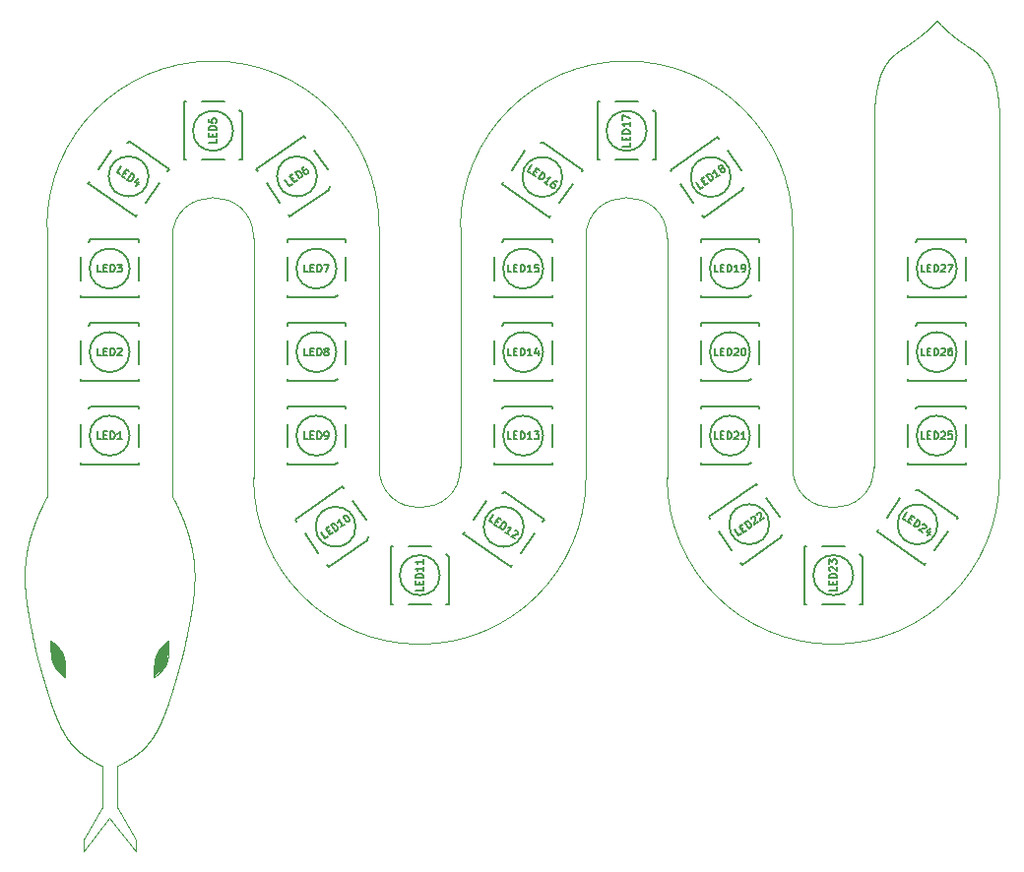
<source format=gbr>
%TF.GenerationSoftware,KiCad,Pcbnew,9.0.0*%
%TF.CreationDate,2025-12-28T17:48:29+00:00*%
%TF.ProjectId,turing,74757269-6e67-42e6-9b69-6361645f7063,v2.0*%
%TF.SameCoordinates,Original*%
%TF.FileFunction,Legend,Top*%
%TF.FilePolarity,Positive*%
%FSLAX46Y46*%
G04 Gerber Fmt 4.6, Leading zero omitted, Abs format (unit mm)*
G04 Created by KiCad (PCBNEW 9.0.0) date 2025-12-28 17:48:29*
%MOMM*%
%LPD*%
G01*
G04 APERTURE LIST*
%ADD10C,0.100000*%
%ADD11C,0.000000*%
%ADD12C,0.150000*%
%ADD13C,0.127000*%
%TA.AperFunction,Profile*%
%ADD14C,0.050000*%
%TD*%
%ADD15C,0.050000*%
G04 APERTURE END LIST*
D10*
X72390000Y-143497546D02*
X72389995Y-143571267D01*
X72389961Y-143643622D01*
X72389869Y-143714640D01*
X72389792Y-143749657D01*
X72389690Y-143784350D01*
X72389559Y-143818724D01*
X72389394Y-143852781D01*
X72389194Y-143886526D01*
X72388954Y-143919962D01*
X72388670Y-143953093D01*
X72388338Y-143985922D01*
X72387956Y-144018454D01*
X72387520Y-144050691D01*
X72387025Y-144082637D01*
X72386468Y-144114296D01*
X72385846Y-144145672D01*
X72385155Y-144176768D01*
X72384783Y-144192212D01*
X72384392Y-144207588D01*
X72383981Y-144222896D01*
X72383552Y-144238135D01*
X72383102Y-144253308D01*
X72382632Y-144268414D01*
X72382141Y-144283454D01*
X72381628Y-144298427D01*
X72381094Y-144313336D01*
X72380538Y-144328179D01*
X72379959Y-144342958D01*
X72379356Y-144357673D01*
X72378730Y-144372324D01*
X72378080Y-144386912D01*
X72377406Y-144401438D01*
X72376706Y-144415901D01*
X72375981Y-144430302D01*
X72375230Y-144444642D01*
X72374453Y-144458922D01*
X72373649Y-144473141D01*
X72372818Y-144487299D01*
X72371959Y-144501399D01*
X72371072Y-144515439D01*
X72370156Y-144529421D01*
X72369211Y-144543345D01*
X72368237Y-144557211D01*
X72367233Y-144571019D01*
X72366198Y-144584771D01*
X72365133Y-144598467D01*
X72364036Y-144612107D01*
X72362907Y-144625691D01*
X72361746Y-144639220D01*
X72360552Y-144652695D01*
X72359325Y-144666116D01*
X72358065Y-144679484D01*
X72356770Y-144692798D01*
X72355441Y-144706059D01*
X72354077Y-144719268D01*
X72352678Y-144732426D01*
X72351243Y-144745532D01*
X72349771Y-144758587D01*
X72348263Y-144771592D01*
X72346717Y-144784547D01*
X72345134Y-144797452D01*
X72343512Y-144810308D01*
X72341852Y-144823116D01*
X72340153Y-144835876D01*
X72338414Y-144848588D01*
X72336635Y-144861252D01*
X72334816Y-144873870D01*
X72332956Y-144886442D01*
X72331055Y-144898967D01*
X72329112Y-144911447D01*
X72327127Y-144923883D01*
X72325099Y-144936274D01*
X72323027Y-144948620D01*
X72320913Y-144960923D01*
X72318754Y-144973183D01*
X72316550Y-144985401D01*
X72314302Y-144997576D01*
X72312008Y-145009709D01*
X72309669Y-145021801D01*
X72307283Y-145033852D01*
X72304850Y-145045862D01*
X72302370Y-145057833D01*
X72299843Y-145069764D01*
X72297267Y-145081656D01*
X72294642Y-145093510D01*
X72291969Y-145105325D01*
X72289246Y-145117103D01*
X72286473Y-145128843D01*
X72283650Y-145140546D01*
X72280776Y-145152214D01*
X72277850Y-145163845D01*
X72274873Y-145175441D01*
X72271843Y-145187002D01*
X72268761Y-145198528D01*
X72265626Y-145210021D01*
X72262437Y-145221480D01*
X72259194Y-145232905D01*
X72255897Y-145244298D01*
X72252544Y-145255659D01*
X72249136Y-145266988D01*
X72245673Y-145278285D01*
X72242153Y-145289552D01*
X72238576Y-145300788D01*
X72234942Y-145311994D01*
X72231250Y-145323171D01*
X72227500Y-145334319D01*
X72223692Y-145345438D01*
X72219824Y-145356529D01*
X72215897Y-145367592D01*
X72211910Y-145378628D01*
X72207863Y-145389637D01*
X72203755Y-145400620D01*
X72199585Y-145411576D01*
X72195354Y-145422508D01*
X72191060Y-145433414D01*
X72186704Y-145444296D01*
X72182285Y-145455154D01*
X72177802Y-145465988D01*
X72173255Y-145476800D01*
X72168644Y-145487588D01*
X72163967Y-145498354D01*
X72159225Y-145509098D01*
X72154418Y-145519821D01*
X72149544Y-145530524D01*
X72144603Y-145541205D01*
X72139595Y-145551867D01*
X72134520Y-145562509D01*
X72129376Y-145573132D01*
X72124164Y-145583736D01*
X72118882Y-145594323D01*
X72113531Y-145604891D01*
X72108110Y-145615443D01*
X72102619Y-145625977D01*
X72097057Y-145636495D01*
X72091424Y-145646998D01*
X72085719Y-145657484D01*
X72079941Y-145667956D01*
X72074091Y-145678413D01*
X72068168Y-145688857D01*
X72062172Y-145699286D01*
X72056101Y-145709703D01*
X72049956Y-145720106D01*
X72043735Y-145730498D01*
X72037440Y-145740877D01*
X72031068Y-145751246D01*
X72024621Y-145761603D01*
X72018096Y-145771950D01*
X72011495Y-145782287D01*
X72004815Y-145792614D01*
X71998058Y-145802933D01*
X71991222Y-145813242D01*
X71984307Y-145823544D01*
X71977312Y-145833838D01*
X71970238Y-145844124D01*
X71963083Y-145854404D01*
X71955847Y-145864677D01*
X71948530Y-145874944D01*
X71941131Y-145885206D01*
X71933650Y-145895463D01*
X71926086Y-145905716D01*
X71918440Y-145915964D01*
X71910709Y-145926209D01*
X71902895Y-145936451D01*
X71894996Y-145946689D01*
X71887012Y-145956926D01*
X71878943Y-145967161D01*
X71870788Y-145977394D01*
X71862547Y-145987626D01*
X71854219Y-145997859D01*
X71845803Y-146008091D01*
X71837301Y-146018323D01*
X71828710Y-146028556D01*
X71820030Y-146038791D01*
X71811261Y-146049028D01*
X71802403Y-146059266D01*
X71793455Y-146069508D01*
X71784417Y-146079753D01*
X71775288Y-146090001D01*
X71766067Y-146100254D01*
X71756755Y-146110511D01*
X71747350Y-146120773D01*
X71737853Y-146131040D01*
X71728263Y-146141313D01*
X71718579Y-146151593D01*
X71708801Y-146161879D01*
X71698929Y-146172173D01*
X71688962Y-146182475D01*
X71678899Y-146192784D01*
X71668741Y-146203103D01*
X71658486Y-146213430D01*
X71648135Y-146223767D01*
X71637686Y-146234114D01*
X71627140Y-146244471D01*
X71616495Y-146254840D01*
X71605752Y-146265219D01*
X71594910Y-146275611D01*
X71583969Y-146286014D01*
X71572927Y-146296431D01*
X71561786Y-146306860D01*
X71550543Y-146317304D01*
X71539199Y-146327761D01*
X71527754Y-146338233D01*
X71516206Y-146348719D01*
X71504555Y-146359222D01*
X71492802Y-146369740D01*
X71480945Y-146380274D01*
X71468984Y-146390826D01*
X71456918Y-146401394D01*
X71444748Y-146411981D01*
X71432472Y-146422585D01*
X71420090Y-146433208D01*
X71407602Y-146443850D01*
X71395007Y-146454512D01*
X71382306Y-146465193D01*
X71369496Y-146475896D01*
X71356578Y-146486619D01*
X71343552Y-146497363D01*
X71330417Y-146508129D01*
X71317172Y-146518917D01*
X71303818Y-146529729D01*
X71290353Y-146540563D01*
X71276777Y-146551421D01*
X71263090Y-146562303D01*
X71249291Y-146573209D01*
X71235381Y-146584141D01*
X71221357Y-146595097D01*
X71207220Y-146606080D01*
X71192970Y-146617089D01*
X71178606Y-146628125D01*
X71164127Y-146639188D01*
X71149534Y-146650279D01*
X71134825Y-146661398D01*
X71120000Y-146672546D01*
D11*
G36*
X62636400Y-143840200D02*
G01*
X63017400Y-144246600D01*
X63296800Y-144703800D01*
X63449200Y-145237200D01*
X63500000Y-146100800D01*
X63500000Y-146685000D01*
X62992000Y-146253200D01*
X62712600Y-145948400D01*
X62509400Y-145618200D01*
X62382400Y-145338800D01*
X62306200Y-145008600D01*
X62255400Y-144678400D01*
X62230000Y-144195800D01*
X62230000Y-143535400D01*
X62636400Y-143840200D01*
G37*
D10*
X62230000Y-143510000D02*
X62230005Y-143583721D01*
X62230039Y-143656076D01*
X62230131Y-143727094D01*
X62230208Y-143762111D01*
X62230310Y-143796804D01*
X62230441Y-143831178D01*
X62230606Y-143865235D01*
X62230806Y-143898980D01*
X62231046Y-143932416D01*
X62231330Y-143965547D01*
X62231662Y-143998376D01*
X62232044Y-144030908D01*
X62232480Y-144063145D01*
X62232975Y-144095091D01*
X62233532Y-144126750D01*
X62234154Y-144158126D01*
X62234845Y-144189222D01*
X62235217Y-144204666D01*
X62235608Y-144220042D01*
X62236019Y-144235350D01*
X62236448Y-144250589D01*
X62236898Y-144265762D01*
X62237368Y-144280868D01*
X62237859Y-144295908D01*
X62238372Y-144310881D01*
X62238906Y-144325790D01*
X62239462Y-144340633D01*
X62240041Y-144355412D01*
X62240644Y-144370127D01*
X62241270Y-144384778D01*
X62241920Y-144399366D01*
X62242594Y-144413892D01*
X62243294Y-144428355D01*
X62244019Y-144442756D01*
X62244770Y-144457096D01*
X62245547Y-144471376D01*
X62246351Y-144485595D01*
X62247182Y-144499753D01*
X62248041Y-144513853D01*
X62248928Y-144527893D01*
X62249844Y-144541875D01*
X62250789Y-144555799D01*
X62251763Y-144569665D01*
X62252767Y-144583473D01*
X62253802Y-144597225D01*
X62254867Y-144610921D01*
X62255964Y-144624561D01*
X62257093Y-144638145D01*
X62258254Y-144651674D01*
X62259448Y-144665149D01*
X62260675Y-144678570D01*
X62261935Y-144691938D01*
X62263230Y-144705252D01*
X62264559Y-144718513D01*
X62265923Y-144731722D01*
X62267322Y-144744880D01*
X62268757Y-144757986D01*
X62270229Y-144771041D01*
X62271737Y-144784046D01*
X62273283Y-144797001D01*
X62274866Y-144809906D01*
X62276488Y-144822762D01*
X62278148Y-144835570D01*
X62279847Y-144848330D01*
X62281586Y-144861042D01*
X62283365Y-144873706D01*
X62285184Y-144886324D01*
X62287044Y-144898896D01*
X62288945Y-144911421D01*
X62290888Y-144923901D01*
X62292873Y-144936337D01*
X62294901Y-144948728D01*
X62296973Y-144961074D01*
X62299087Y-144973377D01*
X62301246Y-144985637D01*
X62303450Y-144997855D01*
X62305698Y-145010030D01*
X62307992Y-145022163D01*
X62310331Y-145034255D01*
X62312717Y-145046306D01*
X62315150Y-145058316D01*
X62317630Y-145070287D01*
X62320157Y-145082218D01*
X62322733Y-145094110D01*
X62325358Y-145105964D01*
X62328031Y-145117779D01*
X62330754Y-145129557D01*
X62333527Y-145141297D01*
X62336350Y-145153000D01*
X62339224Y-145164668D01*
X62342150Y-145176299D01*
X62345127Y-145187895D01*
X62348157Y-145199456D01*
X62351239Y-145210982D01*
X62354374Y-145222475D01*
X62357563Y-145233934D01*
X62360806Y-145245359D01*
X62364103Y-145256752D01*
X62367456Y-145268113D01*
X62370864Y-145279442D01*
X62374327Y-145290739D01*
X62377847Y-145302006D01*
X62381424Y-145313242D01*
X62385058Y-145324448D01*
X62388750Y-145335625D01*
X62392500Y-145346773D01*
X62396308Y-145357892D01*
X62400176Y-145368983D01*
X62404103Y-145380046D01*
X62408090Y-145391082D01*
X62412137Y-145402091D01*
X62416245Y-145413074D01*
X62420415Y-145424030D01*
X62424646Y-145434962D01*
X62428940Y-145445868D01*
X62433296Y-145456750D01*
X62437715Y-145467608D01*
X62442198Y-145478442D01*
X62446745Y-145489254D01*
X62451356Y-145500042D01*
X62456033Y-145510808D01*
X62460775Y-145521552D01*
X62465582Y-145532275D01*
X62470456Y-145542978D01*
X62475397Y-145553659D01*
X62480405Y-145564321D01*
X62485480Y-145574963D01*
X62490624Y-145585586D01*
X62495836Y-145596190D01*
X62501118Y-145606777D01*
X62506469Y-145617345D01*
X62511890Y-145627897D01*
X62517381Y-145638431D01*
X62522943Y-145648949D01*
X62528576Y-145659452D01*
X62534281Y-145669938D01*
X62540059Y-145680410D01*
X62545909Y-145690867D01*
X62551832Y-145701311D01*
X62557828Y-145711740D01*
X62563899Y-145722157D01*
X62570044Y-145732560D01*
X62576265Y-145742952D01*
X62582560Y-145753331D01*
X62588932Y-145763700D01*
X62595379Y-145774057D01*
X62601904Y-145784404D01*
X62608505Y-145794741D01*
X62615185Y-145805068D01*
X62621942Y-145815387D01*
X62628778Y-145825696D01*
X62635693Y-145835998D01*
X62642688Y-145846292D01*
X62649762Y-145856578D01*
X62656917Y-145866858D01*
X62664153Y-145877131D01*
X62671470Y-145887398D01*
X62678869Y-145897660D01*
X62686350Y-145907917D01*
X62693914Y-145918170D01*
X62701560Y-145928418D01*
X62709291Y-145938663D01*
X62717105Y-145948905D01*
X62725004Y-145959143D01*
X62732988Y-145969380D01*
X62741057Y-145979615D01*
X62749212Y-145989848D01*
X62757453Y-146000080D01*
X62765781Y-146010313D01*
X62774197Y-146020545D01*
X62782699Y-146030777D01*
X62791290Y-146041010D01*
X62799970Y-146051245D01*
X62808739Y-146061482D01*
X62817597Y-146071720D01*
X62826545Y-146081962D01*
X62835583Y-146092207D01*
X62844712Y-146102455D01*
X62853933Y-146112708D01*
X62863245Y-146122965D01*
X62872650Y-146133227D01*
X62882147Y-146143494D01*
X62891737Y-146153767D01*
X62901421Y-146164047D01*
X62911199Y-146174333D01*
X62921071Y-146184627D01*
X62931038Y-146194929D01*
X62941101Y-146205238D01*
X62951259Y-146215557D01*
X62961514Y-146225884D01*
X62971865Y-146236221D01*
X62982314Y-146246568D01*
X62992860Y-146256925D01*
X63003505Y-146267294D01*
X63014248Y-146277673D01*
X63025090Y-146288065D01*
X63036031Y-146298468D01*
X63047073Y-146308885D01*
X63058214Y-146319314D01*
X63069457Y-146329758D01*
X63080801Y-146340215D01*
X63092246Y-146350687D01*
X63103794Y-146361173D01*
X63115445Y-146371676D01*
X63127198Y-146382194D01*
X63139055Y-146392728D01*
X63151016Y-146403280D01*
X63163082Y-146413848D01*
X63175252Y-146424435D01*
X63187528Y-146435039D01*
X63199910Y-146445662D01*
X63212398Y-146456304D01*
X63224993Y-146466966D01*
X63237694Y-146477647D01*
X63250504Y-146488350D01*
X63263422Y-146499073D01*
X63276448Y-146509817D01*
X63289583Y-146520583D01*
X63302828Y-146531371D01*
X63316182Y-146542183D01*
X63329647Y-146553017D01*
X63343223Y-146563875D01*
X63356910Y-146574757D01*
X63370709Y-146585663D01*
X63384619Y-146596595D01*
X63398643Y-146607551D01*
X63412780Y-146618534D01*
X63427030Y-146629543D01*
X63441394Y-146640579D01*
X63455873Y-146651642D01*
X63470466Y-146662733D01*
X63485175Y-146673852D01*
X63500000Y-146685000D01*
D11*
G36*
X72390000Y-144183346D02*
G01*
X72364600Y-144665946D01*
X72313800Y-144996146D01*
X72237600Y-145326346D01*
X72110600Y-145605746D01*
X71907400Y-145935946D01*
X71628000Y-146240746D01*
X71120000Y-146672546D01*
X71120000Y-146088346D01*
X71170800Y-145224746D01*
X71323200Y-144691346D01*
X71602600Y-144234146D01*
X71983600Y-143827746D01*
X72390000Y-143522946D01*
X72390000Y-144183346D01*
G37*
D10*
X63500000Y-146685000D02*
X63499995Y-146611279D01*
X63499961Y-146538924D01*
X63499869Y-146467906D01*
X63499792Y-146432889D01*
X63499690Y-146398196D01*
X63499559Y-146363822D01*
X63499394Y-146329765D01*
X63499194Y-146296020D01*
X63498954Y-146262584D01*
X63498670Y-146229453D01*
X63498338Y-146196624D01*
X63497956Y-146164092D01*
X63497520Y-146131855D01*
X63497025Y-146099909D01*
X63496468Y-146068250D01*
X63495846Y-146036874D01*
X63495155Y-146005778D01*
X63494783Y-145990334D01*
X63494392Y-145974958D01*
X63493981Y-145959650D01*
X63493552Y-145944411D01*
X63493102Y-145929238D01*
X63492632Y-145914132D01*
X63492141Y-145899092D01*
X63491628Y-145884119D01*
X63491094Y-145869210D01*
X63490538Y-145854367D01*
X63489959Y-145839588D01*
X63489356Y-145824873D01*
X63488730Y-145810222D01*
X63488080Y-145795634D01*
X63487406Y-145781108D01*
X63486706Y-145766645D01*
X63485981Y-145752244D01*
X63485230Y-145737904D01*
X63484453Y-145723624D01*
X63483649Y-145709405D01*
X63482818Y-145695247D01*
X63481959Y-145681147D01*
X63481072Y-145667107D01*
X63480156Y-145653125D01*
X63479211Y-145639201D01*
X63478237Y-145625335D01*
X63477233Y-145611527D01*
X63476198Y-145597775D01*
X63475133Y-145584079D01*
X63474036Y-145570439D01*
X63472907Y-145556855D01*
X63471746Y-145543326D01*
X63470552Y-145529851D01*
X63469325Y-145516430D01*
X63468065Y-145503062D01*
X63466770Y-145489748D01*
X63465441Y-145476487D01*
X63464077Y-145463278D01*
X63462678Y-145450120D01*
X63461243Y-145437014D01*
X63459771Y-145423959D01*
X63458263Y-145410954D01*
X63456717Y-145397999D01*
X63455134Y-145385094D01*
X63453512Y-145372238D01*
X63451852Y-145359430D01*
X63450153Y-145346670D01*
X63448414Y-145333958D01*
X63446635Y-145321294D01*
X63444816Y-145308676D01*
X63442956Y-145296104D01*
X63441055Y-145283579D01*
X63439112Y-145271099D01*
X63437127Y-145258663D01*
X63435099Y-145246272D01*
X63433027Y-145233926D01*
X63430913Y-145221623D01*
X63428754Y-145209363D01*
X63426550Y-145197145D01*
X63424302Y-145184970D01*
X63422008Y-145172837D01*
X63419669Y-145160745D01*
X63417283Y-145148694D01*
X63414850Y-145136684D01*
X63412370Y-145124713D01*
X63409843Y-145112782D01*
X63407267Y-145100890D01*
X63404642Y-145089036D01*
X63401969Y-145077221D01*
X63399246Y-145065443D01*
X63396473Y-145053703D01*
X63393650Y-145042000D01*
X63390776Y-145030332D01*
X63387850Y-145018701D01*
X63384873Y-145007105D01*
X63381843Y-144995544D01*
X63378761Y-144984018D01*
X63375626Y-144972525D01*
X63372437Y-144961066D01*
X63369194Y-144949641D01*
X63365897Y-144938248D01*
X63362544Y-144926887D01*
X63359136Y-144915558D01*
X63355673Y-144904261D01*
X63352153Y-144892994D01*
X63348576Y-144881758D01*
X63344942Y-144870552D01*
X63341250Y-144859375D01*
X63337500Y-144848227D01*
X63333692Y-144837108D01*
X63329824Y-144826017D01*
X63325897Y-144814954D01*
X63321910Y-144803918D01*
X63317863Y-144792909D01*
X63313755Y-144781926D01*
X63309585Y-144770970D01*
X63305354Y-144760038D01*
X63301060Y-144749132D01*
X63296704Y-144738250D01*
X63292285Y-144727392D01*
X63287802Y-144716558D01*
X63283255Y-144705746D01*
X63278644Y-144694958D01*
X63273967Y-144684192D01*
X63269225Y-144673448D01*
X63264418Y-144662725D01*
X63259544Y-144652022D01*
X63254603Y-144641341D01*
X63249595Y-144630679D01*
X63244520Y-144620037D01*
X63239376Y-144609414D01*
X63234164Y-144598810D01*
X63228882Y-144588223D01*
X63223531Y-144577655D01*
X63218110Y-144567103D01*
X63212619Y-144556569D01*
X63207057Y-144546051D01*
X63201424Y-144535548D01*
X63195719Y-144525062D01*
X63189941Y-144514590D01*
X63184091Y-144504133D01*
X63178168Y-144493689D01*
X63172172Y-144483260D01*
X63166101Y-144472843D01*
X63159956Y-144462440D01*
X63153735Y-144452048D01*
X63147440Y-144441669D01*
X63141068Y-144431300D01*
X63134621Y-144420943D01*
X63128096Y-144410596D01*
X63121495Y-144400259D01*
X63114815Y-144389932D01*
X63108058Y-144379613D01*
X63101222Y-144369304D01*
X63094307Y-144359002D01*
X63087312Y-144348708D01*
X63080238Y-144338422D01*
X63073083Y-144328142D01*
X63065847Y-144317869D01*
X63058530Y-144307602D01*
X63051131Y-144297340D01*
X63043650Y-144287083D01*
X63036086Y-144276830D01*
X63028440Y-144266582D01*
X63020709Y-144256337D01*
X63012895Y-144246095D01*
X63004996Y-144235857D01*
X62997012Y-144225620D01*
X62988943Y-144215385D01*
X62980788Y-144205152D01*
X62972547Y-144194920D01*
X62964219Y-144184688D01*
X62955803Y-144174455D01*
X62947301Y-144164223D01*
X62938710Y-144153990D01*
X62930030Y-144143755D01*
X62921261Y-144133518D01*
X62912403Y-144123280D01*
X62903455Y-144113038D01*
X62894417Y-144102793D01*
X62885288Y-144092545D01*
X62876067Y-144082292D01*
X62866755Y-144072035D01*
X62857350Y-144061773D01*
X62847853Y-144051506D01*
X62838263Y-144041233D01*
X62828579Y-144030953D01*
X62818801Y-144020667D01*
X62808929Y-144010373D01*
X62798962Y-144000071D01*
X62788899Y-143989762D01*
X62778741Y-143979443D01*
X62768486Y-143969116D01*
X62758135Y-143958779D01*
X62747686Y-143948432D01*
X62737140Y-143938075D01*
X62726495Y-143927706D01*
X62715752Y-143917327D01*
X62704910Y-143906935D01*
X62693969Y-143896532D01*
X62682927Y-143886115D01*
X62671786Y-143875686D01*
X62660543Y-143865242D01*
X62649199Y-143854785D01*
X62637754Y-143844313D01*
X62626206Y-143833827D01*
X62614555Y-143823324D01*
X62602802Y-143812806D01*
X62590945Y-143802272D01*
X62578984Y-143791720D01*
X62566918Y-143781152D01*
X62554748Y-143770565D01*
X62542472Y-143759961D01*
X62530090Y-143749338D01*
X62517602Y-143738696D01*
X62505007Y-143728034D01*
X62492306Y-143717353D01*
X62479496Y-143706650D01*
X62466578Y-143695927D01*
X62453552Y-143685183D01*
X62440417Y-143674417D01*
X62427172Y-143663629D01*
X62413818Y-143652817D01*
X62400353Y-143641983D01*
X62386777Y-143631125D01*
X62373090Y-143620243D01*
X62359291Y-143609337D01*
X62345381Y-143598405D01*
X62331357Y-143587449D01*
X62317220Y-143576466D01*
X62302970Y-143565457D01*
X62288606Y-143554421D01*
X62274127Y-143543358D01*
X62259534Y-143532267D01*
X62244825Y-143521148D01*
X62230000Y-143510000D01*
X71120000Y-146672546D02*
X71120005Y-146598825D01*
X71120039Y-146526470D01*
X71120131Y-146455452D01*
X71120208Y-146420435D01*
X71120310Y-146385742D01*
X71120441Y-146351368D01*
X71120606Y-146317311D01*
X71120806Y-146283566D01*
X71121046Y-146250130D01*
X71121330Y-146216999D01*
X71121662Y-146184170D01*
X71122044Y-146151638D01*
X71122480Y-146119401D01*
X71122975Y-146087455D01*
X71123532Y-146055796D01*
X71124154Y-146024420D01*
X71124845Y-145993324D01*
X71125217Y-145977880D01*
X71125608Y-145962504D01*
X71126019Y-145947196D01*
X71126448Y-145931957D01*
X71126898Y-145916784D01*
X71127368Y-145901678D01*
X71127859Y-145886638D01*
X71128372Y-145871665D01*
X71128906Y-145856756D01*
X71129462Y-145841913D01*
X71130041Y-145827134D01*
X71130644Y-145812419D01*
X71131270Y-145797768D01*
X71131920Y-145783180D01*
X71132594Y-145768654D01*
X71133294Y-145754191D01*
X71134019Y-145739790D01*
X71134770Y-145725450D01*
X71135547Y-145711170D01*
X71136351Y-145696951D01*
X71137182Y-145682793D01*
X71138041Y-145668693D01*
X71138928Y-145654653D01*
X71139844Y-145640671D01*
X71140789Y-145626747D01*
X71141763Y-145612881D01*
X71142767Y-145599073D01*
X71143802Y-145585321D01*
X71144867Y-145571625D01*
X71145964Y-145557985D01*
X71147093Y-145544401D01*
X71148254Y-145530872D01*
X71149448Y-145517397D01*
X71150675Y-145503976D01*
X71151935Y-145490608D01*
X71153230Y-145477294D01*
X71154559Y-145464033D01*
X71155923Y-145450824D01*
X71157322Y-145437666D01*
X71158757Y-145424560D01*
X71160229Y-145411505D01*
X71161737Y-145398500D01*
X71163283Y-145385545D01*
X71164866Y-145372640D01*
X71166488Y-145359784D01*
X71168148Y-145346976D01*
X71169847Y-145334216D01*
X71171586Y-145321504D01*
X71173365Y-145308840D01*
X71175184Y-145296222D01*
X71177044Y-145283650D01*
X71178945Y-145271125D01*
X71180888Y-145258645D01*
X71182873Y-145246209D01*
X71184901Y-145233818D01*
X71186973Y-145221472D01*
X71189087Y-145209169D01*
X71191246Y-145196909D01*
X71193450Y-145184691D01*
X71195698Y-145172516D01*
X71197992Y-145160383D01*
X71200331Y-145148291D01*
X71202717Y-145136240D01*
X71205150Y-145124230D01*
X71207630Y-145112259D01*
X71210157Y-145100328D01*
X71212733Y-145088436D01*
X71215358Y-145076582D01*
X71218031Y-145064767D01*
X71220754Y-145052989D01*
X71223527Y-145041249D01*
X71226350Y-145029546D01*
X71229224Y-145017878D01*
X71232150Y-145006247D01*
X71235127Y-144994651D01*
X71238157Y-144983090D01*
X71241239Y-144971564D01*
X71244374Y-144960071D01*
X71247563Y-144948612D01*
X71250806Y-144937187D01*
X71254103Y-144925794D01*
X71257456Y-144914433D01*
X71260864Y-144903104D01*
X71264327Y-144891807D01*
X71267847Y-144880540D01*
X71271424Y-144869304D01*
X71275058Y-144858098D01*
X71278750Y-144846921D01*
X71282500Y-144835773D01*
X71286308Y-144824654D01*
X71290176Y-144813563D01*
X71294103Y-144802500D01*
X71298090Y-144791464D01*
X71302137Y-144780455D01*
X71306245Y-144769472D01*
X71310415Y-144758516D01*
X71314646Y-144747584D01*
X71318940Y-144736678D01*
X71323296Y-144725796D01*
X71327715Y-144714938D01*
X71332198Y-144704104D01*
X71336745Y-144693292D01*
X71341356Y-144682504D01*
X71346033Y-144671738D01*
X71350775Y-144660994D01*
X71355582Y-144650271D01*
X71360456Y-144639568D01*
X71365397Y-144628887D01*
X71370405Y-144618225D01*
X71375480Y-144607583D01*
X71380624Y-144596960D01*
X71385836Y-144586356D01*
X71391118Y-144575769D01*
X71396469Y-144565201D01*
X71401890Y-144554649D01*
X71407381Y-144544115D01*
X71412943Y-144533597D01*
X71418576Y-144523094D01*
X71424281Y-144512608D01*
X71430059Y-144502136D01*
X71435909Y-144491679D01*
X71441832Y-144481235D01*
X71447828Y-144470806D01*
X71453899Y-144460389D01*
X71460044Y-144449986D01*
X71466265Y-144439594D01*
X71472560Y-144429215D01*
X71478932Y-144418846D01*
X71485379Y-144408489D01*
X71491904Y-144398142D01*
X71498505Y-144387805D01*
X71505185Y-144377478D01*
X71511942Y-144367159D01*
X71518778Y-144356850D01*
X71525693Y-144346548D01*
X71532688Y-144336254D01*
X71539762Y-144325968D01*
X71546917Y-144315688D01*
X71554153Y-144305415D01*
X71561470Y-144295148D01*
X71568869Y-144284886D01*
X71576350Y-144274629D01*
X71583914Y-144264376D01*
X71591560Y-144254128D01*
X71599291Y-144243883D01*
X71607105Y-144233641D01*
X71615004Y-144223403D01*
X71622988Y-144213166D01*
X71631057Y-144202931D01*
X71639212Y-144192698D01*
X71647453Y-144182466D01*
X71655781Y-144172234D01*
X71664197Y-144162001D01*
X71672699Y-144151769D01*
X71681290Y-144141536D01*
X71689970Y-144131301D01*
X71698739Y-144121064D01*
X71707597Y-144110826D01*
X71716545Y-144100584D01*
X71725583Y-144090339D01*
X71734712Y-144080091D01*
X71743933Y-144069838D01*
X71753245Y-144059581D01*
X71762650Y-144049319D01*
X71772147Y-144039052D01*
X71781737Y-144028779D01*
X71791421Y-144018499D01*
X71801199Y-144008213D01*
X71811071Y-143997919D01*
X71821038Y-143987617D01*
X71831101Y-143977308D01*
X71841259Y-143966989D01*
X71851514Y-143956662D01*
X71861865Y-143946325D01*
X71872314Y-143935978D01*
X71882860Y-143925621D01*
X71893505Y-143915252D01*
X71904248Y-143904873D01*
X71915090Y-143894481D01*
X71926031Y-143884078D01*
X71937073Y-143873661D01*
X71948214Y-143863232D01*
X71959457Y-143852788D01*
X71970801Y-143842331D01*
X71982246Y-143831859D01*
X71993794Y-143821373D01*
X72005445Y-143810870D01*
X72017198Y-143800352D01*
X72029055Y-143789818D01*
X72041016Y-143779266D01*
X72053082Y-143768698D01*
X72065252Y-143758111D01*
X72077528Y-143747507D01*
X72089910Y-143736884D01*
X72102398Y-143726242D01*
X72114993Y-143715580D01*
X72127694Y-143704899D01*
X72140504Y-143694196D01*
X72153422Y-143683473D01*
X72166448Y-143672729D01*
X72179583Y-143661963D01*
X72192828Y-143651175D01*
X72206182Y-143640363D01*
X72219647Y-143629529D01*
X72233223Y-143618671D01*
X72246910Y-143607789D01*
X72260709Y-143596883D01*
X72274619Y-143585951D01*
X72288643Y-143574995D01*
X72302780Y-143564012D01*
X72317030Y-143553003D01*
X72331394Y-143541967D01*
X72345873Y-143530904D01*
X72360466Y-143519813D01*
X72375175Y-143508694D01*
X72390000Y-143497546D01*
D12*
X112048276Y-100678952D02*
X112048276Y-100983714D01*
X112048276Y-100983714D02*
X111408276Y-100983714D01*
X111713038Y-100465619D02*
X111713038Y-100252285D01*
X112048276Y-100160857D02*
X112048276Y-100465619D01*
X112048276Y-100465619D02*
X111408276Y-100465619D01*
X111408276Y-100465619D02*
X111408276Y-100160857D01*
X112048276Y-99886571D02*
X111408276Y-99886571D01*
X111408276Y-99886571D02*
X111408276Y-99734190D01*
X111408276Y-99734190D02*
X111438752Y-99642761D01*
X111438752Y-99642761D02*
X111499704Y-99581809D01*
X111499704Y-99581809D02*
X111560657Y-99551332D01*
X111560657Y-99551332D02*
X111682561Y-99520856D01*
X111682561Y-99520856D02*
X111773990Y-99520856D01*
X111773990Y-99520856D02*
X111895895Y-99551332D01*
X111895895Y-99551332D02*
X111956847Y-99581809D01*
X111956847Y-99581809D02*
X112017800Y-99642761D01*
X112017800Y-99642761D02*
X112048276Y-99734190D01*
X112048276Y-99734190D02*
X112048276Y-99886571D01*
X112048276Y-98911332D02*
X112048276Y-99277047D01*
X112048276Y-99094190D02*
X111408276Y-99094190D01*
X111408276Y-99094190D02*
X111499704Y-99155142D01*
X111499704Y-99155142D02*
X111560657Y-99216094D01*
X111560657Y-99216094D02*
X111591133Y-99277047D01*
X111408276Y-98697999D02*
X111408276Y-98271332D01*
X111408276Y-98271332D02*
X112048276Y-98545618D01*
X66593809Y-126170676D02*
X66289047Y-126170676D01*
X66289047Y-126170676D02*
X66289047Y-125530676D01*
X66807142Y-125835438D02*
X67020476Y-125835438D01*
X67111904Y-126170676D02*
X66807142Y-126170676D01*
X66807142Y-126170676D02*
X66807142Y-125530676D01*
X66807142Y-125530676D02*
X67111904Y-125530676D01*
X67386190Y-126170676D02*
X67386190Y-125530676D01*
X67386190Y-125530676D02*
X67538571Y-125530676D01*
X67538571Y-125530676D02*
X67630000Y-125561152D01*
X67630000Y-125561152D02*
X67690952Y-125622104D01*
X67690952Y-125622104D02*
X67721429Y-125683057D01*
X67721429Y-125683057D02*
X67751905Y-125804961D01*
X67751905Y-125804961D02*
X67751905Y-125896390D01*
X67751905Y-125896390D02*
X67721429Y-126018295D01*
X67721429Y-126018295D02*
X67690952Y-126079247D01*
X67690952Y-126079247D02*
X67630000Y-126140200D01*
X67630000Y-126140200D02*
X67538571Y-126170676D01*
X67538571Y-126170676D02*
X67386190Y-126170676D01*
X68361429Y-126170676D02*
X67995714Y-126170676D01*
X68178571Y-126170676D02*
X68178571Y-125530676D01*
X68178571Y-125530676D02*
X68117619Y-125622104D01*
X68117619Y-125622104D02*
X68056667Y-125683057D01*
X68056667Y-125683057D02*
X67995714Y-125713533D01*
X84373809Y-111794276D02*
X84069047Y-111794276D01*
X84069047Y-111794276D02*
X84069047Y-111154276D01*
X84587142Y-111459038D02*
X84800476Y-111459038D01*
X84891904Y-111794276D02*
X84587142Y-111794276D01*
X84587142Y-111794276D02*
X84587142Y-111154276D01*
X84587142Y-111154276D02*
X84891904Y-111154276D01*
X85166190Y-111794276D02*
X85166190Y-111154276D01*
X85166190Y-111154276D02*
X85318571Y-111154276D01*
X85318571Y-111154276D02*
X85410000Y-111184752D01*
X85410000Y-111184752D02*
X85470952Y-111245704D01*
X85470952Y-111245704D02*
X85501429Y-111306657D01*
X85501429Y-111306657D02*
X85531905Y-111428561D01*
X85531905Y-111428561D02*
X85531905Y-111519990D01*
X85531905Y-111519990D02*
X85501429Y-111641895D01*
X85501429Y-111641895D02*
X85470952Y-111702847D01*
X85470952Y-111702847D02*
X85410000Y-111763800D01*
X85410000Y-111763800D02*
X85318571Y-111794276D01*
X85318571Y-111794276D02*
X85166190Y-111794276D01*
X85745238Y-111154276D02*
X86171905Y-111154276D01*
X86171905Y-111154276D02*
X85897619Y-111794276D01*
X101849047Y-118982476D02*
X101544285Y-118982476D01*
X101544285Y-118982476D02*
X101544285Y-118342476D01*
X102062380Y-118647238D02*
X102275714Y-118647238D01*
X102367142Y-118982476D02*
X102062380Y-118982476D01*
X102062380Y-118982476D02*
X102062380Y-118342476D01*
X102062380Y-118342476D02*
X102367142Y-118342476D01*
X102641428Y-118982476D02*
X102641428Y-118342476D01*
X102641428Y-118342476D02*
X102793809Y-118342476D01*
X102793809Y-118342476D02*
X102885238Y-118372952D01*
X102885238Y-118372952D02*
X102946190Y-118433904D01*
X102946190Y-118433904D02*
X102976667Y-118494857D01*
X102976667Y-118494857D02*
X103007143Y-118616761D01*
X103007143Y-118616761D02*
X103007143Y-118708190D01*
X103007143Y-118708190D02*
X102976667Y-118830095D01*
X102976667Y-118830095D02*
X102946190Y-118891047D01*
X102946190Y-118891047D02*
X102885238Y-118952000D01*
X102885238Y-118952000D02*
X102793809Y-118982476D01*
X102793809Y-118982476D02*
X102641428Y-118982476D01*
X103616667Y-118982476D02*
X103250952Y-118982476D01*
X103433809Y-118982476D02*
X103433809Y-118342476D01*
X103433809Y-118342476D02*
X103372857Y-118433904D01*
X103372857Y-118433904D02*
X103311905Y-118494857D01*
X103311905Y-118494857D02*
X103250952Y-118525333D01*
X104165238Y-118555809D02*
X104165238Y-118982476D01*
X104012857Y-118312000D02*
X103860476Y-118769142D01*
X103860476Y-118769142D02*
X104256667Y-118769142D01*
X137409047Y-111794276D02*
X137104285Y-111794276D01*
X137104285Y-111794276D02*
X137104285Y-111154276D01*
X137622380Y-111459038D02*
X137835714Y-111459038D01*
X137927142Y-111794276D02*
X137622380Y-111794276D01*
X137622380Y-111794276D02*
X137622380Y-111154276D01*
X137622380Y-111154276D02*
X137927142Y-111154276D01*
X138201428Y-111794276D02*
X138201428Y-111154276D01*
X138201428Y-111154276D02*
X138353809Y-111154276D01*
X138353809Y-111154276D02*
X138445238Y-111184752D01*
X138445238Y-111184752D02*
X138506190Y-111245704D01*
X138506190Y-111245704D02*
X138536667Y-111306657D01*
X138536667Y-111306657D02*
X138567143Y-111428561D01*
X138567143Y-111428561D02*
X138567143Y-111519990D01*
X138567143Y-111519990D02*
X138536667Y-111641895D01*
X138536667Y-111641895D02*
X138506190Y-111702847D01*
X138506190Y-111702847D02*
X138445238Y-111763800D01*
X138445238Y-111763800D02*
X138353809Y-111794276D01*
X138353809Y-111794276D02*
X138201428Y-111794276D01*
X138810952Y-111215228D02*
X138841428Y-111184752D01*
X138841428Y-111184752D02*
X138902381Y-111154276D01*
X138902381Y-111154276D02*
X139054762Y-111154276D01*
X139054762Y-111154276D02*
X139115714Y-111184752D01*
X139115714Y-111184752D02*
X139146190Y-111215228D01*
X139146190Y-111215228D02*
X139176667Y-111276180D01*
X139176667Y-111276180D02*
X139176667Y-111337133D01*
X139176667Y-111337133D02*
X139146190Y-111428561D01*
X139146190Y-111428561D02*
X138780476Y-111794276D01*
X138780476Y-111794276D02*
X139176667Y-111794276D01*
X139390000Y-111154276D02*
X139816667Y-111154276D01*
X139816667Y-111154276D02*
X139542381Y-111794276D01*
X84373809Y-118982476D02*
X84069047Y-118982476D01*
X84069047Y-118982476D02*
X84069047Y-118342476D01*
X84587142Y-118647238D02*
X84800476Y-118647238D01*
X84891904Y-118982476D02*
X84587142Y-118982476D01*
X84587142Y-118982476D02*
X84587142Y-118342476D01*
X84587142Y-118342476D02*
X84891904Y-118342476D01*
X85166190Y-118982476D02*
X85166190Y-118342476D01*
X85166190Y-118342476D02*
X85318571Y-118342476D01*
X85318571Y-118342476D02*
X85410000Y-118372952D01*
X85410000Y-118372952D02*
X85470952Y-118433904D01*
X85470952Y-118433904D02*
X85501429Y-118494857D01*
X85501429Y-118494857D02*
X85531905Y-118616761D01*
X85531905Y-118616761D02*
X85531905Y-118708190D01*
X85531905Y-118708190D02*
X85501429Y-118830095D01*
X85501429Y-118830095D02*
X85470952Y-118891047D01*
X85470952Y-118891047D02*
X85410000Y-118952000D01*
X85410000Y-118952000D02*
X85318571Y-118982476D01*
X85318571Y-118982476D02*
X85166190Y-118982476D01*
X85897619Y-118616761D02*
X85836667Y-118586285D01*
X85836667Y-118586285D02*
X85806190Y-118555809D01*
X85806190Y-118555809D02*
X85775714Y-118494857D01*
X85775714Y-118494857D02*
X85775714Y-118464380D01*
X85775714Y-118464380D02*
X85806190Y-118403428D01*
X85806190Y-118403428D02*
X85836667Y-118372952D01*
X85836667Y-118372952D02*
X85897619Y-118342476D01*
X85897619Y-118342476D02*
X86019524Y-118342476D01*
X86019524Y-118342476D02*
X86080476Y-118372952D01*
X86080476Y-118372952D02*
X86110952Y-118403428D01*
X86110952Y-118403428D02*
X86141429Y-118464380D01*
X86141429Y-118464380D02*
X86141429Y-118494857D01*
X86141429Y-118494857D02*
X86110952Y-118555809D01*
X86110952Y-118555809D02*
X86080476Y-118586285D01*
X86080476Y-118586285D02*
X86019524Y-118616761D01*
X86019524Y-118616761D02*
X85897619Y-118616761D01*
X85897619Y-118616761D02*
X85836667Y-118647238D01*
X85836667Y-118647238D02*
X85806190Y-118677714D01*
X85806190Y-118677714D02*
X85775714Y-118738666D01*
X85775714Y-118738666D02*
X85775714Y-118860571D01*
X85775714Y-118860571D02*
X85806190Y-118921523D01*
X85806190Y-118921523D02*
X85836667Y-118952000D01*
X85836667Y-118952000D02*
X85897619Y-118982476D01*
X85897619Y-118982476D02*
X86019524Y-118982476D01*
X86019524Y-118982476D02*
X86080476Y-118952000D01*
X86080476Y-118952000D02*
X86110952Y-118921523D01*
X86110952Y-118921523D02*
X86141429Y-118860571D01*
X86141429Y-118860571D02*
X86141429Y-118738666D01*
X86141429Y-118738666D02*
X86110952Y-118677714D01*
X86110952Y-118677714D02*
X86080476Y-118647238D01*
X86080476Y-118647238D02*
X86019524Y-118616761D01*
X86070033Y-134542897D02*
X85820387Y-134717701D01*
X85820387Y-134717701D02*
X85453298Y-134193444D01*
X86052500Y-134145923D02*
X86227253Y-134023560D01*
X86494431Y-134245730D02*
X86244785Y-134420534D01*
X86244785Y-134420534D02*
X85877696Y-133896276D01*
X85877696Y-133896276D02*
X86127343Y-133721472D01*
X86719113Y-134088405D02*
X86352025Y-133564148D01*
X86352025Y-133564148D02*
X86476848Y-133476746D01*
X86476848Y-133476746D02*
X86569222Y-133449269D01*
X86569222Y-133449269D02*
X86654112Y-133464238D01*
X86654112Y-133464238D02*
X86714038Y-133496687D01*
X86714038Y-133496687D02*
X86808924Y-133579065D01*
X86808924Y-133579065D02*
X86861365Y-133653959D01*
X86861365Y-133653959D02*
X86906322Y-133771298D01*
X86906322Y-133771298D02*
X86916319Y-133838707D01*
X86916319Y-133838707D02*
X86901350Y-133923597D01*
X86901350Y-133923597D02*
X86843937Y-134001003D01*
X86843937Y-134001003D02*
X86719113Y-134088405D01*
X87517982Y-133529032D02*
X87218406Y-133738797D01*
X87368194Y-133633914D02*
X87001105Y-133109657D01*
X87001105Y-133109657D02*
X87003617Y-133219512D01*
X87003617Y-133219512D02*
X86988649Y-133304402D01*
X86988649Y-133304402D02*
X86956200Y-133364327D01*
X87475433Y-132777529D02*
X87525363Y-132742568D01*
X87525363Y-132742568D02*
X87592772Y-132732572D01*
X87592772Y-132732572D02*
X87635217Y-132740056D01*
X87635217Y-132740056D02*
X87695143Y-132772505D01*
X87695143Y-132772505D02*
X87790029Y-132854883D01*
X87790029Y-132854883D02*
X87877431Y-132979706D01*
X87877431Y-132979706D02*
X87922388Y-133097045D01*
X87922388Y-133097045D02*
X87932384Y-133164455D01*
X87932384Y-133164455D02*
X87924900Y-133206900D01*
X87924900Y-133206900D02*
X87892451Y-133266825D01*
X87892451Y-133266825D02*
X87842522Y-133301786D01*
X87842522Y-133301786D02*
X87775112Y-133311782D01*
X87775112Y-133311782D02*
X87732667Y-133304298D01*
X87732667Y-133304298D02*
X87672742Y-133271849D01*
X87672742Y-133271849D02*
X87577856Y-133189471D01*
X87577856Y-133189471D02*
X87490453Y-133064648D01*
X87490453Y-133064648D02*
X87445496Y-132947309D01*
X87445496Y-132947309D02*
X87435500Y-132879900D01*
X87435500Y-132879900D02*
X87442984Y-132837454D01*
X87442984Y-132837454D02*
X87475433Y-132777529D01*
X135777336Y-133166610D02*
X135527690Y-132991806D01*
X135527690Y-132991806D02*
X135894779Y-132467549D01*
X136144373Y-133014362D02*
X136319125Y-133136725D01*
X136201735Y-133463778D02*
X135952088Y-133288973D01*
X135952088Y-133288973D02*
X136319177Y-132764716D01*
X136319177Y-132764716D02*
X136568824Y-132939520D01*
X136426417Y-133621102D02*
X136793506Y-133096844D01*
X136793506Y-133096844D02*
X136918329Y-133184246D01*
X136918329Y-133184246D02*
X136975742Y-133261652D01*
X136975742Y-133261652D02*
X136990711Y-133346542D01*
X136990711Y-133346542D02*
X136980714Y-133413952D01*
X136980714Y-133413952D02*
X136935757Y-133531291D01*
X136935757Y-133531291D02*
X136883316Y-133606185D01*
X136883316Y-133606185D02*
X136788430Y-133688563D01*
X136788430Y-133688563D02*
X136728504Y-133721012D01*
X136728504Y-133721012D02*
X136643614Y-133735980D01*
X136643614Y-133735980D02*
X136551240Y-133708504D01*
X136551240Y-133708504D02*
X136426417Y-133621102D01*
X137257837Y-133496382D02*
X137300282Y-133488898D01*
X137300282Y-133488898D02*
X137367692Y-133498894D01*
X137367692Y-133498894D02*
X137492515Y-133586296D01*
X137492515Y-133586296D02*
X137524964Y-133646222D01*
X137524964Y-133646222D02*
X137532448Y-133688667D01*
X137532448Y-133688667D02*
X137522452Y-133756076D01*
X137522452Y-133756076D02*
X137487491Y-133806006D01*
X137487491Y-133806006D02*
X137410085Y-133863419D01*
X137410085Y-133863419D02*
X136900745Y-133953230D01*
X136900745Y-133953230D02*
X137225285Y-134180475D01*
X137919374Y-134145618D02*
X137674648Y-134495123D01*
X137934395Y-133858499D02*
X137547365Y-134145566D01*
X137547365Y-134145566D02*
X137871905Y-134372812D01*
X101849047Y-126170676D02*
X101544285Y-126170676D01*
X101544285Y-126170676D02*
X101544285Y-125530676D01*
X102062380Y-125835438D02*
X102275714Y-125835438D01*
X102367142Y-126170676D02*
X102062380Y-126170676D01*
X102062380Y-126170676D02*
X102062380Y-125530676D01*
X102062380Y-125530676D02*
X102367142Y-125530676D01*
X102641428Y-126170676D02*
X102641428Y-125530676D01*
X102641428Y-125530676D02*
X102793809Y-125530676D01*
X102793809Y-125530676D02*
X102885238Y-125561152D01*
X102885238Y-125561152D02*
X102946190Y-125622104D01*
X102946190Y-125622104D02*
X102976667Y-125683057D01*
X102976667Y-125683057D02*
X103007143Y-125804961D01*
X103007143Y-125804961D02*
X103007143Y-125896390D01*
X103007143Y-125896390D02*
X102976667Y-126018295D01*
X102976667Y-126018295D02*
X102946190Y-126079247D01*
X102946190Y-126079247D02*
X102885238Y-126140200D01*
X102885238Y-126140200D02*
X102793809Y-126170676D01*
X102793809Y-126170676D02*
X102641428Y-126170676D01*
X103616667Y-126170676D02*
X103250952Y-126170676D01*
X103433809Y-126170676D02*
X103433809Y-125530676D01*
X103433809Y-125530676D02*
X103372857Y-125622104D01*
X103372857Y-125622104D02*
X103311905Y-125683057D01*
X103311905Y-125683057D02*
X103250952Y-125713533D01*
X103830000Y-125530676D02*
X104226191Y-125530676D01*
X104226191Y-125530676D02*
X104012857Y-125774485D01*
X104012857Y-125774485D02*
X104104286Y-125774485D01*
X104104286Y-125774485D02*
X104165238Y-125804961D01*
X104165238Y-125804961D02*
X104195714Y-125835438D01*
X104195714Y-125835438D02*
X104226191Y-125896390D01*
X104226191Y-125896390D02*
X104226191Y-126048771D01*
X104226191Y-126048771D02*
X104195714Y-126109723D01*
X104195714Y-126109723D02*
X104165238Y-126140200D01*
X104165238Y-126140200D02*
X104104286Y-126170676D01*
X104104286Y-126170676D02*
X103921429Y-126170676D01*
X103921429Y-126170676D02*
X103860476Y-126140200D01*
X103860476Y-126140200D02*
X103830000Y-126109723D01*
X119629047Y-118982476D02*
X119324285Y-118982476D01*
X119324285Y-118982476D02*
X119324285Y-118342476D01*
X119842380Y-118647238D02*
X120055714Y-118647238D01*
X120147142Y-118982476D02*
X119842380Y-118982476D01*
X119842380Y-118982476D02*
X119842380Y-118342476D01*
X119842380Y-118342476D02*
X120147142Y-118342476D01*
X120421428Y-118982476D02*
X120421428Y-118342476D01*
X120421428Y-118342476D02*
X120573809Y-118342476D01*
X120573809Y-118342476D02*
X120665238Y-118372952D01*
X120665238Y-118372952D02*
X120726190Y-118433904D01*
X120726190Y-118433904D02*
X120756667Y-118494857D01*
X120756667Y-118494857D02*
X120787143Y-118616761D01*
X120787143Y-118616761D02*
X120787143Y-118708190D01*
X120787143Y-118708190D02*
X120756667Y-118830095D01*
X120756667Y-118830095D02*
X120726190Y-118891047D01*
X120726190Y-118891047D02*
X120665238Y-118952000D01*
X120665238Y-118952000D02*
X120573809Y-118982476D01*
X120573809Y-118982476D02*
X120421428Y-118982476D01*
X121030952Y-118403428D02*
X121061428Y-118372952D01*
X121061428Y-118372952D02*
X121122381Y-118342476D01*
X121122381Y-118342476D02*
X121274762Y-118342476D01*
X121274762Y-118342476D02*
X121335714Y-118372952D01*
X121335714Y-118372952D02*
X121366190Y-118403428D01*
X121366190Y-118403428D02*
X121396667Y-118464380D01*
X121396667Y-118464380D02*
X121396667Y-118525333D01*
X121396667Y-118525333D02*
X121366190Y-118616761D01*
X121366190Y-118616761D02*
X121000476Y-118982476D01*
X121000476Y-118982476D02*
X121396667Y-118982476D01*
X121792857Y-118342476D02*
X121853810Y-118342476D01*
X121853810Y-118342476D02*
X121914762Y-118372952D01*
X121914762Y-118372952D02*
X121945238Y-118403428D01*
X121945238Y-118403428D02*
X121975714Y-118464380D01*
X121975714Y-118464380D02*
X122006191Y-118586285D01*
X122006191Y-118586285D02*
X122006191Y-118738666D01*
X122006191Y-118738666D02*
X121975714Y-118860571D01*
X121975714Y-118860571D02*
X121945238Y-118921523D01*
X121945238Y-118921523D02*
X121914762Y-118952000D01*
X121914762Y-118952000D02*
X121853810Y-118982476D01*
X121853810Y-118982476D02*
X121792857Y-118982476D01*
X121792857Y-118982476D02*
X121731905Y-118952000D01*
X121731905Y-118952000D02*
X121701429Y-118921523D01*
X121701429Y-118921523D02*
X121670952Y-118860571D01*
X121670952Y-118860571D02*
X121640476Y-118738666D01*
X121640476Y-118738666D02*
X121640476Y-118586285D01*
X121640476Y-118586285D02*
X121670952Y-118464380D01*
X121670952Y-118464380D02*
X121701429Y-118403428D01*
X121701429Y-118403428D02*
X121731905Y-118372952D01*
X121731905Y-118372952D02*
X121792857Y-118342476D01*
X68190506Y-103403691D02*
X67940860Y-103228886D01*
X67940860Y-103228886D02*
X68307949Y-102704629D01*
X68557543Y-103251443D02*
X68732296Y-103373806D01*
X68614905Y-103700858D02*
X68365259Y-103526054D01*
X68365259Y-103526054D02*
X68732348Y-103001796D01*
X68732348Y-103001796D02*
X68981994Y-103176601D01*
X68839587Y-103858182D02*
X69206676Y-103333925D01*
X69206676Y-103333925D02*
X69331499Y-103421327D01*
X69331499Y-103421327D02*
X69388913Y-103498733D01*
X69388913Y-103498733D02*
X69403881Y-103583623D01*
X69403881Y-103583623D02*
X69393885Y-103651032D01*
X69393885Y-103651032D02*
X69348928Y-103768371D01*
X69348928Y-103768371D02*
X69296486Y-103843265D01*
X69296486Y-103843265D02*
X69201600Y-103925643D01*
X69201600Y-103925643D02*
X69141675Y-103958092D01*
X69141675Y-103958092D02*
X69056785Y-103973061D01*
X69056785Y-103973061D02*
X68964410Y-103945584D01*
X68964410Y-103945584D02*
X68839587Y-103858182D01*
X69833252Y-104033090D02*
X69588526Y-104382595D01*
X69848272Y-103745971D02*
X69461243Y-104033038D01*
X69461243Y-104033038D02*
X69785783Y-104260283D01*
X129828276Y-138905952D02*
X129828276Y-139210714D01*
X129828276Y-139210714D02*
X129188276Y-139210714D01*
X129493038Y-138692619D02*
X129493038Y-138479285D01*
X129828276Y-138387857D02*
X129828276Y-138692619D01*
X129828276Y-138692619D02*
X129188276Y-138692619D01*
X129188276Y-138692619D02*
X129188276Y-138387857D01*
X129828276Y-138113571D02*
X129188276Y-138113571D01*
X129188276Y-138113571D02*
X129188276Y-137961190D01*
X129188276Y-137961190D02*
X129218752Y-137869761D01*
X129218752Y-137869761D02*
X129279704Y-137808809D01*
X129279704Y-137808809D02*
X129340657Y-137778332D01*
X129340657Y-137778332D02*
X129462561Y-137747856D01*
X129462561Y-137747856D02*
X129553990Y-137747856D01*
X129553990Y-137747856D02*
X129675895Y-137778332D01*
X129675895Y-137778332D02*
X129736847Y-137808809D01*
X129736847Y-137808809D02*
X129797800Y-137869761D01*
X129797800Y-137869761D02*
X129828276Y-137961190D01*
X129828276Y-137961190D02*
X129828276Y-138113571D01*
X129249228Y-137504047D02*
X129218752Y-137473571D01*
X129218752Y-137473571D02*
X129188276Y-137412618D01*
X129188276Y-137412618D02*
X129188276Y-137260237D01*
X129188276Y-137260237D02*
X129218752Y-137199285D01*
X129218752Y-137199285D02*
X129249228Y-137168809D01*
X129249228Y-137168809D02*
X129310180Y-137138332D01*
X129310180Y-137138332D02*
X129371133Y-137138332D01*
X129371133Y-137138332D02*
X129462561Y-137168809D01*
X129462561Y-137168809D02*
X129828276Y-137534523D01*
X129828276Y-137534523D02*
X129828276Y-137138332D01*
X129188276Y-136924999D02*
X129188276Y-136528808D01*
X129188276Y-136528808D02*
X129432085Y-136742142D01*
X129432085Y-136742142D02*
X129432085Y-136650713D01*
X129432085Y-136650713D02*
X129462561Y-136589761D01*
X129462561Y-136589761D02*
X129493038Y-136559285D01*
X129493038Y-136559285D02*
X129553990Y-136528808D01*
X129553990Y-136528808D02*
X129706371Y-136528808D01*
X129706371Y-136528808D02*
X129767323Y-136559285D01*
X129767323Y-136559285D02*
X129797800Y-136589761D01*
X129797800Y-136589761D02*
X129828276Y-136650713D01*
X129828276Y-136650713D02*
X129828276Y-136833570D01*
X129828276Y-136833570D02*
X129797800Y-136894523D01*
X129797800Y-136894523D02*
X129767323Y-136924999D01*
X101849047Y-111794276D02*
X101544285Y-111794276D01*
X101544285Y-111794276D02*
X101544285Y-111154276D01*
X102062380Y-111459038D02*
X102275714Y-111459038D01*
X102367142Y-111794276D02*
X102062380Y-111794276D01*
X102062380Y-111794276D02*
X102062380Y-111154276D01*
X102062380Y-111154276D02*
X102367142Y-111154276D01*
X102641428Y-111794276D02*
X102641428Y-111154276D01*
X102641428Y-111154276D02*
X102793809Y-111154276D01*
X102793809Y-111154276D02*
X102885238Y-111184752D01*
X102885238Y-111184752D02*
X102946190Y-111245704D01*
X102946190Y-111245704D02*
X102976667Y-111306657D01*
X102976667Y-111306657D02*
X103007143Y-111428561D01*
X103007143Y-111428561D02*
X103007143Y-111519990D01*
X103007143Y-111519990D02*
X102976667Y-111641895D01*
X102976667Y-111641895D02*
X102946190Y-111702847D01*
X102946190Y-111702847D02*
X102885238Y-111763800D01*
X102885238Y-111763800D02*
X102793809Y-111794276D01*
X102793809Y-111794276D02*
X102641428Y-111794276D01*
X103616667Y-111794276D02*
X103250952Y-111794276D01*
X103433809Y-111794276D02*
X103433809Y-111154276D01*
X103433809Y-111154276D02*
X103372857Y-111245704D01*
X103372857Y-111245704D02*
X103311905Y-111306657D01*
X103311905Y-111306657D02*
X103250952Y-111337133D01*
X104195714Y-111154276D02*
X103890952Y-111154276D01*
X103890952Y-111154276D02*
X103860476Y-111459038D01*
X103860476Y-111459038D02*
X103890952Y-111428561D01*
X103890952Y-111428561D02*
X103951905Y-111398085D01*
X103951905Y-111398085D02*
X104104286Y-111398085D01*
X104104286Y-111398085D02*
X104165238Y-111428561D01*
X104165238Y-111428561D02*
X104195714Y-111459038D01*
X104195714Y-111459038D02*
X104226191Y-111519990D01*
X104226191Y-111519990D02*
X104226191Y-111672371D01*
X104226191Y-111672371D02*
X104195714Y-111733323D01*
X104195714Y-111733323D02*
X104165238Y-111763800D01*
X104165238Y-111763800D02*
X104104286Y-111794276D01*
X104104286Y-111794276D02*
X103951905Y-111794276D01*
X103951905Y-111794276D02*
X103890952Y-111763800D01*
X103890952Y-111763800D02*
X103860476Y-111733323D01*
X66593809Y-118982476D02*
X66289047Y-118982476D01*
X66289047Y-118982476D02*
X66289047Y-118342476D01*
X66807142Y-118647238D02*
X67020476Y-118647238D01*
X67111904Y-118982476D02*
X66807142Y-118982476D01*
X66807142Y-118982476D02*
X66807142Y-118342476D01*
X66807142Y-118342476D02*
X67111904Y-118342476D01*
X67386190Y-118982476D02*
X67386190Y-118342476D01*
X67386190Y-118342476D02*
X67538571Y-118342476D01*
X67538571Y-118342476D02*
X67630000Y-118372952D01*
X67630000Y-118372952D02*
X67690952Y-118433904D01*
X67690952Y-118433904D02*
X67721429Y-118494857D01*
X67721429Y-118494857D02*
X67751905Y-118616761D01*
X67751905Y-118616761D02*
X67751905Y-118708190D01*
X67751905Y-118708190D02*
X67721429Y-118830095D01*
X67721429Y-118830095D02*
X67690952Y-118891047D01*
X67690952Y-118891047D02*
X67630000Y-118952000D01*
X67630000Y-118952000D02*
X67538571Y-118982476D01*
X67538571Y-118982476D02*
X67386190Y-118982476D01*
X67995714Y-118403428D02*
X68026190Y-118372952D01*
X68026190Y-118372952D02*
X68087143Y-118342476D01*
X68087143Y-118342476D02*
X68239524Y-118342476D01*
X68239524Y-118342476D02*
X68300476Y-118372952D01*
X68300476Y-118372952D02*
X68330952Y-118403428D01*
X68330952Y-118403428D02*
X68361429Y-118464380D01*
X68361429Y-118464380D02*
X68361429Y-118525333D01*
X68361429Y-118525333D02*
X68330952Y-118616761D01*
X68330952Y-118616761D02*
X67965238Y-118982476D01*
X67965238Y-118982476D02*
X68361429Y-118982476D01*
X137409047Y-118982476D02*
X137104285Y-118982476D01*
X137104285Y-118982476D02*
X137104285Y-118342476D01*
X137622380Y-118647238D02*
X137835714Y-118647238D01*
X137927142Y-118982476D02*
X137622380Y-118982476D01*
X137622380Y-118982476D02*
X137622380Y-118342476D01*
X137622380Y-118342476D02*
X137927142Y-118342476D01*
X138201428Y-118982476D02*
X138201428Y-118342476D01*
X138201428Y-118342476D02*
X138353809Y-118342476D01*
X138353809Y-118342476D02*
X138445238Y-118372952D01*
X138445238Y-118372952D02*
X138506190Y-118433904D01*
X138506190Y-118433904D02*
X138536667Y-118494857D01*
X138536667Y-118494857D02*
X138567143Y-118616761D01*
X138567143Y-118616761D02*
X138567143Y-118708190D01*
X138567143Y-118708190D02*
X138536667Y-118830095D01*
X138536667Y-118830095D02*
X138506190Y-118891047D01*
X138506190Y-118891047D02*
X138445238Y-118952000D01*
X138445238Y-118952000D02*
X138353809Y-118982476D01*
X138353809Y-118982476D02*
X138201428Y-118982476D01*
X138810952Y-118403428D02*
X138841428Y-118372952D01*
X138841428Y-118372952D02*
X138902381Y-118342476D01*
X138902381Y-118342476D02*
X139054762Y-118342476D01*
X139054762Y-118342476D02*
X139115714Y-118372952D01*
X139115714Y-118372952D02*
X139146190Y-118403428D01*
X139146190Y-118403428D02*
X139176667Y-118464380D01*
X139176667Y-118464380D02*
X139176667Y-118525333D01*
X139176667Y-118525333D02*
X139146190Y-118616761D01*
X139146190Y-118616761D02*
X138780476Y-118982476D01*
X138780476Y-118982476D02*
X139176667Y-118982476D01*
X139725238Y-118342476D02*
X139603333Y-118342476D01*
X139603333Y-118342476D02*
X139542381Y-118372952D01*
X139542381Y-118372952D02*
X139511905Y-118403428D01*
X139511905Y-118403428D02*
X139450952Y-118494857D01*
X139450952Y-118494857D02*
X139420476Y-118616761D01*
X139420476Y-118616761D02*
X139420476Y-118860571D01*
X139420476Y-118860571D02*
X139450952Y-118921523D01*
X139450952Y-118921523D02*
X139481429Y-118952000D01*
X139481429Y-118952000D02*
X139542381Y-118982476D01*
X139542381Y-118982476D02*
X139664286Y-118982476D01*
X139664286Y-118982476D02*
X139725238Y-118952000D01*
X139725238Y-118952000D02*
X139755714Y-118921523D01*
X139755714Y-118921523D02*
X139786191Y-118860571D01*
X139786191Y-118860571D02*
X139786191Y-118708190D01*
X139786191Y-118708190D02*
X139755714Y-118647238D01*
X139755714Y-118647238D02*
X139725238Y-118616761D01*
X139725238Y-118616761D02*
X139664286Y-118586285D01*
X139664286Y-118586285D02*
X139542381Y-118586285D01*
X139542381Y-118586285D02*
X139481429Y-118616761D01*
X139481429Y-118616761D02*
X139450952Y-118647238D01*
X139450952Y-118647238D02*
X139420476Y-118708190D01*
X119629047Y-126170676D02*
X119324285Y-126170676D01*
X119324285Y-126170676D02*
X119324285Y-125530676D01*
X119842380Y-125835438D02*
X120055714Y-125835438D01*
X120147142Y-126170676D02*
X119842380Y-126170676D01*
X119842380Y-126170676D02*
X119842380Y-125530676D01*
X119842380Y-125530676D02*
X120147142Y-125530676D01*
X120421428Y-126170676D02*
X120421428Y-125530676D01*
X120421428Y-125530676D02*
X120573809Y-125530676D01*
X120573809Y-125530676D02*
X120665238Y-125561152D01*
X120665238Y-125561152D02*
X120726190Y-125622104D01*
X120726190Y-125622104D02*
X120756667Y-125683057D01*
X120756667Y-125683057D02*
X120787143Y-125804961D01*
X120787143Y-125804961D02*
X120787143Y-125896390D01*
X120787143Y-125896390D02*
X120756667Y-126018295D01*
X120756667Y-126018295D02*
X120726190Y-126079247D01*
X120726190Y-126079247D02*
X120665238Y-126140200D01*
X120665238Y-126140200D02*
X120573809Y-126170676D01*
X120573809Y-126170676D02*
X120421428Y-126170676D01*
X121030952Y-125591628D02*
X121061428Y-125561152D01*
X121061428Y-125561152D02*
X121122381Y-125530676D01*
X121122381Y-125530676D02*
X121274762Y-125530676D01*
X121274762Y-125530676D02*
X121335714Y-125561152D01*
X121335714Y-125561152D02*
X121366190Y-125591628D01*
X121366190Y-125591628D02*
X121396667Y-125652580D01*
X121396667Y-125652580D02*
X121396667Y-125713533D01*
X121396667Y-125713533D02*
X121366190Y-125804961D01*
X121366190Y-125804961D02*
X121000476Y-126170676D01*
X121000476Y-126170676D02*
X121396667Y-126170676D01*
X122006191Y-126170676D02*
X121640476Y-126170676D01*
X121823333Y-126170676D02*
X121823333Y-125530676D01*
X121823333Y-125530676D02*
X121762381Y-125622104D01*
X121762381Y-125622104D02*
X121701429Y-125683057D01*
X121701429Y-125683057D02*
X121640476Y-125713533D01*
X137409047Y-126170676D02*
X137104285Y-126170676D01*
X137104285Y-126170676D02*
X137104285Y-125530676D01*
X137622380Y-125835438D02*
X137835714Y-125835438D01*
X137927142Y-126170676D02*
X137622380Y-126170676D01*
X137622380Y-126170676D02*
X137622380Y-125530676D01*
X137622380Y-125530676D02*
X137927142Y-125530676D01*
X138201428Y-126170676D02*
X138201428Y-125530676D01*
X138201428Y-125530676D02*
X138353809Y-125530676D01*
X138353809Y-125530676D02*
X138445238Y-125561152D01*
X138445238Y-125561152D02*
X138506190Y-125622104D01*
X138506190Y-125622104D02*
X138536667Y-125683057D01*
X138536667Y-125683057D02*
X138567143Y-125804961D01*
X138567143Y-125804961D02*
X138567143Y-125896390D01*
X138567143Y-125896390D02*
X138536667Y-126018295D01*
X138536667Y-126018295D02*
X138506190Y-126079247D01*
X138506190Y-126079247D02*
X138445238Y-126140200D01*
X138445238Y-126140200D02*
X138353809Y-126170676D01*
X138353809Y-126170676D02*
X138201428Y-126170676D01*
X138810952Y-125591628D02*
X138841428Y-125561152D01*
X138841428Y-125561152D02*
X138902381Y-125530676D01*
X138902381Y-125530676D02*
X139054762Y-125530676D01*
X139054762Y-125530676D02*
X139115714Y-125561152D01*
X139115714Y-125561152D02*
X139146190Y-125591628D01*
X139146190Y-125591628D02*
X139176667Y-125652580D01*
X139176667Y-125652580D02*
X139176667Y-125713533D01*
X139176667Y-125713533D02*
X139146190Y-125804961D01*
X139146190Y-125804961D02*
X138780476Y-126170676D01*
X138780476Y-126170676D02*
X139176667Y-126170676D01*
X139755714Y-125530676D02*
X139450952Y-125530676D01*
X139450952Y-125530676D02*
X139420476Y-125835438D01*
X139420476Y-125835438D02*
X139450952Y-125804961D01*
X139450952Y-125804961D02*
X139511905Y-125774485D01*
X139511905Y-125774485D02*
X139664286Y-125774485D01*
X139664286Y-125774485D02*
X139725238Y-125804961D01*
X139725238Y-125804961D02*
X139755714Y-125835438D01*
X139755714Y-125835438D02*
X139786191Y-125896390D01*
X139786191Y-125896390D02*
X139786191Y-126048771D01*
X139786191Y-126048771D02*
X139755714Y-126109723D01*
X139755714Y-126109723D02*
X139725238Y-126140200D01*
X139725238Y-126140200D02*
X139664286Y-126170676D01*
X139664286Y-126170676D02*
X139511905Y-126170676D01*
X139511905Y-126170676D02*
X139450952Y-126140200D01*
X139450952Y-126140200D02*
X139420476Y-126109723D01*
X100195474Y-133371708D02*
X99945828Y-133196904D01*
X99945828Y-133196904D02*
X100312917Y-132672647D01*
X100562511Y-133219460D02*
X100737263Y-133341823D01*
X100619873Y-133668876D02*
X100370226Y-133494071D01*
X100370226Y-133494071D02*
X100737315Y-132969814D01*
X100737315Y-132969814D02*
X100986962Y-133144618D01*
X100844555Y-133826200D02*
X101211644Y-133301942D01*
X101211644Y-133301942D02*
X101336467Y-133389344D01*
X101336467Y-133389344D02*
X101393880Y-133466750D01*
X101393880Y-133466750D02*
X101408849Y-133551640D01*
X101408849Y-133551640D02*
X101398852Y-133619050D01*
X101398852Y-133619050D02*
X101353895Y-133736389D01*
X101353895Y-133736389D02*
X101301454Y-133811283D01*
X101301454Y-133811283D02*
X101206568Y-133893661D01*
X101206568Y-133893661D02*
X101146642Y-133926110D01*
X101146642Y-133926110D02*
X101061752Y-133941078D01*
X101061752Y-133941078D02*
X100969378Y-133913602D01*
X100969378Y-133913602D02*
X100844555Y-133826200D01*
X101643423Y-134385573D02*
X101343847Y-134175808D01*
X101493635Y-134280691D02*
X101860724Y-133756433D01*
X101860724Y-133756433D02*
X101758353Y-133796366D01*
X101758353Y-133796366D02*
X101673463Y-133811335D01*
X101673463Y-133811335D02*
X101606054Y-133801339D01*
X102175268Y-134051089D02*
X102217713Y-134043604D01*
X102217713Y-134043604D02*
X102285123Y-134053601D01*
X102285123Y-134053601D02*
X102409946Y-134141003D01*
X102409946Y-134141003D02*
X102442395Y-134200928D01*
X102442395Y-134200928D02*
X102449879Y-134243373D01*
X102449879Y-134243373D02*
X102439883Y-134310783D01*
X102439883Y-134310783D02*
X102404922Y-134360712D01*
X102404922Y-134360712D02*
X102327516Y-134418126D01*
X102327516Y-134418126D02*
X101818176Y-134507936D01*
X101818176Y-134507936D02*
X102142716Y-134735182D01*
X119629047Y-111794276D02*
X119324285Y-111794276D01*
X119324285Y-111794276D02*
X119324285Y-111154276D01*
X119842380Y-111459038D02*
X120055714Y-111459038D01*
X120147142Y-111794276D02*
X119842380Y-111794276D01*
X119842380Y-111794276D02*
X119842380Y-111154276D01*
X119842380Y-111154276D02*
X120147142Y-111154276D01*
X120421428Y-111794276D02*
X120421428Y-111154276D01*
X120421428Y-111154276D02*
X120573809Y-111154276D01*
X120573809Y-111154276D02*
X120665238Y-111184752D01*
X120665238Y-111184752D02*
X120726190Y-111245704D01*
X120726190Y-111245704D02*
X120756667Y-111306657D01*
X120756667Y-111306657D02*
X120787143Y-111428561D01*
X120787143Y-111428561D02*
X120787143Y-111519990D01*
X120787143Y-111519990D02*
X120756667Y-111641895D01*
X120756667Y-111641895D02*
X120726190Y-111702847D01*
X120726190Y-111702847D02*
X120665238Y-111763800D01*
X120665238Y-111763800D02*
X120573809Y-111794276D01*
X120573809Y-111794276D02*
X120421428Y-111794276D01*
X121396667Y-111794276D02*
X121030952Y-111794276D01*
X121213809Y-111794276D02*
X121213809Y-111154276D01*
X121213809Y-111154276D02*
X121152857Y-111245704D01*
X121152857Y-111245704D02*
X121091905Y-111306657D01*
X121091905Y-111306657D02*
X121030952Y-111337133D01*
X121701429Y-111794276D02*
X121823333Y-111794276D01*
X121823333Y-111794276D02*
X121884286Y-111763800D01*
X121884286Y-111763800D02*
X121914762Y-111733323D01*
X121914762Y-111733323D02*
X121975714Y-111641895D01*
X121975714Y-111641895D02*
X122006191Y-111519990D01*
X122006191Y-111519990D02*
X122006191Y-111276180D01*
X122006191Y-111276180D02*
X121975714Y-111215228D01*
X121975714Y-111215228D02*
X121945238Y-111184752D01*
X121945238Y-111184752D02*
X121884286Y-111154276D01*
X121884286Y-111154276D02*
X121762381Y-111154276D01*
X121762381Y-111154276D02*
X121701429Y-111184752D01*
X121701429Y-111184752D02*
X121670952Y-111215228D01*
X121670952Y-111215228D02*
X121640476Y-111276180D01*
X121640476Y-111276180D02*
X121640476Y-111428561D01*
X121640476Y-111428561D02*
X121670952Y-111489514D01*
X121670952Y-111489514D02*
X121701429Y-111519990D01*
X121701429Y-111519990D02*
X121762381Y-111550466D01*
X121762381Y-111550466D02*
X121884286Y-111550466D01*
X121884286Y-111550466D02*
X121945238Y-111519990D01*
X121945238Y-111519990D02*
X121975714Y-111489514D01*
X121975714Y-111489514D02*
X122006191Y-111428561D01*
X76488276Y-100374190D02*
X76488276Y-100678952D01*
X76488276Y-100678952D02*
X75848276Y-100678952D01*
X76153038Y-100160857D02*
X76153038Y-99947523D01*
X76488276Y-99856095D02*
X76488276Y-100160857D01*
X76488276Y-100160857D02*
X75848276Y-100160857D01*
X75848276Y-100160857D02*
X75848276Y-99856095D01*
X76488276Y-99581809D02*
X75848276Y-99581809D01*
X75848276Y-99581809D02*
X75848276Y-99429428D01*
X75848276Y-99429428D02*
X75878752Y-99337999D01*
X75878752Y-99337999D02*
X75939704Y-99277047D01*
X75939704Y-99277047D02*
X76000657Y-99246570D01*
X76000657Y-99246570D02*
X76122561Y-99216094D01*
X76122561Y-99216094D02*
X76213990Y-99216094D01*
X76213990Y-99216094D02*
X76335895Y-99246570D01*
X76335895Y-99246570D02*
X76396847Y-99277047D01*
X76396847Y-99277047D02*
X76457800Y-99337999D01*
X76457800Y-99337999D02*
X76488276Y-99429428D01*
X76488276Y-99429428D02*
X76488276Y-99581809D01*
X75848276Y-98637047D02*
X75848276Y-98941809D01*
X75848276Y-98941809D02*
X76153038Y-98972285D01*
X76153038Y-98972285D02*
X76122561Y-98941809D01*
X76122561Y-98941809D02*
X76092085Y-98880856D01*
X76092085Y-98880856D02*
X76092085Y-98728475D01*
X76092085Y-98728475D02*
X76122561Y-98667523D01*
X76122561Y-98667523D02*
X76153038Y-98637047D01*
X76153038Y-98637047D02*
X76213990Y-98606570D01*
X76213990Y-98606570D02*
X76366371Y-98606570D01*
X76366371Y-98606570D02*
X76427323Y-98637047D01*
X76427323Y-98637047D02*
X76457800Y-98667523D01*
X76457800Y-98667523D02*
X76488276Y-98728475D01*
X76488276Y-98728475D02*
X76488276Y-98880856D01*
X76488276Y-98880856D02*
X76457800Y-98941809D01*
X76457800Y-98941809D02*
X76427323Y-98972285D01*
X121630033Y-134326997D02*
X121380387Y-134501801D01*
X121380387Y-134501801D02*
X121013298Y-133977544D01*
X121612500Y-133930023D02*
X121787253Y-133807660D01*
X122054431Y-134029830D02*
X121804785Y-134204634D01*
X121804785Y-134204634D02*
X121437696Y-133680376D01*
X121437696Y-133680376D02*
X121687343Y-133505572D01*
X122279113Y-133872505D02*
X121912025Y-133348248D01*
X121912025Y-133348248D02*
X122036848Y-133260846D01*
X122036848Y-133260846D02*
X122129222Y-133233369D01*
X122129222Y-133233369D02*
X122214112Y-133248338D01*
X122214112Y-133248338D02*
X122274038Y-133280787D01*
X122274038Y-133280787D02*
X122368924Y-133363165D01*
X122368924Y-133363165D02*
X122421365Y-133438059D01*
X122421365Y-133438059D02*
X122466322Y-133555398D01*
X122466322Y-133555398D02*
X122476319Y-133622807D01*
X122476319Y-133622807D02*
X122461350Y-133707697D01*
X122461350Y-133707697D02*
X122403937Y-133785103D01*
X122403937Y-133785103D02*
X122279113Y-133872505D01*
X122446278Y-133048569D02*
X122453762Y-133006124D01*
X122453762Y-133006124D02*
X122486211Y-132946198D01*
X122486211Y-132946198D02*
X122611034Y-132858796D01*
X122611034Y-132858796D02*
X122678444Y-132848800D01*
X122678444Y-132848800D02*
X122720889Y-132856284D01*
X122720889Y-132856284D02*
X122780815Y-132888733D01*
X122780815Y-132888733D02*
X122815775Y-132938662D01*
X122815775Y-132938662D02*
X122843252Y-133031037D01*
X122843252Y-133031037D02*
X122753442Y-133540377D01*
X122753442Y-133540377D02*
X123077982Y-133313132D01*
X122945571Y-132698960D02*
X122953055Y-132656515D01*
X122953055Y-132656515D02*
X122985504Y-132596590D01*
X122985504Y-132596590D02*
X123110327Y-132509188D01*
X123110327Y-132509188D02*
X123177737Y-132499191D01*
X123177737Y-132499191D02*
X123220182Y-132506676D01*
X123220182Y-132506676D02*
X123280107Y-132539125D01*
X123280107Y-132539125D02*
X123315068Y-132589054D01*
X123315068Y-132589054D02*
X123342545Y-132681428D01*
X123342545Y-132681428D02*
X123252734Y-133190769D01*
X123252734Y-133190769D02*
X123577275Y-132963523D01*
X118328033Y-104450875D02*
X118078387Y-104625679D01*
X118078387Y-104625679D02*
X117711298Y-104101422D01*
X118310500Y-104053901D02*
X118485253Y-103931538D01*
X118752431Y-104153708D02*
X118502785Y-104328512D01*
X118502785Y-104328512D02*
X118135696Y-103804254D01*
X118135696Y-103804254D02*
X118385343Y-103629450D01*
X118977113Y-103996383D02*
X118610025Y-103472126D01*
X118610025Y-103472126D02*
X118734848Y-103384724D01*
X118734848Y-103384724D02*
X118827222Y-103357247D01*
X118827222Y-103357247D02*
X118912112Y-103372216D01*
X118912112Y-103372216D02*
X118972038Y-103404665D01*
X118972038Y-103404665D02*
X119066924Y-103487043D01*
X119066924Y-103487043D02*
X119119365Y-103561937D01*
X119119365Y-103561937D02*
X119164322Y-103679276D01*
X119164322Y-103679276D02*
X119174319Y-103746685D01*
X119174319Y-103746685D02*
X119159350Y-103831575D01*
X119159350Y-103831575D02*
X119101937Y-103908981D01*
X119101937Y-103908981D02*
X118977113Y-103996383D01*
X119775982Y-103437010D02*
X119476406Y-103646775D01*
X119626194Y-103541892D02*
X119259105Y-103017635D01*
X119259105Y-103017635D02*
X119261617Y-103127490D01*
X119261617Y-103127490D02*
X119246649Y-103212380D01*
X119246649Y-103212380D02*
X119214200Y-103272305D01*
X119865792Y-102927669D02*
X119798383Y-102937665D01*
X119798383Y-102937665D02*
X119755938Y-102930181D01*
X119755938Y-102930181D02*
X119696012Y-102897732D01*
X119696012Y-102897732D02*
X119678532Y-102872768D01*
X119678532Y-102872768D02*
X119668536Y-102805358D01*
X119668536Y-102805358D02*
X119676020Y-102762913D01*
X119676020Y-102762913D02*
X119708469Y-102702987D01*
X119708469Y-102702987D02*
X119808327Y-102633066D01*
X119808327Y-102633066D02*
X119875737Y-102623069D01*
X119875737Y-102623069D02*
X119918182Y-102630554D01*
X119918182Y-102630554D02*
X119978107Y-102663003D01*
X119978107Y-102663003D02*
X119995588Y-102687967D01*
X119995588Y-102687967D02*
X120005584Y-102755377D01*
X120005584Y-102755377D02*
X119998100Y-102797822D01*
X119998100Y-102797822D02*
X119965651Y-102857747D01*
X119965651Y-102857747D02*
X119865792Y-102927669D01*
X119865792Y-102927669D02*
X119833344Y-102987595D01*
X119833344Y-102987595D02*
X119825859Y-103030040D01*
X119825859Y-103030040D02*
X119835856Y-103097449D01*
X119835856Y-103097449D02*
X119905777Y-103197308D01*
X119905777Y-103197308D02*
X119965703Y-103229757D01*
X119965703Y-103229757D02*
X120008148Y-103237241D01*
X120008148Y-103237241D02*
X120075558Y-103227245D01*
X120075558Y-103227245D02*
X120175416Y-103157323D01*
X120175416Y-103157323D02*
X120207865Y-103097398D01*
X120207865Y-103097398D02*
X120215349Y-103054952D01*
X120215349Y-103054952D02*
X120205353Y-102987543D01*
X120205353Y-102987543D02*
X120135431Y-102887684D01*
X120135431Y-102887684D02*
X120075506Y-102855235D01*
X120075506Y-102855235D02*
X120033061Y-102847751D01*
X120033061Y-102847751D02*
X119965651Y-102857747D01*
X94268276Y-138905952D02*
X94268276Y-139210714D01*
X94268276Y-139210714D02*
X93628276Y-139210714D01*
X93933038Y-138692619D02*
X93933038Y-138479285D01*
X94268276Y-138387857D02*
X94268276Y-138692619D01*
X94268276Y-138692619D02*
X93628276Y-138692619D01*
X93628276Y-138692619D02*
X93628276Y-138387857D01*
X94268276Y-138113571D02*
X93628276Y-138113571D01*
X93628276Y-138113571D02*
X93628276Y-137961190D01*
X93628276Y-137961190D02*
X93658752Y-137869761D01*
X93658752Y-137869761D02*
X93719704Y-137808809D01*
X93719704Y-137808809D02*
X93780657Y-137778332D01*
X93780657Y-137778332D02*
X93902561Y-137747856D01*
X93902561Y-137747856D02*
X93993990Y-137747856D01*
X93993990Y-137747856D02*
X94115895Y-137778332D01*
X94115895Y-137778332D02*
X94176847Y-137808809D01*
X94176847Y-137808809D02*
X94237800Y-137869761D01*
X94237800Y-137869761D02*
X94268276Y-137961190D01*
X94268276Y-137961190D02*
X94268276Y-138113571D01*
X94268276Y-137138332D02*
X94268276Y-137504047D01*
X94268276Y-137321190D02*
X93628276Y-137321190D01*
X93628276Y-137321190D02*
X93719704Y-137382142D01*
X93719704Y-137382142D02*
X93780657Y-137443094D01*
X93780657Y-137443094D02*
X93811133Y-137504047D01*
X94268276Y-136528808D02*
X94268276Y-136894523D01*
X94268276Y-136711666D02*
X93628276Y-136711666D01*
X93628276Y-136711666D02*
X93719704Y-136772618D01*
X93719704Y-136772618D02*
X93780657Y-136833570D01*
X93780657Y-136833570D02*
X93811133Y-136894523D01*
X82999203Y-104225270D02*
X82749557Y-104400075D01*
X82749557Y-104400075D02*
X82382468Y-103875817D01*
X82981671Y-103828297D02*
X83156423Y-103705934D01*
X83423602Y-103928103D02*
X83173956Y-104102907D01*
X83173956Y-104102907D02*
X82806867Y-103578650D01*
X82806867Y-103578650D02*
X83056513Y-103403846D01*
X83648284Y-103770779D02*
X83281195Y-103246522D01*
X83281195Y-103246522D02*
X83406018Y-103159120D01*
X83406018Y-103159120D02*
X83498392Y-103131643D01*
X83498392Y-103131643D02*
X83583283Y-103146612D01*
X83583283Y-103146612D02*
X83643208Y-103179060D01*
X83643208Y-103179060D02*
X83738094Y-103261438D01*
X83738094Y-103261438D02*
X83790536Y-103336332D01*
X83790536Y-103336332D02*
X83835493Y-103453671D01*
X83835493Y-103453671D02*
X83845489Y-103521081D01*
X83845489Y-103521081D02*
X83830521Y-103605971D01*
X83830521Y-103605971D02*
X83773107Y-103683377D01*
X83773107Y-103683377D02*
X83648284Y-103770779D01*
X84030134Y-102722109D02*
X83930275Y-102792031D01*
X83930275Y-102792031D02*
X83897827Y-102851956D01*
X83897827Y-102851956D02*
X83890342Y-102894401D01*
X83890342Y-102894401D02*
X83892854Y-103004256D01*
X83892854Y-103004256D02*
X83937811Y-103121595D01*
X83937811Y-103121595D02*
X84077655Y-103321312D01*
X84077655Y-103321312D02*
X84137580Y-103353761D01*
X84137580Y-103353761D02*
X84180025Y-103361245D01*
X84180025Y-103361245D02*
X84247435Y-103351249D01*
X84247435Y-103351249D02*
X84347294Y-103281327D01*
X84347294Y-103281327D02*
X84379742Y-103221402D01*
X84379742Y-103221402D02*
X84387227Y-103178957D01*
X84387227Y-103178957D02*
X84377230Y-103111547D01*
X84377230Y-103111547D02*
X84289828Y-102986724D01*
X84289828Y-102986724D02*
X84229903Y-102954275D01*
X84229903Y-102954275D02*
X84187458Y-102946791D01*
X84187458Y-102946791D02*
X84120048Y-102956787D01*
X84120048Y-102956787D02*
X84020190Y-103026709D01*
X84020190Y-103026709D02*
X83987741Y-103086634D01*
X83987741Y-103086634D02*
X83980257Y-103129079D01*
X83980257Y-103129079D02*
X83990253Y-103196489D01*
X84373809Y-126170676D02*
X84069047Y-126170676D01*
X84069047Y-126170676D02*
X84069047Y-125530676D01*
X84587142Y-125835438D02*
X84800476Y-125835438D01*
X84891904Y-126170676D02*
X84587142Y-126170676D01*
X84587142Y-126170676D02*
X84587142Y-125530676D01*
X84587142Y-125530676D02*
X84891904Y-125530676D01*
X85166190Y-126170676D02*
X85166190Y-125530676D01*
X85166190Y-125530676D02*
X85318571Y-125530676D01*
X85318571Y-125530676D02*
X85410000Y-125561152D01*
X85410000Y-125561152D02*
X85470952Y-125622104D01*
X85470952Y-125622104D02*
X85501429Y-125683057D01*
X85501429Y-125683057D02*
X85531905Y-125804961D01*
X85531905Y-125804961D02*
X85531905Y-125896390D01*
X85531905Y-125896390D02*
X85501429Y-126018295D01*
X85501429Y-126018295D02*
X85470952Y-126079247D01*
X85470952Y-126079247D02*
X85410000Y-126140200D01*
X85410000Y-126140200D02*
X85318571Y-126170676D01*
X85318571Y-126170676D02*
X85166190Y-126170676D01*
X85836667Y-126170676D02*
X85958571Y-126170676D01*
X85958571Y-126170676D02*
X86019524Y-126140200D01*
X86019524Y-126140200D02*
X86050000Y-126109723D01*
X86050000Y-126109723D02*
X86110952Y-126018295D01*
X86110952Y-126018295D02*
X86141429Y-125896390D01*
X86141429Y-125896390D02*
X86141429Y-125652580D01*
X86141429Y-125652580D02*
X86110952Y-125591628D01*
X86110952Y-125591628D02*
X86080476Y-125561152D01*
X86080476Y-125561152D02*
X86019524Y-125530676D01*
X86019524Y-125530676D02*
X85897619Y-125530676D01*
X85897619Y-125530676D02*
X85836667Y-125561152D01*
X85836667Y-125561152D02*
X85806190Y-125591628D01*
X85806190Y-125591628D02*
X85775714Y-125652580D01*
X85775714Y-125652580D02*
X85775714Y-125804961D01*
X85775714Y-125804961D02*
X85806190Y-125865914D01*
X85806190Y-125865914D02*
X85836667Y-125896390D01*
X85836667Y-125896390D02*
X85897619Y-125926866D01*
X85897619Y-125926866D02*
X86019524Y-125926866D01*
X86019524Y-125926866D02*
X86080476Y-125896390D01*
X86080476Y-125896390D02*
X86110952Y-125865914D01*
X86110952Y-125865914D02*
X86141429Y-125804961D01*
X66593809Y-111794276D02*
X66289047Y-111794276D01*
X66289047Y-111794276D02*
X66289047Y-111154276D01*
X66807142Y-111459038D02*
X67020476Y-111459038D01*
X67111904Y-111794276D02*
X66807142Y-111794276D01*
X66807142Y-111794276D02*
X66807142Y-111154276D01*
X66807142Y-111154276D02*
X67111904Y-111154276D01*
X67386190Y-111794276D02*
X67386190Y-111154276D01*
X67386190Y-111154276D02*
X67538571Y-111154276D01*
X67538571Y-111154276D02*
X67630000Y-111184752D01*
X67630000Y-111184752D02*
X67690952Y-111245704D01*
X67690952Y-111245704D02*
X67721429Y-111306657D01*
X67721429Y-111306657D02*
X67751905Y-111428561D01*
X67751905Y-111428561D02*
X67751905Y-111519990D01*
X67751905Y-111519990D02*
X67721429Y-111641895D01*
X67721429Y-111641895D02*
X67690952Y-111702847D01*
X67690952Y-111702847D02*
X67630000Y-111763800D01*
X67630000Y-111763800D02*
X67538571Y-111794276D01*
X67538571Y-111794276D02*
X67386190Y-111794276D01*
X67965238Y-111154276D02*
X68361429Y-111154276D01*
X68361429Y-111154276D02*
X68148095Y-111398085D01*
X68148095Y-111398085D02*
X68239524Y-111398085D01*
X68239524Y-111398085D02*
X68300476Y-111428561D01*
X68300476Y-111428561D02*
X68330952Y-111459038D01*
X68330952Y-111459038D02*
X68361429Y-111519990D01*
X68361429Y-111519990D02*
X68361429Y-111672371D01*
X68361429Y-111672371D02*
X68330952Y-111733323D01*
X68330952Y-111733323D02*
X68300476Y-111763800D01*
X68300476Y-111763800D02*
X68239524Y-111794276D01*
X68239524Y-111794276D02*
X68056667Y-111794276D01*
X68056667Y-111794276D02*
X67995714Y-111763800D01*
X67995714Y-111763800D02*
X67965238Y-111733323D01*
X103519336Y-103279686D02*
X103269690Y-103104882D01*
X103269690Y-103104882D02*
X103636779Y-102580625D01*
X103886373Y-103127438D02*
X104061125Y-103249801D01*
X103943735Y-103576854D02*
X103694088Y-103402049D01*
X103694088Y-103402049D02*
X104061177Y-102877792D01*
X104061177Y-102877792D02*
X104310824Y-103052596D01*
X104168417Y-103734178D02*
X104535506Y-103209920D01*
X104535506Y-103209920D02*
X104660329Y-103297322D01*
X104660329Y-103297322D02*
X104717742Y-103374728D01*
X104717742Y-103374728D02*
X104732711Y-103459618D01*
X104732711Y-103459618D02*
X104722714Y-103527028D01*
X104722714Y-103527028D02*
X104677757Y-103644367D01*
X104677757Y-103644367D02*
X104625316Y-103719261D01*
X104625316Y-103719261D02*
X104530430Y-103801639D01*
X104530430Y-103801639D02*
X104470504Y-103834088D01*
X104470504Y-103834088D02*
X104385614Y-103849056D01*
X104385614Y-103849056D02*
X104293240Y-103821580D01*
X104293240Y-103821580D02*
X104168417Y-103734178D01*
X104967285Y-104293551D02*
X104667709Y-104083786D01*
X104817497Y-104188669D02*
X105184586Y-103664411D01*
X105184586Y-103664411D02*
X105082215Y-103704344D01*
X105082215Y-103704344D02*
X104997325Y-103719313D01*
X104997325Y-103719313D02*
X104929916Y-103709317D01*
X105783737Y-104083942D02*
X105683879Y-104014020D01*
X105683879Y-104014020D02*
X105616469Y-104004024D01*
X105616469Y-104004024D02*
X105574024Y-104011508D01*
X105574024Y-104011508D02*
X105471654Y-104051441D01*
X105471654Y-104051441D02*
X105376767Y-104133819D01*
X105376767Y-104133819D02*
X105236924Y-104333536D01*
X105236924Y-104333536D02*
X105226928Y-104400946D01*
X105226928Y-104400946D02*
X105234412Y-104443391D01*
X105234412Y-104443391D02*
X105266861Y-104503316D01*
X105266861Y-104503316D02*
X105366719Y-104573238D01*
X105366719Y-104573238D02*
X105434129Y-104583234D01*
X105434129Y-104583234D02*
X105476574Y-104575750D01*
X105476574Y-104575750D02*
X105536499Y-104543301D01*
X105536499Y-104543301D02*
X105623902Y-104418478D01*
X105623902Y-104418478D02*
X105633898Y-104351068D01*
X105633898Y-104351068D02*
X105626414Y-104308623D01*
X105626414Y-104308623D02*
X105593965Y-104248698D01*
X105593965Y-104248698D02*
X105494106Y-104178776D01*
X105494106Y-104178776D02*
X105426696Y-104168780D01*
X105426696Y-104168780D02*
X105384251Y-104176264D01*
X105384251Y-104176264D02*
X105324326Y-104208713D01*
D13*
%TO.C,LED17*%
X109260000Y-102158000D02*
X109260000Y-97158000D01*
X109460000Y-97158000D02*
X109260000Y-97158000D01*
X109460000Y-102158000D02*
X109260000Y-102158000D01*
X110760000Y-97158000D02*
X112760000Y-97158000D01*
X112760000Y-102158000D02*
X110760000Y-102158000D01*
X114060000Y-97858000D02*
X114260000Y-98058000D01*
X114260000Y-98058000D02*
X114260000Y-102158000D01*
X114260000Y-102158000D02*
X114060000Y-102158000D01*
X113480460Y-99658000D02*
G75*
G02*
X110039540Y-99658000I-1720460J0D01*
G01*
X110039540Y-99658000D02*
G75*
G02*
X113480460Y-99658000I1720460J0D01*
G01*
%TO.C,LED1*%
X64810000Y-126882400D02*
X64810000Y-124882400D01*
X64810000Y-128182400D02*
X64810000Y-128382400D01*
X65510000Y-123582400D02*
X65710000Y-123382400D01*
X65710000Y-123382400D02*
X69810000Y-123382400D01*
X69810000Y-123382400D02*
X69810000Y-123582400D01*
X69810000Y-124882400D02*
X69810000Y-126882400D01*
X69810000Y-128182400D02*
X69810000Y-128382400D01*
X69810000Y-128382400D02*
X64810000Y-128382400D01*
X69030460Y-125882400D02*
G75*
G02*
X65589540Y-125882400I-1720460J0D01*
G01*
X65589540Y-125882400D02*
G75*
G02*
X69030460Y-125882400I1720460J0D01*
G01*
%TO.C,LED7*%
X82590000Y-109006000D02*
X87590000Y-109006000D01*
X82590000Y-109206000D02*
X82590000Y-109006000D01*
X82590000Y-112506000D02*
X82590000Y-110506000D01*
X82590000Y-114006000D02*
X82590000Y-113806000D01*
X86690000Y-114006000D02*
X82590000Y-114006000D01*
X86890000Y-113806000D02*
X86690000Y-114006000D01*
X87590000Y-109206000D02*
X87590000Y-109006000D01*
X87590000Y-110506000D02*
X87590000Y-112506000D01*
X86810460Y-111506000D02*
G75*
G02*
X83369540Y-111506000I-1720460J0D01*
G01*
X83369540Y-111506000D02*
G75*
G02*
X86810460Y-111506000I1720460J0D01*
G01*
%TO.C,LED14*%
X100370000Y-119694200D02*
X100370000Y-117694200D01*
X100370000Y-120994200D02*
X100370000Y-121194200D01*
X101070000Y-116394200D02*
X101270000Y-116194200D01*
X101270000Y-116194200D02*
X105370000Y-116194200D01*
X105370000Y-116194200D02*
X105370000Y-116394200D01*
X105370000Y-117694200D02*
X105370000Y-119694200D01*
X105370000Y-120994200D02*
X105370000Y-121194200D01*
X105370000Y-121194200D02*
X100370000Y-121194200D01*
X104590460Y-118694200D02*
G75*
G02*
X101149540Y-118694200I-1720460J0D01*
G01*
X101149540Y-118694200D02*
G75*
G02*
X104590460Y-118694200I1720460J0D01*
G01*
%TO.C,LED27*%
X135930000Y-112506000D02*
X135930000Y-110506000D01*
X135930000Y-113806000D02*
X135930000Y-114006000D01*
X136630000Y-109206000D02*
X136830000Y-109006000D01*
X136830000Y-109006000D02*
X140930000Y-109006000D01*
X140930000Y-109006000D02*
X140930000Y-109206000D01*
X140930000Y-110506000D02*
X140930000Y-112506000D01*
X140930000Y-113806000D02*
X140930000Y-114006000D01*
X140930000Y-114006000D02*
X135930000Y-114006000D01*
X140150460Y-111506000D02*
G75*
G02*
X136709540Y-111506000I-1720460J0D01*
G01*
X136709540Y-111506000D02*
G75*
G02*
X140150460Y-111506000I1720460J0D01*
G01*
%TO.C,LED8*%
X82590000Y-116194200D02*
X87590000Y-116194200D01*
X82590000Y-116394200D02*
X82590000Y-116194200D01*
X82590000Y-119694200D02*
X82590000Y-117694200D01*
X82590000Y-121194200D02*
X82590000Y-120994200D01*
X86690000Y-121194200D02*
X82590000Y-121194200D01*
X86890000Y-120994200D02*
X86690000Y-121194200D01*
X87590000Y-116394200D02*
X87590000Y-116194200D01*
X87590000Y-117694200D02*
X87590000Y-119694200D01*
X86810460Y-118694200D02*
G75*
G02*
X83369540Y-118694200I-1720460J0D01*
G01*
X83369540Y-118694200D02*
G75*
G02*
X86810460Y-118694200I1720460J0D01*
G01*
%TO.C,LED10*%
X83259179Y-133107222D02*
X87354939Y-130239340D01*
X83373894Y-133271052D02*
X83259179Y-133107222D01*
X85266696Y-135974254D02*
X84119543Y-134335950D01*
X86127061Y-137202982D02*
X86012346Y-137039152D01*
X87469654Y-130403170D02*
X87354939Y-130239340D01*
X88215304Y-131468068D02*
X89362457Y-133106372D01*
X89485584Y-134851319D02*
X86127061Y-137202982D01*
X89534699Y-134572773D02*
X89485584Y-134851319D01*
X88461460Y-133721161D02*
G75*
G02*
X85020540Y-133721161I-1720460J0D01*
G01*
X85020540Y-133721161D02*
G75*
G02*
X88461460Y-133721161I1720460J0D01*
G01*
%TO.C,LED24*%
X133411894Y-133966172D02*
X133297179Y-134130002D01*
X134157543Y-132901274D02*
X135304696Y-131262970D01*
X136623752Y-130599576D02*
X136902298Y-130550461D01*
X136902298Y-130550461D02*
X140260821Y-132902124D01*
X137392939Y-136997884D02*
X133297179Y-134130002D01*
X137507654Y-136834054D02*
X137392939Y-136997884D01*
X139400457Y-134130852D02*
X138253304Y-135769156D01*
X140260821Y-132902124D02*
X140146106Y-133065954D01*
X138499460Y-133516063D02*
G75*
G02*
X135058540Y-133516063I-1720460J0D01*
G01*
X135058540Y-133516063D02*
G75*
G02*
X138499460Y-133516063I1720460J0D01*
G01*
%TO.C,LED13*%
X100370000Y-126882400D02*
X100370000Y-124882400D01*
X100370000Y-128182400D02*
X100370000Y-128382400D01*
X101070000Y-123582400D02*
X101270000Y-123382400D01*
X101270000Y-123382400D02*
X105370000Y-123382400D01*
X105370000Y-123382400D02*
X105370000Y-123582400D01*
X105370000Y-124882400D02*
X105370000Y-126882400D01*
X105370000Y-128182400D02*
X105370000Y-128382400D01*
X105370000Y-128382400D02*
X100370000Y-128382400D01*
X104590460Y-125882400D02*
G75*
G02*
X101149540Y-125882400I-1720460J0D01*
G01*
X101149540Y-125882400D02*
G75*
G02*
X104590460Y-125882400I1720460J0D01*
G01*
%TO.C,LED20*%
X118150000Y-116194200D02*
X123150000Y-116194200D01*
X118150000Y-116394200D02*
X118150000Y-116194200D01*
X118150000Y-119694200D02*
X118150000Y-117694200D01*
X118150000Y-121194200D02*
X118150000Y-120994200D01*
X122250000Y-121194200D02*
X118150000Y-121194200D01*
X122450000Y-120994200D02*
X122250000Y-121194200D01*
X123150000Y-116394200D02*
X123150000Y-116194200D01*
X123150000Y-117694200D02*
X123150000Y-119694200D01*
X122370460Y-118694200D02*
G75*
G02*
X118929540Y-118694200I-1720460J0D01*
G01*
X118929540Y-118694200D02*
G75*
G02*
X122370460Y-118694200I1720460J0D01*
G01*
%TO.C,LED4*%
X65575418Y-104028448D02*
X65460703Y-104192278D01*
X66321067Y-102963550D02*
X67468220Y-101325246D01*
X68787276Y-100661852D02*
X69065822Y-100612737D01*
X69065822Y-100612737D02*
X72424345Y-102964400D01*
X69556463Y-107060160D02*
X65460703Y-104192278D01*
X69671178Y-106896330D02*
X69556463Y-107060160D01*
X71563981Y-104193128D02*
X70416828Y-105831432D01*
X72424345Y-102964400D02*
X72309630Y-103128230D01*
X70662984Y-103578339D02*
G75*
G02*
X67222064Y-103578339I-1720460J0D01*
G01*
X67222064Y-103578339D02*
G75*
G02*
X70662984Y-103578339I1720460J0D01*
G01*
%TO.C,LED23*%
X127040000Y-140385000D02*
X127040000Y-135385000D01*
X127240000Y-135385000D02*
X127040000Y-135385000D01*
X127240000Y-140385000D02*
X127040000Y-140385000D01*
X128540000Y-135385000D02*
X130540000Y-135385000D01*
X130540000Y-140385000D02*
X128540000Y-140385000D01*
X131840000Y-136085000D02*
X132040000Y-136285000D01*
X132040000Y-136285000D02*
X132040000Y-140385000D01*
X132040000Y-140385000D02*
X131840000Y-140385000D01*
X131260460Y-137885000D02*
G75*
G02*
X127819540Y-137885000I-1720460J0D01*
G01*
X127819540Y-137885000D02*
G75*
G02*
X131260460Y-137885000I1720460J0D01*
G01*
%TO.C,LED15*%
X100370000Y-112506000D02*
X100370000Y-110506000D01*
X100370000Y-113806000D02*
X100370000Y-114006000D01*
X101070000Y-109206000D02*
X101270000Y-109006000D01*
X101270000Y-109006000D02*
X105370000Y-109006000D01*
X105370000Y-109006000D02*
X105370000Y-109206000D01*
X105370000Y-110506000D02*
X105370000Y-112506000D01*
X105370000Y-113806000D02*
X105370000Y-114006000D01*
X105370000Y-114006000D02*
X100370000Y-114006000D01*
X104590460Y-111506000D02*
G75*
G02*
X101149540Y-111506000I-1720460J0D01*
G01*
X101149540Y-111506000D02*
G75*
G02*
X104590460Y-111506000I1720460J0D01*
G01*
%TO.C,LED2*%
X64810000Y-119694200D02*
X64810000Y-117694200D01*
X64810000Y-120994200D02*
X64810000Y-121194200D01*
X65510000Y-116394200D02*
X65710000Y-116194200D01*
X65710000Y-116194200D02*
X69810000Y-116194200D01*
X69810000Y-116194200D02*
X69810000Y-116394200D01*
X69810000Y-117694200D02*
X69810000Y-119694200D01*
X69810000Y-120994200D02*
X69810000Y-121194200D01*
X69810000Y-121194200D02*
X64810000Y-121194200D01*
X69030460Y-118694200D02*
G75*
G02*
X65589540Y-118694200I-1720460J0D01*
G01*
X65589540Y-118694200D02*
G75*
G02*
X69030460Y-118694200I1720460J0D01*
G01*
%TO.C,LED26*%
X135930000Y-119694200D02*
X135930000Y-117694200D01*
X135930000Y-120994200D02*
X135930000Y-121194200D01*
X136630000Y-116394200D02*
X136830000Y-116194200D01*
X136830000Y-116194200D02*
X140930000Y-116194200D01*
X140930000Y-116194200D02*
X140930000Y-116394200D01*
X140930000Y-117694200D02*
X140930000Y-119694200D01*
X140930000Y-120994200D02*
X140930000Y-121194200D01*
X140930000Y-121194200D02*
X135930000Y-121194200D01*
X140150460Y-118694200D02*
G75*
G02*
X136709540Y-118694200I-1720460J0D01*
G01*
X136709540Y-118694200D02*
G75*
G02*
X140150460Y-118694200I1720460J0D01*
G01*
%TO.C,LED21*%
X118150000Y-123382400D02*
X123150000Y-123382400D01*
X118150000Y-123582400D02*
X118150000Y-123382400D01*
X118150000Y-126882400D02*
X118150000Y-124882400D01*
X118150000Y-128382400D02*
X118150000Y-128182400D01*
X122250000Y-128382400D02*
X118150000Y-128382400D01*
X122450000Y-128182400D02*
X122250000Y-128382400D01*
X123150000Y-123582400D02*
X123150000Y-123382400D01*
X123150000Y-124882400D02*
X123150000Y-126882400D01*
X122370460Y-125882400D02*
G75*
G02*
X118929540Y-125882400I-1720460J0D01*
G01*
X118929540Y-125882400D02*
G75*
G02*
X122370460Y-125882400I1720460J0D01*
G01*
%TO.C,LED25*%
X135930000Y-126882400D02*
X135930000Y-124882400D01*
X135930000Y-128182400D02*
X135930000Y-128382400D01*
X136630000Y-123582400D02*
X136830000Y-123382400D01*
X136830000Y-123382400D02*
X140930000Y-123382400D01*
X140930000Y-123382400D02*
X140930000Y-123582400D01*
X140930000Y-124882400D02*
X140930000Y-126882400D01*
X140930000Y-128182400D02*
X140930000Y-128382400D01*
X140930000Y-128382400D02*
X135930000Y-128382400D01*
X140150460Y-125882400D02*
G75*
G02*
X136709540Y-125882400I-1720460J0D01*
G01*
X136709540Y-125882400D02*
G75*
G02*
X140150460Y-125882400I1720460J0D01*
G01*
%TO.C,LED12*%
X97830032Y-134171270D02*
X97715317Y-134335100D01*
X98575681Y-133106372D02*
X99722834Y-131468068D01*
X101041890Y-130804674D02*
X101320436Y-130755559D01*
X101320436Y-130755559D02*
X104678959Y-133107222D01*
X101811077Y-137202982D02*
X97715317Y-134335100D01*
X101925792Y-137039152D02*
X101811077Y-137202982D01*
X103818595Y-134335950D02*
X102671442Y-135974254D01*
X104678959Y-133107222D02*
X104564244Y-133271052D01*
X102917598Y-133721161D02*
G75*
G02*
X99476678Y-133721161I-1720460J0D01*
G01*
X99476678Y-133721161D02*
G75*
G02*
X102917598Y-133721161I1720460J0D01*
G01*
%TO.C,LED19*%
X118150000Y-109006000D02*
X123150000Y-109006000D01*
X118150000Y-109206000D02*
X118150000Y-109006000D01*
X118150000Y-112506000D02*
X118150000Y-110506000D01*
X118150000Y-114006000D02*
X118150000Y-113806000D01*
X122250000Y-114006000D02*
X118150000Y-114006000D01*
X122450000Y-113806000D02*
X122250000Y-114006000D01*
X123150000Y-109206000D02*
X123150000Y-109006000D01*
X123150000Y-110506000D02*
X123150000Y-112506000D01*
X122370460Y-111506000D02*
G75*
G02*
X118929540Y-111506000I-1720460J0D01*
G01*
X118929540Y-111506000D02*
G75*
G02*
X122370460Y-111506000I1720460J0D01*
G01*
%TO.C,LED5*%
X73700000Y-102158000D02*
X73700000Y-97158000D01*
X73900000Y-97158000D02*
X73700000Y-97158000D01*
X73900000Y-102158000D02*
X73700000Y-102158000D01*
X75200000Y-97158000D02*
X77200000Y-97158000D01*
X77200000Y-102158000D02*
X75200000Y-102158000D01*
X78500000Y-97858000D02*
X78700000Y-98058000D01*
X78700000Y-98058000D02*
X78700000Y-102158000D01*
X78700000Y-102158000D02*
X78500000Y-102158000D01*
X77920460Y-99658000D02*
G75*
G02*
X74479540Y-99658000I-1720460J0D01*
G01*
X74479540Y-99658000D02*
G75*
G02*
X77920460Y-99658000I1720460J0D01*
G01*
%TO.C,LED22*%
X118819179Y-132891322D02*
X122914939Y-130023440D01*
X118933894Y-133055152D02*
X118819179Y-132891322D01*
X120826696Y-135758354D02*
X119679543Y-134120050D01*
X121687061Y-136987082D02*
X121572346Y-136823252D01*
X123029654Y-130187270D02*
X122914939Y-130023440D01*
X123775304Y-131252168D02*
X124922457Y-132890472D01*
X125045584Y-134635419D02*
X121687061Y-136987082D01*
X125094699Y-134356873D02*
X125045584Y-134635419D01*
X124021460Y-133505261D02*
G75*
G02*
X120580540Y-133505261I-1720460J0D01*
G01*
X120580540Y-133505261D02*
G75*
G02*
X124021460Y-133505261I1720460J0D01*
G01*
%TO.C,LED18*%
X115517179Y-103015200D02*
X119612939Y-100147318D01*
X115631894Y-103179030D02*
X115517179Y-103015200D01*
X117524696Y-105882232D02*
X116377543Y-104243928D01*
X118385061Y-107110960D02*
X118270346Y-106947130D01*
X119727654Y-100311148D02*
X119612939Y-100147318D01*
X120473304Y-101376046D02*
X121620457Y-103014350D01*
X121743584Y-104759297D02*
X118385061Y-107110960D01*
X121792699Y-104480751D02*
X121743584Y-104759297D01*
X120719460Y-103629139D02*
G75*
G02*
X117278540Y-103629139I-1720460J0D01*
G01*
X117278540Y-103629139D02*
G75*
G02*
X120719460Y-103629139I1720460J0D01*
G01*
%TO.C,LED11*%
X91480000Y-140385000D02*
X91480000Y-135385000D01*
X91680000Y-135385000D02*
X91480000Y-135385000D01*
X91680000Y-140385000D02*
X91480000Y-140385000D01*
X92980000Y-135385000D02*
X94980000Y-135385000D01*
X94980000Y-140385000D02*
X92980000Y-140385000D01*
X96280000Y-136085000D02*
X96480000Y-136285000D01*
X96480000Y-136285000D02*
X96480000Y-140385000D01*
X96480000Y-140385000D02*
X96280000Y-140385000D01*
X95700460Y-137885000D02*
G75*
G02*
X92259540Y-137885000I-1720460J0D01*
G01*
X92259540Y-137885000D02*
G75*
G02*
X95700460Y-137885000I1720460J0D01*
G01*
%TO.C,LED6*%
X79938703Y-102964400D02*
X84034463Y-100096518D01*
X80053418Y-103128230D02*
X79938703Y-102964400D01*
X81946220Y-105831432D02*
X80799067Y-104193128D01*
X82806585Y-107060160D02*
X82691870Y-106896330D01*
X84149178Y-100260348D02*
X84034463Y-100096518D01*
X84894828Y-101325246D02*
X86041981Y-102963550D01*
X86165108Y-104708497D02*
X82806585Y-107060160D01*
X86214223Y-104429951D02*
X86165108Y-104708497D01*
X85140984Y-103578339D02*
G75*
G02*
X81700064Y-103578339I-1720460J0D01*
G01*
X81700064Y-103578339D02*
G75*
G02*
X85140984Y-103578339I1720460J0D01*
G01*
%TO.C,LED9*%
X82590000Y-123382400D02*
X87590000Y-123382400D01*
X82590000Y-123582400D02*
X82590000Y-123382400D01*
X82590000Y-126882400D02*
X82590000Y-124882400D01*
X82590000Y-128382400D02*
X82590000Y-128182400D01*
X86690000Y-128382400D02*
X82590000Y-128382400D01*
X86890000Y-128182400D02*
X86690000Y-128382400D01*
X87590000Y-123582400D02*
X87590000Y-123382400D01*
X87590000Y-124882400D02*
X87590000Y-126882400D01*
X86810460Y-125882400D02*
G75*
G02*
X83369540Y-125882400I-1720460J0D01*
G01*
X83369540Y-125882400D02*
G75*
G02*
X86810460Y-125882400I1720460J0D01*
G01*
%TO.C,LED3*%
X64810000Y-112506000D02*
X64810000Y-110506000D01*
X64810000Y-113806000D02*
X64810000Y-114006000D01*
X65510000Y-109206000D02*
X65710000Y-109006000D01*
X65710000Y-109006000D02*
X69810000Y-109006000D01*
X69810000Y-109006000D02*
X69810000Y-109206000D01*
X69810000Y-110506000D02*
X69810000Y-112506000D01*
X69810000Y-113806000D02*
X69810000Y-114006000D01*
X69810000Y-114006000D02*
X64810000Y-114006000D01*
X69030460Y-111506000D02*
G75*
G02*
X65589540Y-111506000I-1720460J0D01*
G01*
X65589540Y-111506000D02*
G75*
G02*
X69030460Y-111506000I1720460J0D01*
G01*
%TO.C,LED16*%
X101153894Y-104079248D02*
X101039179Y-104243078D01*
X101899543Y-103014350D02*
X103046696Y-101376046D01*
X104365752Y-100712652D02*
X104644298Y-100663537D01*
X104644298Y-100663537D02*
X108002821Y-103015200D01*
X105134939Y-107110960D02*
X101039179Y-104243078D01*
X105249654Y-106947130D02*
X105134939Y-107110960D01*
X107142457Y-104243928D02*
X105995304Y-105882232D01*
X108002821Y-103015200D02*
X107888106Y-103179030D01*
X106241460Y-103629139D02*
G75*
G02*
X102800540Y-103629139I-1720460J0D01*
G01*
X102800540Y-103629139D02*
G75*
G02*
X106241460Y-103629139I1720460J0D01*
G01*
%TD*%
D14*
X133032500Y-128587500D02*
X133032500Y-98425000D01*
X143827500Y-98425000D02*
X143827500Y-129540000D01*
X79692500Y-108902500D02*
X79692500Y-129540100D01*
X72707500Y-108902500D02*
X72707500Y-131127500D01*
X108267084Y-129649085D02*
G75*
G02*
X79692500Y-129540106I-14287084J108985D01*
G01*
X69532500Y-160655000D02*
X69532500Y-161607500D01*
X61912500Y-107950000D02*
G75*
G02*
X90487500Y-107950000I14287500J0D01*
G01*
X65087500Y-160655000D02*
X65087500Y-161607500D01*
D15*
X60960000Y-144462500D02*
X60979727Y-144534796D01*
X60999365Y-144606682D01*
X61018322Y-144676004D01*
X61037196Y-144744943D01*
X61055464Y-144811589D01*
X61073654Y-144877877D01*
X61091298Y-144942096D01*
X61108870Y-145005978D01*
X61125946Y-145067981D01*
X61142956Y-145129665D01*
X61159513Y-145189631D01*
X61176007Y-145249295D01*
X61192086Y-145307379D01*
X61208107Y-145365176D01*
X61223744Y-145421515D01*
X61239326Y-145477580D01*
X61254553Y-145532292D01*
X61269728Y-145586742D01*
X61284574Y-145639933D01*
X61299370Y-145692873D01*
X61313859Y-145744637D01*
X61328301Y-145796160D01*
X61342455Y-145846580D01*
X61356565Y-145896770D01*
X61370405Y-145945923D01*
X61384204Y-145994854D01*
X61397748Y-146042809D01*
X61411252Y-146090550D01*
X61424517Y-146137369D01*
X61437744Y-146183982D01*
X61450745Y-146229722D01*
X61463710Y-146275262D01*
X61476460Y-146319975D01*
X61489177Y-146364496D01*
X61501689Y-146408230D01*
X61514170Y-146451778D01*
X61526457Y-146494578D01*
X61538713Y-146537197D01*
X61550785Y-146579104D01*
X61562827Y-146620835D01*
X61574695Y-146661886D01*
X61586534Y-146702766D01*
X61598205Y-146742997D01*
X61609850Y-146783062D01*
X61621335Y-146822505D01*
X61632794Y-146861787D01*
X61644099Y-146900474D01*
X61655381Y-146939004D01*
X61666516Y-146976962D01*
X61677627Y-147014768D01*
X61688598Y-147052024D01*
X61699546Y-147089133D01*
X61710359Y-147125714D01*
X61721151Y-147162151D01*
X61731813Y-147198080D01*
X61742455Y-147233868D01*
X61752972Y-147269167D01*
X61763469Y-147304330D01*
X61773847Y-147339020D01*
X61784205Y-147373577D01*
X61794448Y-147407679D01*
X61804673Y-147441651D01*
X61814787Y-147475183D01*
X61824883Y-147508588D01*
X61834872Y-147541568D01*
X61844845Y-147574425D01*
X61854713Y-147606871D01*
X61864566Y-147639195D01*
X61874319Y-147671123D01*
X61884057Y-147702932D01*
X61893698Y-147734356D01*
X61903324Y-147765664D01*
X61912857Y-147796600D01*
X61922376Y-147827423D01*
X61931805Y-147857884D01*
X61941220Y-147888235D01*
X61950547Y-147918235D01*
X61959862Y-147948127D01*
X61969092Y-147977679D01*
X61978310Y-148007125D01*
X61987446Y-148036241D01*
X61996570Y-148065253D01*
X62005614Y-148093944D01*
X62014647Y-148122533D01*
X62023603Y-148150812D01*
X62032548Y-148178990D01*
X62041419Y-148206865D01*
X62050279Y-148234642D01*
X62059066Y-148262125D01*
X62067844Y-148289512D01*
X62076551Y-148316613D01*
X62085248Y-148343619D01*
X62093877Y-148370347D01*
X62102498Y-148396981D01*
X62111051Y-148423345D01*
X62119596Y-148449618D01*
X62128076Y-148475626D01*
X62136549Y-148501545D01*
X62144958Y-148527207D01*
X62153360Y-148552781D01*
X62161700Y-148578104D01*
X62170033Y-148603341D01*
X62178306Y-148628333D01*
X62186573Y-148653241D01*
X62194781Y-148677910D01*
X62202983Y-148702496D01*
X62211129Y-148726849D01*
X62219268Y-148751121D01*
X62227352Y-148775165D01*
X62235430Y-148799129D01*
X62243455Y-148822871D01*
X62251474Y-148846534D01*
X62259441Y-148869980D01*
X62267403Y-148893349D01*
X62275314Y-148916507D01*
X62283220Y-148939587D01*
X62291077Y-148962462D01*
X62298929Y-148985261D01*
X62306732Y-149007858D01*
X62314531Y-149030381D01*
X62322283Y-149052707D01*
X62330031Y-149074960D01*
X62337733Y-149097020D01*
X62345432Y-149119009D01*
X62353085Y-149140809D01*
X62360735Y-149162538D01*
X62368341Y-149184083D01*
X62375944Y-149205558D01*
X62383505Y-149226853D01*
X62391062Y-149248079D01*
X62398578Y-149269128D01*
X62406091Y-149290111D01*
X62413563Y-149310920D01*
X62421033Y-149331663D01*
X62428463Y-149352237D01*
X62435891Y-149372745D01*
X62443280Y-149393088D01*
X62450667Y-149413366D01*
X62458016Y-149433482D01*
X62465364Y-149453535D01*
X62472674Y-149473429D01*
X62479983Y-149493260D01*
X62487256Y-149512935D01*
X62494528Y-149532549D01*
X62501764Y-149552010D01*
X62508999Y-149571411D01*
X62516200Y-149590661D01*
X62523400Y-149609853D01*
X62530566Y-149628897D01*
X62537731Y-149647883D01*
X62544864Y-149666724D01*
X62551996Y-149685508D01*
X62559096Y-149704151D01*
X62566195Y-149722736D01*
X62573264Y-149741183D01*
X62580332Y-149759574D01*
X62587369Y-149777829D01*
X62594406Y-149796029D01*
X62601414Y-149814095D01*
X62608422Y-149832107D01*
X62615400Y-149849988D01*
X62622379Y-149867815D01*
X62629329Y-149885514D01*
X62636280Y-149903159D01*
X62643202Y-149920679D01*
X62650126Y-149938146D01*
X62657022Y-149955490D01*
X62663919Y-149972782D01*
X62670789Y-149989953D01*
X62677661Y-150007073D01*
X62684506Y-150024073D01*
X62691352Y-150041023D01*
X62698173Y-150057857D01*
X62704996Y-150074640D01*
X62711793Y-150091309D01*
X62718592Y-150107929D01*
X62725367Y-150124436D01*
X62732143Y-150140895D01*
X62738896Y-150157243D01*
X62745650Y-150173543D01*
X62752381Y-150189735D01*
X62759114Y-150205879D01*
X62765824Y-150221917D01*
X62772537Y-150237907D01*
X62779227Y-150253793D01*
X62785919Y-150269633D01*
X62792590Y-150285370D01*
X62799263Y-150301062D01*
X62805915Y-150316652D01*
X62812569Y-150332197D01*
X62819203Y-150347643D01*
X62825840Y-150363045D01*
X62832456Y-150378349D01*
X62839075Y-150393609D01*
X62845674Y-150408773D01*
X62852276Y-150423893D01*
X62858859Y-150438920D01*
X62865445Y-150453903D01*
X62872012Y-150468794D01*
X62878583Y-150483643D01*
X62885135Y-150498400D01*
X62891690Y-150513116D01*
X62898227Y-150527742D01*
X62904768Y-150542326D01*
X62911291Y-150556823D01*
X62917818Y-150571279D01*
X62924328Y-150585648D01*
X62930841Y-150599977D01*
X62937338Y-150614221D01*
X62943838Y-150628424D01*
X62950323Y-150642545D01*
X62956811Y-150656625D01*
X62963283Y-150670624D01*
X62969759Y-150684584D01*
X62976220Y-150698462D01*
X62982685Y-150712302D01*
X62989135Y-150726063D01*
X62995590Y-150739785D01*
X63002029Y-150753430D01*
X63008473Y-150767036D01*
X63014903Y-150780566D01*
X63021337Y-150794058D01*
X63027757Y-150807475D01*
X63034182Y-150820855D01*
X63040593Y-150834160D01*
X63047009Y-150847429D01*
X63053412Y-150860625D01*
X63059819Y-150873785D01*
X63066214Y-150886872D01*
X63072614Y-150899925D01*
X63079001Y-150912906D01*
X63085393Y-150925852D01*
X63091773Y-150938729D01*
X63098158Y-150951570D01*
X63104532Y-150964343D01*
X63110910Y-150977082D01*
X63117278Y-150989753D01*
X63123650Y-151002390D01*
X63130012Y-151014961D01*
X63136379Y-151027498D01*
X63142735Y-151039970D01*
X63149096Y-151052408D01*
X63155448Y-151064782D01*
X63161805Y-151077123D01*
X63168152Y-151089401D01*
X63174504Y-151101647D01*
X63180847Y-151113830D01*
X63187195Y-151125981D01*
X63193535Y-151138071D01*
X63199879Y-151150129D01*
X63206216Y-151162126D01*
X63212557Y-151174092D01*
X63218891Y-151185999D01*
X63225230Y-151197875D01*
X63231561Y-151209692D01*
X63237898Y-151221478D01*
X63244226Y-151233207D01*
X63250561Y-151244906D01*
X63256889Y-151256548D01*
X63263222Y-151268159D01*
X63269548Y-151279715D01*
X63275881Y-151291241D01*
X63282206Y-151302713D01*
X63288538Y-151314155D01*
X63294863Y-151325543D01*
X63301194Y-151336902D01*
X63307519Y-151348208D01*
X63313851Y-151359484D01*
X63320176Y-151370709D01*
X63326508Y-151381905D01*
X63332835Y-151393050D01*
X63339168Y-151404166D01*
X63345495Y-151415232D01*
X63351829Y-151426270D01*
X63358158Y-151437258D01*
X63364494Y-151448218D01*
X63370825Y-151459130D01*
X63377163Y-151470013D01*
X63383496Y-151480849D01*
X63389836Y-151491658D01*
X63396172Y-151502419D01*
X63402515Y-151513153D01*
X63408854Y-151523841D01*
X63415200Y-151534502D01*
X63421543Y-151545117D01*
X63427892Y-151555706D01*
X63434239Y-151566250D01*
X63440592Y-151576767D01*
X63446943Y-151587241D01*
X63453301Y-151597688D01*
X63459656Y-151608092D01*
X63466018Y-151618469D01*
X63472378Y-151628805D01*
X63478746Y-151639114D01*
X63485111Y-151649382D01*
X63491484Y-151659624D01*
X63497855Y-151669825D01*
X63504234Y-151680001D01*
X63510611Y-151690136D01*
X63516996Y-151700247D01*
X63523379Y-151710317D01*
X63529771Y-151720363D01*
X63536161Y-151730370D01*
X63542559Y-151740351D01*
X63548957Y-151750295D01*
X63555362Y-151760214D01*
X63561767Y-151770096D01*
X63568180Y-151779953D01*
X63574593Y-151789773D01*
X63581014Y-151799569D01*
X63587436Y-151809329D01*
X63593865Y-151819065D01*
X63600295Y-151828765D01*
X63606733Y-151838442D01*
X63613172Y-151848084D01*
X63619619Y-151857702D01*
X63626067Y-151867285D01*
X63632524Y-151876846D01*
X63638982Y-151886372D01*
X63645448Y-151895876D01*
X63651917Y-151905346D01*
X63658393Y-151914793D01*
X63664872Y-151924208D01*
X63671359Y-151933600D01*
X63677849Y-151942960D01*
X63684347Y-151952298D01*
X63690848Y-151961604D01*
X63697357Y-151970888D01*
X63703870Y-151980141D01*
X63710391Y-151989372D01*
X63716915Y-151998573D01*
X63723449Y-152007752D01*
X63729985Y-152016901D01*
X63736531Y-152026028D01*
X63743081Y-152035126D01*
X63749639Y-152044203D01*
X63756202Y-152053251D01*
X63762774Y-152062277D01*
X63769350Y-152071276D01*
X63775936Y-152080254D01*
X63782526Y-152089203D01*
X63789125Y-152098132D01*
X63795730Y-152107034D01*
X63802344Y-152115915D01*
X63808963Y-152124770D01*
X63815591Y-152133604D01*
X63822226Y-152142412D01*
X63828869Y-152151200D01*
X63835519Y-152159962D01*
X63842178Y-152168704D01*
X63848844Y-152177421D01*
X63855519Y-152186118D01*
X63862201Y-152194790D01*
X63868893Y-152203443D01*
X63875591Y-152212071D01*
X63882300Y-152220680D01*
X63889015Y-152229265D01*
X63895741Y-152237831D01*
X63902474Y-152246374D01*
X63909217Y-152254897D01*
X63915968Y-152263398D01*
X63922729Y-152271880D01*
X63929498Y-152280340D01*
X63936278Y-152288781D01*
X63943066Y-152297200D01*
X63949864Y-152305600D01*
X63956671Y-152313979D01*
X63963489Y-152322340D01*
X63970315Y-152330680D01*
X63977153Y-152339001D01*
X63983999Y-152347302D01*
X63990856Y-152355585D01*
X63997724Y-152363848D01*
X64004601Y-152372093D01*
X64011489Y-152380319D01*
X64018388Y-152388526D01*
X64025297Y-152396715D01*
X64032217Y-152404886D01*
X64039148Y-152413039D01*
X64046090Y-152421174D01*
X64053043Y-152429291D01*
X64060008Y-152437390D01*
X64066983Y-152445472D01*
X64073970Y-152453536D01*
X64080969Y-152461584D01*
X64087979Y-152469614D01*
X64095002Y-152477628D01*
X64102035Y-152485624D01*
X64109082Y-152493605D01*
X64116140Y-152501568D01*
X64123211Y-152509516D01*
X64130293Y-152517446D01*
X64144496Y-152533261D01*
X64158751Y-152549012D01*
X64173057Y-152564702D01*
X64187416Y-152580331D01*
X64201829Y-152595901D01*
X64216297Y-152611412D01*
X64230821Y-152626866D01*
X64245401Y-152642264D01*
X64260040Y-152657606D01*
X64274738Y-152672895D01*
X64289496Y-152688131D01*
X64304315Y-152703315D01*
X64319196Y-152718449D01*
X64334141Y-152733533D01*
X64349151Y-152748569D01*
X64364226Y-152763557D01*
X64379368Y-152778499D01*
X64394577Y-152793395D01*
X64409857Y-152808248D01*
X64425206Y-152823057D01*
X64440627Y-152837824D01*
X64456121Y-152852551D01*
X64471689Y-152867238D01*
X64487333Y-152881885D01*
X64503053Y-152896495D01*
X64518851Y-152911069D01*
X64534729Y-152925607D01*
X64550687Y-152940110D01*
X64566728Y-152954580D01*
X64582852Y-152969018D01*
X64599061Y-152983425D01*
X64615356Y-152997801D01*
X64631739Y-153012148D01*
X64648212Y-153026467D01*
X64664776Y-153040760D01*
X64681432Y-153055026D01*
X64698182Y-153069268D01*
X64715028Y-153083486D01*
X64731972Y-153097682D01*
X64749014Y-153111857D01*
X64766157Y-153126011D01*
X64783403Y-153140146D01*
X64800753Y-153154264D01*
X64818209Y-153168364D01*
X64835773Y-153182449D01*
X64853446Y-153196520D01*
X64871232Y-153210577D01*
X64889131Y-153224622D01*
X64907146Y-153238656D01*
X64925278Y-153252681D01*
X64943530Y-153266697D01*
X64961904Y-153280706D01*
X64980403Y-153294709D01*
X64999027Y-153308707D01*
X65017780Y-153322702D01*
X65036664Y-153336695D01*
X65055682Y-153350687D01*
X65074834Y-153364680D01*
X65094126Y-153378675D01*
X65113557Y-153392673D01*
X65133132Y-153406675D01*
X65152853Y-153420684D01*
X65172723Y-153434700D01*
X65192744Y-153448725D01*
X65212920Y-153462761D01*
X65233253Y-153476809D01*
X65253746Y-153490870D01*
X65274402Y-153504947D01*
X65295225Y-153519040D01*
X65316218Y-153533151D01*
X65337384Y-153547283D01*
X65358726Y-153561436D01*
X65380248Y-153575613D01*
X65401955Y-153589815D01*
X65423848Y-153604044D01*
X65445933Y-153618302D01*
X65468213Y-153632591D01*
X65490692Y-153646913D01*
X65513375Y-153661269D01*
X65536265Y-153675663D01*
X65559367Y-153690095D01*
X65582686Y-153704569D01*
X65606227Y-153719086D01*
X65629994Y-153733648D01*
X65653992Y-153748259D01*
X65678227Y-153762920D01*
X65702704Y-153777634D01*
X65727429Y-153792404D01*
X65752406Y-153807231D01*
X65777643Y-153822120D01*
X65803145Y-153837073D01*
X65828919Y-153852092D01*
X65854972Y-153867181D01*
X65881310Y-153882343D01*
X65907940Y-153897581D01*
X65934870Y-153912898D01*
X65962108Y-153928299D01*
X65989662Y-153943787D01*
X66017540Y-153959365D01*
X66045750Y-153975037D01*
X66074303Y-153990808D01*
X66103207Y-154006682D01*
X66132472Y-154022663D01*
X66162110Y-154038756D01*
X66192130Y-154054967D01*
X66222544Y-154071299D01*
X66253364Y-154087759D01*
X66284603Y-154104352D01*
X66316275Y-154121084D01*
X66348391Y-154137961D01*
X66380969Y-154154989D01*
X66414022Y-154172177D01*
X66447568Y-154189531D01*
X66481623Y-154207058D01*
X66516207Y-154224767D01*
X66551337Y-154242668D01*
X66587036Y-154260767D01*
X66623325Y-154279077D01*
X66660228Y-154297607D01*
X66675000Y-154305000D01*
X72707500Y-131127500D02*
X72707500Y-131127500D01*
D14*
X69532500Y-160655000D02*
X67945000Y-157797500D01*
X143827500Y-129540000D02*
G75*
G02*
X115252500Y-129540000I-14287500J0D01*
G01*
D15*
X138430000Y-90170000D02*
X138407924Y-90194225D01*
X138385845Y-90218333D01*
X138363764Y-90242327D01*
X138341679Y-90266206D01*
X138319591Y-90289973D01*
X138297498Y-90313626D01*
X138275400Y-90337169D01*
X138253296Y-90360602D01*
X138231185Y-90383925D01*
X138209068Y-90407140D01*
X138186942Y-90430247D01*
X138164808Y-90453249D01*
X138142664Y-90476145D01*
X138120510Y-90498937D01*
X138098345Y-90521626D01*
X138076168Y-90544213D01*
X138053979Y-90566699D01*
X138031776Y-90589085D01*
X138009559Y-90611372D01*
X137987327Y-90633562D01*
X137965078Y-90655656D01*
X137942813Y-90677654D01*
X137920529Y-90699557D01*
X137898226Y-90721368D01*
X137875904Y-90743087D01*
X137853559Y-90764716D01*
X137831193Y-90786255D01*
X137808803Y-90807706D01*
X137786388Y-90829071D01*
X137763948Y-90850350D01*
X137741480Y-90871544D01*
X137718985Y-90892657D01*
X137696459Y-90913687D01*
X137673902Y-90934638D01*
X137651313Y-90955511D01*
X137628689Y-90976306D01*
X137606030Y-90997026D01*
X137583334Y-91017672D01*
X137560599Y-91038246D01*
X137537823Y-91058749D01*
X137515005Y-91079182D01*
X137492143Y-91099549D01*
X137469235Y-91119850D01*
X137446278Y-91140087D01*
X137423271Y-91160263D01*
X137400212Y-91180378D01*
X137377098Y-91200436D01*
X137353927Y-91220438D01*
X137330697Y-91240385D01*
X137307404Y-91260282D01*
X137284047Y-91280129D01*
X137260621Y-91299929D01*
X137237125Y-91319685D01*
X137213555Y-91339399D01*
X137189908Y-91359074D01*
X137166181Y-91378712D01*
X137142369Y-91398317D01*
X137118468Y-91417891D01*
X137094476Y-91437438D01*
X137070387Y-91456961D01*
X137046197Y-91476464D01*
X137021901Y-91495950D01*
X136997495Y-91515423D01*
X136972971Y-91534887D01*
X136948326Y-91554347D01*
X136923551Y-91573807D01*
X136898642Y-91593272D01*
X136873590Y-91612748D01*
X136848389Y-91632239D01*
X136823029Y-91651752D01*
X136797502Y-91671294D01*
X136771799Y-91690871D01*
X136745909Y-91710490D01*
X136719821Y-91730160D01*
X136693522Y-91749889D01*
X136666999Y-91769687D01*
X136640238Y-91789565D01*
X136613221Y-91809533D01*
X136585932Y-91829604D01*
X136558349Y-91849793D01*
X136530452Y-91870114D01*
X136502213Y-91890585D01*
X136473607Y-91911226D01*
X136444599Y-91932058D01*
X136415154Y-91953108D01*
X136385228Y-91974403D01*
X136354773Y-91995979D01*
X136323730Y-92017875D01*
X136292030Y-92040137D01*
X136259590Y-92062824D01*
X136226306Y-92086004D01*
X136192052Y-92109766D01*
X136156662Y-92134219D01*
X136119924Y-92159510D01*
X136081543Y-92185836D01*
X136041104Y-92213481D01*
X135997976Y-92242872D01*
X135951113Y-92274716D01*
X135898536Y-92310354D01*
X135835445Y-92353033D01*
X135789130Y-92384333D01*
X135715152Y-92434340D01*
X135678513Y-92459136D01*
X135642108Y-92483811D01*
X135605937Y-92508375D01*
X135570000Y-92532841D01*
X135534297Y-92557219D01*
X135498830Y-92581523D01*
X135481184Y-92593650D01*
X135463597Y-92605764D01*
X135446070Y-92617864D01*
X135428601Y-92629953D01*
X135411190Y-92642031D01*
X135393839Y-92654102D01*
X135376547Y-92666165D01*
X135359314Y-92678223D01*
X135342140Y-92690277D01*
X135325025Y-92702328D01*
X135307969Y-92714378D01*
X135290973Y-92726428D01*
X135274036Y-92738481D01*
X135257157Y-92750536D01*
X135240339Y-92762596D01*
X135223579Y-92774663D01*
X135206879Y-92786737D01*
X135190238Y-92798821D01*
X135173657Y-92810915D01*
X135157135Y-92823021D01*
X135140673Y-92835140D01*
X135124270Y-92847275D01*
X135107927Y-92859426D01*
X135091643Y-92871596D01*
X135075419Y-92883784D01*
X135059255Y-92895994D01*
X135043150Y-92908226D01*
X135027106Y-92920482D01*
X135011121Y-92932763D01*
X134995195Y-92945071D01*
X134979330Y-92957408D01*
X134963525Y-92969774D01*
X134947779Y-92982171D01*
X134932094Y-92994601D01*
X134916468Y-93007065D01*
X134900903Y-93019565D01*
X134885397Y-93032102D01*
X134869952Y-93044677D01*
X134854567Y-93057293D01*
X134839242Y-93069950D01*
X134823977Y-93082650D01*
X134808773Y-93095394D01*
X134793629Y-93108185D01*
X134778545Y-93121022D01*
X134763521Y-93133909D01*
X134748558Y-93146846D01*
X134733656Y-93159834D01*
X134726227Y-93166349D01*
X134718814Y-93172876D01*
X134711415Y-93179418D01*
X134704032Y-93185973D01*
X134696664Y-93192542D01*
X134689311Y-93199126D01*
X134681973Y-93205724D01*
X134674650Y-93212337D01*
X134667343Y-93218964D01*
X134660050Y-93225606D01*
X134652773Y-93232264D01*
X134645511Y-93238937D01*
X134638264Y-93245625D01*
X134631032Y-93252329D01*
X134623816Y-93259049D01*
X134616615Y-93265785D01*
X134609428Y-93272537D01*
X134602258Y-93279306D01*
X134595102Y-93286091D01*
X134587961Y-93292894D01*
X134580836Y-93299713D01*
X134573726Y-93306549D01*
X134566631Y-93313403D01*
X134559551Y-93320274D01*
X134552487Y-93327163D01*
X134545437Y-93334070D01*
X134538403Y-93340995D01*
X134531385Y-93347938D01*
X134524381Y-93354900D01*
X134517393Y-93361880D01*
X134510420Y-93368879D01*
X134503462Y-93375897D01*
X134496520Y-93382935D01*
X134489592Y-93389991D01*
X134482680Y-93397068D01*
X134475784Y-93404164D01*
X134468902Y-93411280D01*
X134462036Y-93418416D01*
X134455185Y-93425572D01*
X134448350Y-93432749D01*
X134441530Y-93439947D01*
X134434725Y-93447165D01*
X134427935Y-93454405D01*
X134421161Y-93461665D01*
X134414402Y-93468947D01*
X134407658Y-93476251D01*
X134400930Y-93483576D01*
X134394217Y-93490924D01*
X134387519Y-93498293D01*
X134380836Y-93505685D01*
X134374169Y-93513099D01*
X134367518Y-93520536D01*
X134360881Y-93527996D01*
X134354260Y-93535479D01*
X134347655Y-93542985D01*
X134341065Y-93550515D01*
X134334490Y-93558068D01*
X134327930Y-93565645D01*
X134321386Y-93573246D01*
X134314857Y-93580871D01*
X134308344Y-93588521D01*
X134301846Y-93596195D01*
X134295363Y-93603893D01*
X134288896Y-93611617D01*
X134282444Y-93619366D01*
X134276008Y-93627139D01*
X134269587Y-93634939D01*
X134263182Y-93642764D01*
X134256792Y-93650615D01*
X134250417Y-93658491D01*
X134244058Y-93666394D01*
X134237714Y-93674324D01*
X134231385Y-93682280D01*
X134225073Y-93690262D01*
X134218775Y-93698272D01*
X134212493Y-93706308D01*
X134206226Y-93714372D01*
X134199975Y-93722464D01*
X134193740Y-93730583D01*
X134187520Y-93738730D01*
X134181315Y-93746904D01*
X134175126Y-93755107D01*
X134168952Y-93763339D01*
X134162794Y-93771599D01*
X134156651Y-93779888D01*
X134150524Y-93788205D01*
X134144412Y-93796552D01*
X134138316Y-93804928D01*
X134132235Y-93813334D01*
X134126170Y-93821769D01*
X134120120Y-93830234D01*
X134114086Y-93838729D01*
X134108068Y-93847255D01*
X134102064Y-93855811D01*
X134096077Y-93864397D01*
X134090105Y-93873014D01*
X134084148Y-93881662D01*
X134078208Y-93890341D01*
X134072282Y-93899052D01*
X134066372Y-93907794D01*
X134060478Y-93916568D01*
X134054600Y-93925373D01*
X134048737Y-93934211D01*
X134042889Y-93943081D01*
X134037057Y-93951983D01*
X134031241Y-93960918D01*
X134025440Y-93969886D01*
X134019655Y-93978887D01*
X134013885Y-93987921D01*
X134008132Y-93996988D01*
X134002393Y-94006089D01*
X133996671Y-94015223D01*
X133990964Y-94024392D01*
X133985272Y-94033594D01*
X133979596Y-94042831D01*
X133973936Y-94052102D01*
X133968292Y-94061408D01*
X133962663Y-94070748D01*
X133957049Y-94080124D01*
X133951452Y-94089535D01*
X133945870Y-94098981D01*
X133940304Y-94108463D01*
X133934753Y-94117980D01*
X133929218Y-94127533D01*
X133923699Y-94137123D01*
X133918195Y-94146749D01*
X133912707Y-94156411D01*
X133907235Y-94166110D01*
X133901778Y-94175845D01*
X133896338Y-94185618D01*
X133890912Y-94195428D01*
X133885503Y-94205275D01*
X133880109Y-94215160D01*
X133874731Y-94225083D01*
X133869369Y-94235043D01*
X133864022Y-94245042D01*
X133858692Y-94255079D01*
X133853376Y-94265154D01*
X133848077Y-94275268D01*
X133842793Y-94285421D01*
X133837526Y-94295614D01*
X133832273Y-94305845D01*
X133827037Y-94316115D01*
X133821816Y-94326426D01*
X133816612Y-94336776D01*
X133811422Y-94347166D01*
X133806249Y-94357596D01*
X133801092Y-94368066D01*
X133795950Y-94378577D01*
X133790824Y-94389129D01*
X133785714Y-94399721D01*
X133780619Y-94410355D01*
X133775541Y-94421030D01*
X133770478Y-94431746D01*
X133765431Y-94442504D01*
X133760400Y-94453304D01*
X133755384Y-94464145D01*
X133750385Y-94475029D01*
X133745401Y-94485955D01*
X133740433Y-94496924D01*
X133735481Y-94507936D01*
X133730545Y-94518990D01*
X133725625Y-94530087D01*
X133720720Y-94541228D01*
X133715831Y-94552412D01*
X133710959Y-94563640D01*
X133706102Y-94574911D01*
X133701261Y-94586227D01*
X133696436Y-94597587D01*
X133691626Y-94608991D01*
X133686833Y-94620439D01*
X133682055Y-94631933D01*
X133677294Y-94643471D01*
X133672548Y-94655055D01*
X133667818Y-94666683D01*
X133663104Y-94678357D01*
X133658406Y-94690077D01*
X133653724Y-94701843D01*
X133649057Y-94713655D01*
X133644407Y-94725513D01*
X133639773Y-94737417D01*
X133635154Y-94749368D01*
X133630552Y-94761365D01*
X133625965Y-94773410D01*
X133621394Y-94785502D01*
X133616840Y-94797641D01*
X133612301Y-94809827D01*
X133607778Y-94822061D01*
X133603271Y-94834343D01*
X133598780Y-94846673D01*
X133594306Y-94859052D01*
X133589847Y-94871478D01*
X133585404Y-94883954D01*
X133580977Y-94896478D01*
X133576566Y-94909051D01*
X133572171Y-94921673D01*
X133567792Y-94934344D01*
X133563429Y-94947065D01*
X133559082Y-94959836D01*
X133554751Y-94972657D01*
X133550436Y-94985527D01*
X133546137Y-94998448D01*
X133541854Y-95011420D01*
X133537587Y-95024442D01*
X133533336Y-95037514D01*
X133529101Y-95050638D01*
X133524883Y-95063813D01*
X133520680Y-95077039D01*
X133516493Y-95090317D01*
X133512323Y-95103646D01*
X133508168Y-95117028D01*
X133504029Y-95130461D01*
X133499907Y-95143947D01*
X133495801Y-95157485D01*
X133491710Y-95171076D01*
X133487636Y-95184720D01*
X133483578Y-95198417D01*
X133479536Y-95212166D01*
X133475510Y-95225970D01*
X133471500Y-95239826D01*
X133467507Y-95253737D01*
X133463529Y-95267701D01*
X133459567Y-95281720D01*
X133455622Y-95295793D01*
X133451693Y-95309920D01*
X133447780Y-95324102D01*
X133443883Y-95338339D01*
X133440002Y-95352631D01*
X133436137Y-95366978D01*
X133432288Y-95381380D01*
X133428456Y-95395838D01*
X133424640Y-95410352D01*
X133420839Y-95424922D01*
X133417055Y-95439548D01*
X133413288Y-95454230D01*
X133409536Y-95468968D01*
X133405801Y-95483764D01*
X133402081Y-95498616D01*
X133398378Y-95513525D01*
X133394691Y-95528492D01*
X133391021Y-95543516D01*
X133387366Y-95558597D01*
X133383728Y-95573736D01*
X133380106Y-95588934D01*
X133376500Y-95604189D01*
X133372910Y-95619503D01*
X133369337Y-95634875D01*
X133365779Y-95650306D01*
X133362238Y-95665796D01*
X133358714Y-95681345D01*
X133355205Y-95696953D01*
X133351713Y-95712620D01*
X133348237Y-95728347D01*
X133344777Y-95744134D01*
X133341333Y-95759981D01*
X133337906Y-95775889D01*
X133334495Y-95791856D01*
X133331100Y-95807884D01*
X133327722Y-95823973D01*
X133324360Y-95840122D01*
X133321014Y-95856333D01*
X133317684Y-95872605D01*
X133314371Y-95888939D01*
X133311074Y-95905334D01*
X133307793Y-95921791D01*
X133304529Y-95938310D01*
X133301281Y-95954891D01*
X133298049Y-95971534D01*
X133294833Y-95988240D01*
X133291634Y-96005009D01*
X133288451Y-96021841D01*
X133285285Y-96038736D01*
X133282135Y-96055694D01*
X133279001Y-96072715D01*
X133275883Y-96089801D01*
X133272782Y-96106950D01*
X133269697Y-96124163D01*
X133266629Y-96141440D01*
X133263577Y-96158782D01*
X133260541Y-96176188D01*
X133257522Y-96193660D01*
X133254519Y-96211196D01*
X133251533Y-96228797D01*
X133248562Y-96246463D01*
X133245609Y-96264195D01*
X133242671Y-96281993D01*
X133239750Y-96299856D01*
X133236846Y-96317786D01*
X133233958Y-96335782D01*
X133231086Y-96353844D01*
X133228231Y-96371973D01*
X133225392Y-96390169D01*
X133222569Y-96408431D01*
X133219763Y-96426761D01*
X133216974Y-96445158D01*
X133214200Y-96463622D01*
X133211444Y-96482155D01*
X133208703Y-96500755D01*
X133205980Y-96519423D01*
X133203272Y-96538160D01*
X133200581Y-96556965D01*
X133197907Y-96575838D01*
X133195249Y-96594781D01*
X133192607Y-96613792D01*
X133189982Y-96632872D01*
X133187374Y-96652022D01*
X133184782Y-96671242D01*
X133182206Y-96690531D01*
X133179647Y-96709890D01*
X133177105Y-96729319D01*
X133174579Y-96748819D01*
X133172069Y-96768388D01*
X133169576Y-96788029D01*
X133167100Y-96807740D01*
X133164640Y-96827523D01*
X133162196Y-96847376D01*
X133159769Y-96867301D01*
X133157359Y-96887298D01*
X133154965Y-96907366D01*
X133152588Y-96927506D01*
X133150227Y-96947718D01*
X133147883Y-96968003D01*
X133145556Y-96988360D01*
X133143245Y-97008790D01*
X133140950Y-97029292D01*
X133138672Y-97049868D01*
X133136411Y-97070517D01*
X133134166Y-97091239D01*
X133131938Y-97112035D01*
X133129727Y-97132904D01*
X133127532Y-97153848D01*
X133125353Y-97174865D01*
X133123191Y-97195957D01*
X133121046Y-97217124D01*
X133118918Y-97238365D01*
X133116806Y-97259681D01*
X133114711Y-97281072D01*
X133112632Y-97302538D01*
X133110570Y-97324080D01*
X133108525Y-97345697D01*
X133106496Y-97367391D01*
X133104484Y-97389160D01*
X133102488Y-97411005D01*
X133100510Y-97432926D01*
X133098548Y-97454925D01*
X133096602Y-97476999D01*
X133094673Y-97499151D01*
X133092761Y-97521380D01*
X133090866Y-97543686D01*
X133088987Y-97566069D01*
X133087125Y-97588530D01*
X133085280Y-97611069D01*
X133083451Y-97633686D01*
X133081639Y-97656381D01*
X133079844Y-97679155D01*
X133078065Y-97702007D01*
X133076303Y-97724937D01*
X133074558Y-97747947D01*
X133072830Y-97771036D01*
X133071118Y-97794204D01*
X133069423Y-97817451D01*
X133067745Y-97840778D01*
X133066083Y-97864185D01*
X133064439Y-97887672D01*
X133062811Y-97911239D01*
X133061199Y-97934887D01*
X133059605Y-97958615D01*
X133058027Y-97982424D01*
X133056466Y-98006313D01*
X133054922Y-98030284D01*
X133053395Y-98054337D01*
X133051884Y-98078470D01*
X133050390Y-98102685D01*
X133048913Y-98126983D01*
X133047453Y-98151362D01*
X133046010Y-98175823D01*
X133044583Y-98200367D01*
X133043173Y-98224994D01*
X133041780Y-98249703D01*
X133040404Y-98274495D01*
X133039044Y-98299370D01*
X133037702Y-98324329D01*
X133036376Y-98349371D01*
X133035067Y-98374497D01*
X133033775Y-98399706D01*
X133032500Y-98425000D01*
D14*
X67945000Y-157797500D02*
X67945000Y-154305000D01*
X67310000Y-158750000D02*
X69532500Y-161607500D01*
X126047500Y-128587500D02*
X126047500Y-107950000D01*
D15*
X61912500Y-131127500D02*
X61902257Y-131146869D01*
X61892047Y-131166219D01*
X61881876Y-131185537D01*
X61871738Y-131204837D01*
X61861638Y-131224105D01*
X61851572Y-131243354D01*
X61841544Y-131262572D01*
X61831548Y-131281772D01*
X61821591Y-131300941D01*
X61811666Y-131320091D01*
X61801779Y-131339210D01*
X61791925Y-131358311D01*
X61782109Y-131377381D01*
X61772324Y-131396434D01*
X61762578Y-131415456D01*
X61752863Y-131434459D01*
X61743186Y-131453433D01*
X61733541Y-131472389D01*
X61723934Y-131491315D01*
X61714358Y-131510223D01*
X61704819Y-131529102D01*
X61695312Y-131547963D01*
X61685841Y-131566794D01*
X61676403Y-131585608D01*
X61667001Y-131604393D01*
X61657630Y-131623160D01*
X61648296Y-131641899D01*
X61638993Y-131660619D01*
X61629726Y-131679312D01*
X61620491Y-131697987D01*
X61611292Y-131716634D01*
X61602123Y-131735263D01*
X61592991Y-131753865D01*
X61583889Y-131772449D01*
X61574823Y-131791005D01*
X61565788Y-131809544D01*
X61556789Y-131828056D01*
X61547820Y-131846551D01*
X61538886Y-131865018D01*
X61529983Y-131883469D01*
X61521115Y-131901893D01*
X61512277Y-131920299D01*
X61503475Y-131938679D01*
X61494702Y-131957042D01*
X61485965Y-131975379D01*
X61477257Y-131993699D01*
X61468584Y-132011993D01*
X61459942Y-132030270D01*
X61451333Y-132048521D01*
X61442755Y-132066756D01*
X61434210Y-132084965D01*
X61425696Y-132103157D01*
X61417215Y-132121324D01*
X61408764Y-132139475D01*
X61400347Y-132157601D01*
X61391959Y-132175710D01*
X61383606Y-132193794D01*
X61375281Y-132211862D01*
X61366990Y-132229905D01*
X61358729Y-132247933D01*
X61350500Y-132265935D01*
X61342301Y-132283922D01*
X61334135Y-132301885D01*
X61325998Y-132319831D01*
X61317894Y-132337754D01*
X61309819Y-132355661D01*
X61301777Y-132373544D01*
X61293763Y-132391411D01*
X61285782Y-132409255D01*
X61277830Y-132427083D01*
X61269911Y-132444888D01*
X61262020Y-132462678D01*
X61254161Y-132480444D01*
X61246331Y-132498195D01*
X61238532Y-132515923D01*
X61230763Y-132533636D01*
X61223025Y-132551326D01*
X61215316Y-132569001D01*
X61207638Y-132586654D01*
X61199988Y-132604291D01*
X61192370Y-132621907D01*
X61184780Y-132639507D01*
X61177222Y-132657086D01*
X61169691Y-132674649D01*
X61162192Y-132692191D01*
X61154721Y-132709718D01*
X61147280Y-132727224D01*
X61139868Y-132744714D01*
X61132486Y-132762184D01*
X61125132Y-132779639D01*
X61117809Y-132797073D01*
X61110513Y-132814492D01*
X61103248Y-132831891D01*
X61096011Y-132849275D01*
X61088803Y-132866639D01*
X61081624Y-132883989D01*
X61074474Y-132901318D01*
X61067352Y-132918632D01*
X61060260Y-132935927D01*
X61053195Y-132953208D01*
X61046160Y-132970469D01*
X61039152Y-132987715D01*
X61032174Y-133004943D01*
X61025223Y-133022155D01*
X61018301Y-133039349D01*
X61011407Y-133056529D01*
X61004541Y-133073690D01*
X60997703Y-133090837D01*
X60990894Y-133107965D01*
X60984112Y-133125079D01*
X60977359Y-133142175D01*
X60970632Y-133159256D01*
X60963934Y-133176320D01*
X60957264Y-133193370D01*
X60950621Y-133210402D01*
X60944006Y-133227420D01*
X60937419Y-133244420D01*
X60930858Y-133261407D01*
X60924326Y-133278377D01*
X60917820Y-133295332D01*
X60911343Y-133312271D01*
X60904892Y-133329196D01*
X60898468Y-133346104D01*
X60892072Y-133362999D01*
X60885703Y-133379877D01*
X60879360Y-133396742D01*
X60873045Y-133413590D01*
X60866756Y-133430425D01*
X60860495Y-133447243D01*
X60854260Y-133464049D01*
X60848052Y-133480838D01*
X60841870Y-133497614D01*
X60835716Y-133514375D01*
X60829587Y-133531123D01*
X60823486Y-133547855D01*
X60817410Y-133564574D01*
X60811362Y-133581278D01*
X60805339Y-133597968D01*
X60799343Y-133614644D01*
X60793373Y-133631307D01*
X60787429Y-133647956D01*
X60781511Y-133664591D01*
X60775619Y-133681212D01*
X60769754Y-133697821D01*
X60763914Y-133714415D01*
X60758100Y-133730996D01*
X60752312Y-133747563D01*
X60746550Y-133764118D01*
X60740813Y-133780659D01*
X60735103Y-133797188D01*
X60729417Y-133813703D01*
X60723758Y-133830206D01*
X60718124Y-133846695D01*
X60712515Y-133863172D01*
X60706932Y-133879636D01*
X60701374Y-133896088D01*
X60695842Y-133912527D01*
X60690335Y-133928954D01*
X60684853Y-133945368D01*
X60679396Y-133961770D01*
X60673965Y-133978160D01*
X60668558Y-133994538D01*
X60663177Y-134010903D01*
X60657820Y-134027257D01*
X60652488Y-134043599D01*
X60647182Y-134059929D01*
X60641900Y-134076248D01*
X60636642Y-134092554D01*
X60631410Y-134108850D01*
X60626202Y-134125133D01*
X60621019Y-134141406D01*
X60615861Y-134157666D01*
X60610726Y-134173917D01*
X60605617Y-134190155D01*
X60600532Y-134206383D01*
X60595471Y-134222599D01*
X60590435Y-134238805D01*
X60585423Y-134254999D01*
X60580435Y-134271184D01*
X60575471Y-134287357D01*
X60570532Y-134303520D01*
X60565617Y-134319672D01*
X60560725Y-134335814D01*
X60555858Y-134351945D01*
X60551015Y-134368067D01*
X60546195Y-134384178D01*
X60541400Y-134400279D01*
X60536628Y-134416369D01*
X60531880Y-134432451D01*
X60527157Y-134448521D01*
X60522456Y-134464583D01*
X60517779Y-134480634D01*
X60513126Y-134496677D01*
X60508497Y-134512709D01*
X60503891Y-134528732D01*
X60499309Y-134544745D01*
X60494749Y-134560750D01*
X60490214Y-134576745D01*
X60485701Y-134592731D01*
X60481213Y-134608707D01*
X60476747Y-134624676D01*
X60472305Y-134640634D01*
X60467885Y-134656585D01*
X60463490Y-134672526D01*
X60459116Y-134688460D01*
X60454767Y-134704383D01*
X60450440Y-134720300D01*
X60446136Y-134736206D01*
X60441855Y-134752106D01*
X60437597Y-134767996D01*
X60433362Y-134783880D01*
X60429150Y-134799753D01*
X60424960Y-134815621D01*
X60420794Y-134831478D01*
X60416650Y-134847330D01*
X60412529Y-134863172D01*
X60408430Y-134879009D01*
X60404354Y-134894835D01*
X60400300Y-134910657D01*
X60396270Y-134926469D01*
X60392261Y-134942276D01*
X60388275Y-134958073D01*
X60384311Y-134973865D01*
X60380371Y-134989648D01*
X60376451Y-135005427D01*
X60372555Y-135021196D01*
X60368681Y-135036961D01*
X60364829Y-135052716D01*
X60360999Y-135068467D01*
X60357191Y-135084209D01*
X60353405Y-135099948D01*
X60349642Y-135115677D01*
X60345901Y-135131403D01*
X60342182Y-135147119D01*
X60334809Y-135178537D01*
X60327524Y-135209931D01*
X60320326Y-135241302D01*
X60313216Y-135272650D01*
X60306192Y-135303976D01*
X60299255Y-135335281D01*
X60292404Y-135366566D01*
X60285640Y-135397831D01*
X60278961Y-135429078D01*
X60272368Y-135460305D01*
X60265860Y-135491516D01*
X60259438Y-135522709D01*
X60253100Y-135553886D01*
X60246847Y-135585048D01*
X60240679Y-135616195D01*
X60234595Y-135647328D01*
X60228595Y-135678447D01*
X60222678Y-135709554D01*
X60216845Y-135740650D01*
X60211096Y-135771734D01*
X60205430Y-135802808D01*
X60199846Y-135833873D01*
X60194346Y-135864928D01*
X60188928Y-135895976D01*
X60183592Y-135927016D01*
X60178339Y-135958050D01*
X60173167Y-135989078D01*
X60168078Y-136020102D01*
X60163070Y-136051121D01*
X60158144Y-136082136D01*
X60153299Y-136113149D01*
X60148535Y-136144161D01*
X60143852Y-136175171D01*
X60139250Y-136206181D01*
X60134728Y-136237192D01*
X60130287Y-136268204D01*
X60125927Y-136299219D01*
X60121647Y-136330236D01*
X60117446Y-136361258D01*
X60113326Y-136392285D01*
X60109286Y-136423317D01*
X60105325Y-136454356D01*
X60101445Y-136485402D01*
X60097643Y-136516456D01*
X60093921Y-136547520D01*
X60090278Y-136578594D01*
X60086715Y-136609679D01*
X60083230Y-136640775D01*
X60079824Y-136671885D01*
X60076498Y-136703008D01*
X60073250Y-136734146D01*
X60070080Y-136765299D01*
X60066990Y-136796469D01*
X60063978Y-136827657D01*
X60061044Y-136858863D01*
X60058189Y-136890088D01*
X60055412Y-136921334D01*
X60052714Y-136952602D01*
X60050093Y-136983892D01*
X60047551Y-137015205D01*
X60045088Y-137046543D01*
X60042702Y-137077907D01*
X60040394Y-137109298D01*
X60038165Y-137140716D01*
X60036013Y-137172163D01*
X60033940Y-137203640D01*
X60031944Y-137235147D01*
X60030027Y-137266688D01*
X60028188Y-137298261D01*
X60026426Y-137329869D01*
X60024743Y-137361512D01*
X60023138Y-137393193D01*
X60021611Y-137424911D01*
X60020162Y-137456668D01*
X60018791Y-137488466D01*
X60017498Y-137520306D01*
X60016283Y-137552189D01*
X60015147Y-137584116D01*
X60014089Y-137616088D01*
X60013109Y-137648108D01*
X60012208Y-137680176D01*
X60011386Y-137712293D01*
X60010642Y-137744461D01*
X60009976Y-137776682D01*
X60009390Y-137808956D01*
X60008882Y-137841286D01*
X60008454Y-137873673D01*
X60008104Y-137906117D01*
X60007834Y-137938622D01*
X60007643Y-137971188D01*
X60007532Y-138003816D01*
X60007500Y-138036509D01*
X60007549Y-138069269D01*
X60007677Y-138102096D01*
X60007885Y-138134992D01*
X60008174Y-138167960D01*
X60008543Y-138201001D01*
X60008993Y-138234116D01*
X60009524Y-138267308D01*
X60010136Y-138300578D01*
X60010829Y-138333929D01*
X60011604Y-138367361D01*
X60012461Y-138400878D01*
X60013400Y-138434481D01*
X60014421Y-138468172D01*
X60015525Y-138501954D01*
X60016712Y-138535828D01*
X60017982Y-138569796D01*
X60019336Y-138603861D01*
X60020773Y-138638026D01*
X60022295Y-138672292D01*
X60023901Y-138706661D01*
X60025593Y-138741137D01*
X60027369Y-138775721D01*
X60029231Y-138810417D01*
X60031180Y-138845227D01*
X60033215Y-138880153D01*
X60035336Y-138915199D01*
X60037545Y-138950366D01*
X60039842Y-138985659D01*
X60042228Y-139021079D01*
X60044702Y-139056631D01*
X60047266Y-139092316D01*
X60049919Y-139128139D01*
X60052663Y-139164102D01*
X60055498Y-139200209D01*
X60058425Y-139236463D01*
X60061444Y-139272869D01*
X60064556Y-139309429D01*
X60067762Y-139346147D01*
X60071062Y-139383028D01*
X60074457Y-139420075D01*
X60077947Y-139457292D01*
X60081535Y-139494684D01*
X60085219Y-139532255D01*
X60089002Y-139570010D01*
X60092884Y-139607953D01*
X60096866Y-139646089D01*
X60100949Y-139684423D01*
X60105134Y-139722961D01*
X60109422Y-139761707D01*
X60113814Y-139800668D01*
X60118311Y-139839849D01*
X60122914Y-139879256D01*
X60127625Y-139918895D01*
X60132444Y-139958773D01*
X60137374Y-139998897D01*
X60142414Y-140039273D01*
X60147568Y-140079909D01*
X60152836Y-140120812D01*
X60158220Y-140161990D01*
X60163722Y-140203452D01*
X60169343Y-140245205D01*
X60175084Y-140287260D01*
X60180949Y-140329625D01*
X60186938Y-140372311D01*
X60193055Y-140415327D01*
X60199300Y-140458684D01*
X60205677Y-140502395D01*
X60212188Y-140546470D01*
X60218835Y-140590923D01*
X60225621Y-140635766D01*
X60232549Y-140681015D01*
X60239622Y-140726683D01*
X60246843Y-140772787D01*
X60254216Y-140819343D01*
X60261743Y-140866368D01*
X60269430Y-140913882D01*
X60277279Y-140961906D01*
X60285296Y-141010459D01*
X60293485Y-141059565D01*
X60301851Y-141109249D01*
X60310399Y-141159538D01*
X60319136Y-141210458D01*
X60328067Y-141262042D01*
X60337200Y-141314323D01*
X60346541Y-141367336D01*
X60356099Y-141421121D01*
X60365883Y-141475721D01*
X60375902Y-141531183D01*
X60386167Y-141587559D01*
X60396689Y-141644905D01*
X60407482Y-141703287D01*
X60418560Y-141762773D01*
X60429939Y-141823445D01*
X60441639Y-141885392D01*
X60453679Y-141948716D01*
X60466083Y-142013534D01*
X60478881Y-142079981D01*
X60492102Y-142148216D01*
X60505787Y-142218423D01*
X60519980Y-142290825D01*
X60534736Y-142365690D01*
X60550123Y-142443350D01*
X60566227Y-142524221D01*
X60583157Y-142608841D01*
X60601060Y-142697927D01*
X60620139Y-142792472D01*
X60640692Y-142893928D01*
X60663186Y-143004581D01*
X60688444Y-143128451D01*
X60718203Y-143274028D01*
X60758934Y-143472941D01*
X60783789Y-143594300D01*
X60808756Y-143716294D01*
X60833818Y-143838940D01*
X60858959Y-143962254D01*
X60871554Y-144024166D01*
X60884164Y-144086251D01*
X60896785Y-144148510D01*
X60909416Y-144210947D01*
X60922055Y-144273562D01*
X60934700Y-144336358D01*
X60947349Y-144399337D01*
X60960000Y-144462500D01*
X72707500Y-131127500D02*
X72717743Y-131146869D01*
X72727953Y-131166219D01*
X72738124Y-131185537D01*
X72748262Y-131204837D01*
X72758362Y-131224105D01*
X72768428Y-131243354D01*
X72778456Y-131262572D01*
X72788452Y-131281772D01*
X72798409Y-131300941D01*
X72808334Y-131320091D01*
X72818221Y-131339210D01*
X72828075Y-131358311D01*
X72837891Y-131377381D01*
X72847676Y-131396434D01*
X72857422Y-131415456D01*
X72867137Y-131434459D01*
X72876814Y-131453433D01*
X72886459Y-131472389D01*
X72896066Y-131491315D01*
X72905642Y-131510223D01*
X72915181Y-131529102D01*
X72924688Y-131547963D01*
X72934159Y-131566794D01*
X72943597Y-131585608D01*
X72952999Y-131604393D01*
X72962370Y-131623160D01*
X72971704Y-131641899D01*
X72981007Y-131660619D01*
X72990274Y-131679312D01*
X72999509Y-131697987D01*
X73008708Y-131716634D01*
X73017877Y-131735263D01*
X73027009Y-131753865D01*
X73036111Y-131772449D01*
X73045177Y-131791005D01*
X73054212Y-131809544D01*
X73063211Y-131828056D01*
X73072180Y-131846551D01*
X73081114Y-131865018D01*
X73090017Y-131883469D01*
X73098885Y-131901893D01*
X73107723Y-131920299D01*
X73116525Y-131938679D01*
X73125298Y-131957042D01*
X73134035Y-131975379D01*
X73142743Y-131993699D01*
X73151416Y-132011993D01*
X73160058Y-132030270D01*
X73168667Y-132048521D01*
X73177245Y-132066756D01*
X73185790Y-132084965D01*
X73194304Y-132103157D01*
X73202785Y-132121324D01*
X73211236Y-132139475D01*
X73219653Y-132157601D01*
X73228041Y-132175710D01*
X73236394Y-132193794D01*
X73244719Y-132211862D01*
X73253010Y-132229905D01*
X73261271Y-132247933D01*
X73269500Y-132265935D01*
X73277699Y-132283922D01*
X73285865Y-132301885D01*
X73294002Y-132319831D01*
X73302106Y-132337754D01*
X73310181Y-132355661D01*
X73318223Y-132373544D01*
X73326237Y-132391411D01*
X73334218Y-132409255D01*
X73342170Y-132427083D01*
X73350089Y-132444888D01*
X73357980Y-132462678D01*
X73365839Y-132480444D01*
X73373669Y-132498195D01*
X73381468Y-132515923D01*
X73389237Y-132533636D01*
X73396975Y-132551326D01*
X73404684Y-132569001D01*
X73412362Y-132586654D01*
X73420012Y-132604291D01*
X73427630Y-132621907D01*
X73435220Y-132639507D01*
X73442778Y-132657086D01*
X73450309Y-132674649D01*
X73457808Y-132692191D01*
X73465279Y-132709718D01*
X73472720Y-132727224D01*
X73480132Y-132744714D01*
X73487514Y-132762184D01*
X73494868Y-132779639D01*
X73502191Y-132797073D01*
X73509487Y-132814492D01*
X73516752Y-132831891D01*
X73523989Y-132849275D01*
X73531197Y-132866639D01*
X73538376Y-132883989D01*
X73545526Y-132901318D01*
X73552648Y-132918632D01*
X73559740Y-132935927D01*
X73566805Y-132953208D01*
X73573840Y-132970469D01*
X73580848Y-132987715D01*
X73587826Y-133004943D01*
X73594777Y-133022155D01*
X73601699Y-133039349D01*
X73608593Y-133056529D01*
X73615459Y-133073690D01*
X73622297Y-133090837D01*
X73629106Y-133107965D01*
X73635888Y-133125079D01*
X73642641Y-133142175D01*
X73649368Y-133159256D01*
X73656066Y-133176320D01*
X73662736Y-133193370D01*
X73669379Y-133210402D01*
X73675994Y-133227420D01*
X73682581Y-133244420D01*
X73689142Y-133261407D01*
X73695674Y-133278377D01*
X73702180Y-133295332D01*
X73708657Y-133312271D01*
X73715108Y-133329196D01*
X73721532Y-133346104D01*
X73727928Y-133362999D01*
X73734297Y-133379877D01*
X73740640Y-133396742D01*
X73746955Y-133413590D01*
X73753244Y-133430425D01*
X73759505Y-133447243D01*
X73765740Y-133464049D01*
X73771948Y-133480838D01*
X73778130Y-133497614D01*
X73784284Y-133514375D01*
X73790413Y-133531123D01*
X73796514Y-133547855D01*
X73802590Y-133564574D01*
X73808638Y-133581278D01*
X73814661Y-133597968D01*
X73820657Y-133614644D01*
X73826627Y-133631307D01*
X73832571Y-133647956D01*
X73838489Y-133664591D01*
X73844381Y-133681212D01*
X73850246Y-133697821D01*
X73856086Y-133714415D01*
X73861900Y-133730996D01*
X73867688Y-133747563D01*
X73873450Y-133764118D01*
X73879187Y-133780659D01*
X73884897Y-133797188D01*
X73890583Y-133813703D01*
X73896242Y-133830206D01*
X73901876Y-133846695D01*
X73907485Y-133863172D01*
X73913068Y-133879636D01*
X73918626Y-133896088D01*
X73924158Y-133912527D01*
X73929665Y-133928954D01*
X73935147Y-133945368D01*
X73940604Y-133961770D01*
X73946035Y-133978160D01*
X73951442Y-133994538D01*
X73956823Y-134010903D01*
X73962180Y-134027257D01*
X73967512Y-134043599D01*
X73972818Y-134059929D01*
X73978100Y-134076248D01*
X73983358Y-134092554D01*
X73988590Y-134108850D01*
X73993798Y-134125133D01*
X73998981Y-134141406D01*
X74004139Y-134157666D01*
X74009274Y-134173917D01*
X74014383Y-134190155D01*
X74019468Y-134206383D01*
X74024529Y-134222599D01*
X74029565Y-134238805D01*
X74034577Y-134254999D01*
X74039565Y-134271184D01*
X74044529Y-134287357D01*
X74049468Y-134303520D01*
X74054383Y-134319672D01*
X74059275Y-134335814D01*
X74064142Y-134351945D01*
X74068985Y-134368067D01*
X74073805Y-134384178D01*
X74078600Y-134400279D01*
X74083372Y-134416369D01*
X74088120Y-134432451D01*
X74092843Y-134448521D01*
X74097544Y-134464583D01*
X74102221Y-134480634D01*
X74106874Y-134496677D01*
X74111503Y-134512709D01*
X74116109Y-134528732D01*
X74120691Y-134544745D01*
X74125251Y-134560750D01*
X74129786Y-134576745D01*
X74134299Y-134592731D01*
X74138787Y-134608707D01*
X74143253Y-134624676D01*
X74147695Y-134640634D01*
X74152115Y-134656585D01*
X74156510Y-134672526D01*
X74160884Y-134688460D01*
X74165233Y-134704383D01*
X74169560Y-134720300D01*
X74173864Y-134736206D01*
X74178145Y-134752106D01*
X74182403Y-134767996D01*
X74186638Y-134783880D01*
X74190850Y-134799753D01*
X74195040Y-134815621D01*
X74199206Y-134831478D01*
X74203350Y-134847330D01*
X74207471Y-134863172D01*
X74211570Y-134879009D01*
X74215646Y-134894835D01*
X74219700Y-134910657D01*
X74223730Y-134926469D01*
X74227739Y-134942276D01*
X74231725Y-134958073D01*
X74235689Y-134973865D01*
X74239629Y-134989648D01*
X74243549Y-135005427D01*
X74247445Y-135021196D01*
X74251319Y-135036961D01*
X74255171Y-135052716D01*
X74259001Y-135068467D01*
X74262809Y-135084209D01*
X74266595Y-135099948D01*
X74270358Y-135115677D01*
X74274099Y-135131403D01*
X74277818Y-135147119D01*
X74285191Y-135178537D01*
X74292476Y-135209931D01*
X74299674Y-135241302D01*
X74306784Y-135272650D01*
X74313808Y-135303976D01*
X74320745Y-135335281D01*
X74327596Y-135366566D01*
X74334360Y-135397831D01*
X74341039Y-135429078D01*
X74347632Y-135460305D01*
X74354140Y-135491516D01*
X74360562Y-135522709D01*
X74366900Y-135553886D01*
X74373153Y-135585048D01*
X74379321Y-135616195D01*
X74385405Y-135647328D01*
X74391405Y-135678447D01*
X74397322Y-135709554D01*
X74403155Y-135740650D01*
X74408904Y-135771734D01*
X74414570Y-135802808D01*
X74420154Y-135833873D01*
X74425654Y-135864928D01*
X74431072Y-135895976D01*
X74436408Y-135927016D01*
X74441661Y-135958050D01*
X74446833Y-135989078D01*
X74451922Y-136020102D01*
X74456930Y-136051121D01*
X74461856Y-136082136D01*
X74466701Y-136113149D01*
X74471465Y-136144161D01*
X74476148Y-136175171D01*
X74480750Y-136206181D01*
X74485272Y-136237192D01*
X74489713Y-136268204D01*
X74494073Y-136299219D01*
X74498353Y-136330236D01*
X74502554Y-136361258D01*
X74506674Y-136392285D01*
X74510714Y-136423317D01*
X74514675Y-136454356D01*
X74518555Y-136485402D01*
X74522357Y-136516456D01*
X74526079Y-136547520D01*
X74529722Y-136578594D01*
X74533285Y-136609679D01*
X74536770Y-136640775D01*
X74540176Y-136671885D01*
X74543502Y-136703008D01*
X74546750Y-136734146D01*
X74549920Y-136765299D01*
X74553010Y-136796469D01*
X74556022Y-136827657D01*
X74558956Y-136858863D01*
X74561811Y-136890088D01*
X74564588Y-136921334D01*
X74567286Y-136952602D01*
X74569907Y-136983892D01*
X74572449Y-137015205D01*
X74574912Y-137046543D01*
X74577298Y-137077907D01*
X74579606Y-137109298D01*
X74581835Y-137140716D01*
X74583987Y-137172163D01*
X74586060Y-137203640D01*
X74588056Y-137235147D01*
X74589973Y-137266688D01*
X74591812Y-137298261D01*
X74593574Y-137329869D01*
X74595257Y-137361512D01*
X74596862Y-137393193D01*
X74598389Y-137424911D01*
X74599838Y-137456668D01*
X74601209Y-137488466D01*
X74602502Y-137520306D01*
X74603717Y-137552189D01*
X74604853Y-137584116D01*
X74605911Y-137616088D01*
X74606891Y-137648108D01*
X74607792Y-137680176D01*
X74608614Y-137712293D01*
X74609358Y-137744461D01*
X74610024Y-137776682D01*
X74610610Y-137808956D01*
X74611118Y-137841286D01*
X74611546Y-137873673D01*
X74611896Y-137906117D01*
X74612166Y-137938622D01*
X74612357Y-137971188D01*
X74612468Y-138003816D01*
X74612500Y-138036509D01*
X74612451Y-138069269D01*
X74612323Y-138102096D01*
X74612115Y-138134992D01*
X74611826Y-138167960D01*
X74611457Y-138201001D01*
X74611007Y-138234116D01*
X74610476Y-138267308D01*
X74609864Y-138300578D01*
X74609171Y-138333929D01*
X74608396Y-138367361D01*
X74607539Y-138400878D01*
X74606600Y-138434481D01*
X74605579Y-138468172D01*
X74604475Y-138501954D01*
X74603288Y-138535828D01*
X74602018Y-138569796D01*
X74600664Y-138603861D01*
X74599227Y-138638026D01*
X74597705Y-138672292D01*
X74596099Y-138706661D01*
X74594407Y-138741137D01*
X74592631Y-138775721D01*
X74590769Y-138810417D01*
X74588820Y-138845227D01*
X74586785Y-138880153D01*
X74584664Y-138915199D01*
X74582455Y-138950366D01*
X74580158Y-138985659D01*
X74577772Y-139021079D01*
X74575298Y-139056631D01*
X74572734Y-139092316D01*
X74570081Y-139128139D01*
X74567337Y-139164102D01*
X74564502Y-139200209D01*
X74561575Y-139236463D01*
X74558556Y-139272869D01*
X74555444Y-139309429D01*
X74552238Y-139346147D01*
X74548938Y-139383028D01*
X74545543Y-139420075D01*
X74542053Y-139457292D01*
X74538465Y-139494684D01*
X74534781Y-139532255D01*
X74530998Y-139570010D01*
X74527116Y-139607953D01*
X74523134Y-139646089D01*
X74519051Y-139684423D01*
X74514866Y-139722961D01*
X74510578Y-139761707D01*
X74506186Y-139800668D01*
X74501689Y-139839849D01*
X74497086Y-139879256D01*
X74492375Y-139918895D01*
X74487556Y-139958773D01*
X74482626Y-139998897D01*
X74477586Y-140039273D01*
X74472432Y-140079909D01*
X74467164Y-140120812D01*
X74461780Y-140161990D01*
X74456278Y-140203452D01*
X74450657Y-140245205D01*
X74444916Y-140287260D01*
X74439051Y-140329625D01*
X74433062Y-140372311D01*
X74426945Y-140415327D01*
X74420700Y-140458684D01*
X74414323Y-140502395D01*
X74407812Y-140546470D01*
X74401165Y-140590923D01*
X74394379Y-140635766D01*
X74387451Y-140681015D01*
X74380378Y-140726683D01*
X74373157Y-140772787D01*
X74365784Y-140819343D01*
X74358257Y-140866368D01*
X74350570Y-140913882D01*
X74342721Y-140961906D01*
X74334704Y-141010459D01*
X74326515Y-141059565D01*
X74318149Y-141109249D01*
X74309601Y-141159538D01*
X74300864Y-141210458D01*
X74291933Y-141262042D01*
X74282800Y-141314323D01*
X74273459Y-141367336D01*
X74263901Y-141421121D01*
X74254117Y-141475721D01*
X74244098Y-141531183D01*
X74233833Y-141587559D01*
X74223311Y-141644905D01*
X74212518Y-141703287D01*
X74201440Y-141762773D01*
X74190061Y-141823445D01*
X74178361Y-141885392D01*
X74166321Y-141948716D01*
X74153917Y-142013534D01*
X74141119Y-142079981D01*
X74127898Y-142148216D01*
X74114213Y-142218423D01*
X74100020Y-142290825D01*
X74085264Y-142365690D01*
X74069877Y-142443350D01*
X74053773Y-142524221D01*
X74036843Y-142608841D01*
X74018940Y-142697927D01*
X73999861Y-142792472D01*
X73979308Y-142893928D01*
X73956814Y-143004581D01*
X73931556Y-143128451D01*
X73901797Y-143274028D01*
X73861066Y-143472941D01*
X73836211Y-143594300D01*
X73811244Y-143716294D01*
X73786182Y-143838940D01*
X73761041Y-143962254D01*
X73748446Y-144024166D01*
X73735836Y-144086251D01*
X73723215Y-144148510D01*
X73710584Y-144210947D01*
X73697945Y-144273562D01*
X73685300Y-144336358D01*
X73672651Y-144399337D01*
X73660000Y-144462500D01*
D14*
X97472500Y-128587500D02*
G75*
G02*
X90487500Y-128587500I-3492500J0D01*
G01*
X65087500Y-161607500D02*
X67310000Y-158750000D01*
X115252500Y-108902500D02*
X115252500Y-129540000D01*
X66675000Y-154305000D02*
X66675000Y-157797500D01*
X108267084Y-129648996D02*
X108267500Y-108902500D01*
D15*
X73660000Y-144462500D02*
X73640273Y-144534796D01*
X73620635Y-144606682D01*
X73601678Y-144676004D01*
X73582804Y-144744943D01*
X73564536Y-144811589D01*
X73546346Y-144877877D01*
X73528702Y-144942096D01*
X73511130Y-145005978D01*
X73494054Y-145067981D01*
X73477044Y-145129665D01*
X73460487Y-145189631D01*
X73443993Y-145249295D01*
X73427914Y-145307379D01*
X73411893Y-145365176D01*
X73396256Y-145421515D01*
X73380674Y-145477580D01*
X73365447Y-145532292D01*
X73350272Y-145586742D01*
X73335426Y-145639933D01*
X73320630Y-145692873D01*
X73306141Y-145744637D01*
X73291699Y-145796160D01*
X73277545Y-145846580D01*
X73263435Y-145896770D01*
X73249595Y-145945923D01*
X73235796Y-145994854D01*
X73222252Y-146042809D01*
X73208748Y-146090550D01*
X73195483Y-146137369D01*
X73182256Y-146183982D01*
X73169255Y-146229722D01*
X73156290Y-146275262D01*
X73143540Y-146319975D01*
X73130823Y-146364496D01*
X73118311Y-146408230D01*
X73105830Y-146451778D01*
X73093543Y-146494578D01*
X73081287Y-146537197D01*
X73069215Y-146579104D01*
X73057173Y-146620835D01*
X73045305Y-146661886D01*
X73033466Y-146702766D01*
X73021795Y-146742997D01*
X73010150Y-146783062D01*
X72998665Y-146822505D01*
X72987206Y-146861787D01*
X72975901Y-146900474D01*
X72964619Y-146939004D01*
X72953484Y-146976962D01*
X72942373Y-147014768D01*
X72931402Y-147052024D01*
X72920454Y-147089133D01*
X72909641Y-147125714D01*
X72898849Y-147162151D01*
X72888187Y-147198080D01*
X72877545Y-147233868D01*
X72867028Y-147269167D01*
X72856531Y-147304330D01*
X72846153Y-147339020D01*
X72835795Y-147373577D01*
X72825552Y-147407679D01*
X72815327Y-147441651D01*
X72805213Y-147475183D01*
X72795117Y-147508588D01*
X72785128Y-147541568D01*
X72775155Y-147574425D01*
X72765287Y-147606871D01*
X72755434Y-147639195D01*
X72745681Y-147671123D01*
X72735943Y-147702932D01*
X72726302Y-147734356D01*
X72716676Y-147765664D01*
X72707143Y-147796600D01*
X72697624Y-147827423D01*
X72688195Y-147857884D01*
X72678780Y-147888235D01*
X72669453Y-147918235D01*
X72660138Y-147948127D01*
X72650908Y-147977679D01*
X72641690Y-148007125D01*
X72632554Y-148036241D01*
X72623430Y-148065253D01*
X72614386Y-148093944D01*
X72605353Y-148122533D01*
X72596397Y-148150812D01*
X72587452Y-148178990D01*
X72578581Y-148206865D01*
X72569721Y-148234642D01*
X72560934Y-148262125D01*
X72552156Y-148289512D01*
X72543449Y-148316613D01*
X72534752Y-148343619D01*
X72526123Y-148370347D01*
X72517502Y-148396981D01*
X72508949Y-148423345D01*
X72500404Y-148449618D01*
X72491924Y-148475626D01*
X72483451Y-148501545D01*
X72475042Y-148527207D01*
X72466640Y-148552781D01*
X72458300Y-148578104D01*
X72449967Y-148603341D01*
X72441694Y-148628333D01*
X72433427Y-148653241D01*
X72425219Y-148677910D01*
X72417017Y-148702496D01*
X72408871Y-148726849D01*
X72400732Y-148751121D01*
X72392648Y-148775165D01*
X72384570Y-148799129D01*
X72376545Y-148822871D01*
X72368526Y-148846534D01*
X72360559Y-148869980D01*
X72352597Y-148893349D01*
X72344686Y-148916507D01*
X72336780Y-148939587D01*
X72328923Y-148962462D01*
X72321071Y-148985261D01*
X72313268Y-149007858D01*
X72305469Y-149030381D01*
X72297717Y-149052707D01*
X72289969Y-149074960D01*
X72282267Y-149097020D01*
X72274568Y-149119009D01*
X72266915Y-149140809D01*
X72259265Y-149162538D01*
X72251659Y-149184083D01*
X72244056Y-149205558D01*
X72236495Y-149226853D01*
X72228938Y-149248079D01*
X72221422Y-149269128D01*
X72213909Y-149290111D01*
X72206437Y-149310920D01*
X72198967Y-149331663D01*
X72191537Y-149352237D01*
X72184109Y-149372745D01*
X72176720Y-149393088D01*
X72169333Y-149413366D01*
X72161984Y-149433482D01*
X72154636Y-149453535D01*
X72147326Y-149473429D01*
X72140017Y-149493260D01*
X72132744Y-149512935D01*
X72125472Y-149532549D01*
X72118236Y-149552010D01*
X72111001Y-149571411D01*
X72103800Y-149590661D01*
X72096600Y-149609853D01*
X72089434Y-149628897D01*
X72082269Y-149647883D01*
X72075136Y-149666724D01*
X72068004Y-149685508D01*
X72060904Y-149704151D01*
X72053805Y-149722736D01*
X72046736Y-149741183D01*
X72039668Y-149759574D01*
X72032631Y-149777829D01*
X72025594Y-149796029D01*
X72018586Y-149814095D01*
X72011578Y-149832107D01*
X72004600Y-149849988D01*
X71997621Y-149867815D01*
X71990671Y-149885514D01*
X71983720Y-149903159D01*
X71976798Y-149920679D01*
X71969874Y-149938146D01*
X71962978Y-149955490D01*
X71956081Y-149972782D01*
X71949211Y-149989953D01*
X71942339Y-150007073D01*
X71935494Y-150024073D01*
X71928648Y-150041023D01*
X71921827Y-150057857D01*
X71915004Y-150074640D01*
X71908207Y-150091309D01*
X71901408Y-150107929D01*
X71894633Y-150124436D01*
X71887857Y-150140895D01*
X71881104Y-150157243D01*
X71874350Y-150173543D01*
X71867619Y-150189735D01*
X71860886Y-150205879D01*
X71854176Y-150221917D01*
X71847463Y-150237907D01*
X71840773Y-150253793D01*
X71834081Y-150269633D01*
X71827410Y-150285370D01*
X71820737Y-150301062D01*
X71814085Y-150316652D01*
X71807431Y-150332197D01*
X71800797Y-150347643D01*
X71794160Y-150363045D01*
X71787544Y-150378349D01*
X71780925Y-150393609D01*
X71774326Y-150408773D01*
X71767724Y-150423893D01*
X71761141Y-150438920D01*
X71754555Y-150453903D01*
X71747988Y-150468794D01*
X71741417Y-150483643D01*
X71734865Y-150498400D01*
X71728310Y-150513116D01*
X71721773Y-150527742D01*
X71715232Y-150542326D01*
X71708709Y-150556823D01*
X71702182Y-150571279D01*
X71695672Y-150585648D01*
X71689159Y-150599977D01*
X71682662Y-150614221D01*
X71676162Y-150628424D01*
X71669677Y-150642545D01*
X71663189Y-150656625D01*
X71656717Y-150670624D01*
X71650241Y-150684584D01*
X71643780Y-150698462D01*
X71637315Y-150712302D01*
X71630865Y-150726063D01*
X71624410Y-150739785D01*
X71617971Y-150753430D01*
X71611527Y-150767036D01*
X71605097Y-150780566D01*
X71598663Y-150794058D01*
X71592243Y-150807475D01*
X71585818Y-150820855D01*
X71579407Y-150834160D01*
X71572991Y-150847429D01*
X71566588Y-150860625D01*
X71560181Y-150873785D01*
X71553786Y-150886872D01*
X71547386Y-150899925D01*
X71540999Y-150912906D01*
X71534607Y-150925852D01*
X71528227Y-150938729D01*
X71521842Y-150951570D01*
X71515468Y-150964343D01*
X71509090Y-150977082D01*
X71502722Y-150989753D01*
X71496350Y-151002390D01*
X71489988Y-151014961D01*
X71483621Y-151027498D01*
X71477265Y-151039970D01*
X71470904Y-151052408D01*
X71464552Y-151064782D01*
X71458195Y-151077123D01*
X71451848Y-151089401D01*
X71445496Y-151101647D01*
X71439153Y-151113830D01*
X71432805Y-151125981D01*
X71426465Y-151138071D01*
X71420121Y-151150129D01*
X71413784Y-151162126D01*
X71407443Y-151174092D01*
X71401109Y-151185999D01*
X71394770Y-151197875D01*
X71388439Y-151209692D01*
X71382102Y-151221478D01*
X71375774Y-151233207D01*
X71369439Y-151244906D01*
X71363111Y-151256548D01*
X71356778Y-151268159D01*
X71350452Y-151279715D01*
X71344119Y-151291241D01*
X71337794Y-151302713D01*
X71331462Y-151314155D01*
X71325137Y-151325543D01*
X71318806Y-151336902D01*
X71312481Y-151348208D01*
X71306149Y-151359484D01*
X71299824Y-151370709D01*
X71293492Y-151381905D01*
X71287165Y-151393050D01*
X71280832Y-151404166D01*
X71274505Y-151415232D01*
X71268171Y-151426270D01*
X71261842Y-151437258D01*
X71255506Y-151448218D01*
X71249175Y-151459130D01*
X71242837Y-151470013D01*
X71236504Y-151480849D01*
X71230164Y-151491658D01*
X71223828Y-151502419D01*
X71217485Y-151513153D01*
X71211146Y-151523841D01*
X71204800Y-151534502D01*
X71198457Y-151545117D01*
X71192108Y-151555706D01*
X71185761Y-151566250D01*
X71179408Y-151576767D01*
X71173057Y-151587241D01*
X71166699Y-151597688D01*
X71160344Y-151608092D01*
X71153982Y-151618469D01*
X71147622Y-151628805D01*
X71141254Y-151639114D01*
X71134889Y-151649382D01*
X71128516Y-151659624D01*
X71122145Y-151669825D01*
X71115766Y-151680001D01*
X71109389Y-151690136D01*
X71103004Y-151700247D01*
X71096621Y-151710317D01*
X71090229Y-151720363D01*
X71083839Y-151730370D01*
X71077441Y-151740351D01*
X71071043Y-151750295D01*
X71064638Y-151760214D01*
X71058233Y-151770096D01*
X71051820Y-151779953D01*
X71045407Y-151789773D01*
X71038986Y-151799569D01*
X71032564Y-151809329D01*
X71026135Y-151819065D01*
X71019705Y-151828765D01*
X71013267Y-151838442D01*
X71006828Y-151848084D01*
X71000381Y-151857702D01*
X70993933Y-151867285D01*
X70987476Y-151876846D01*
X70981018Y-151886372D01*
X70974552Y-151895876D01*
X70968083Y-151905346D01*
X70961607Y-151914793D01*
X70955128Y-151924208D01*
X70948641Y-151933600D01*
X70942151Y-151942960D01*
X70935653Y-151952298D01*
X70929152Y-151961604D01*
X70922643Y-151970888D01*
X70916130Y-151980141D01*
X70909609Y-151989372D01*
X70903085Y-151998573D01*
X70896551Y-152007752D01*
X70890015Y-152016901D01*
X70883469Y-152026028D01*
X70876919Y-152035126D01*
X70870361Y-152044203D01*
X70863798Y-152053251D01*
X70857226Y-152062277D01*
X70850650Y-152071276D01*
X70844064Y-152080254D01*
X70837474Y-152089203D01*
X70830875Y-152098132D01*
X70824270Y-152107034D01*
X70817656Y-152115915D01*
X70811037Y-152124770D01*
X70804409Y-152133604D01*
X70797774Y-152142412D01*
X70791131Y-152151200D01*
X70784481Y-152159962D01*
X70777822Y-152168704D01*
X70771156Y-152177421D01*
X70764481Y-152186118D01*
X70757799Y-152194790D01*
X70751107Y-152203443D01*
X70744409Y-152212071D01*
X70737700Y-152220680D01*
X70730985Y-152229265D01*
X70724259Y-152237831D01*
X70717526Y-152246374D01*
X70710783Y-152254897D01*
X70704032Y-152263398D01*
X70697271Y-152271880D01*
X70690502Y-152280340D01*
X70683722Y-152288781D01*
X70676934Y-152297200D01*
X70670136Y-152305600D01*
X70663329Y-152313979D01*
X70656511Y-152322340D01*
X70649685Y-152330680D01*
X70642847Y-152339001D01*
X70636001Y-152347302D01*
X70629144Y-152355585D01*
X70622276Y-152363848D01*
X70615399Y-152372093D01*
X70608511Y-152380319D01*
X70601612Y-152388526D01*
X70594703Y-152396715D01*
X70587783Y-152404886D01*
X70580852Y-152413039D01*
X70573910Y-152421174D01*
X70566957Y-152429291D01*
X70559992Y-152437390D01*
X70553017Y-152445472D01*
X70546030Y-152453536D01*
X70539031Y-152461584D01*
X70532021Y-152469614D01*
X70524998Y-152477628D01*
X70517965Y-152485624D01*
X70510918Y-152493605D01*
X70503860Y-152501568D01*
X70496789Y-152509516D01*
X70489707Y-152517446D01*
X70475504Y-152533261D01*
X70461249Y-152549012D01*
X70446943Y-152564702D01*
X70432584Y-152580331D01*
X70418171Y-152595901D01*
X70403703Y-152611412D01*
X70389179Y-152626866D01*
X70374599Y-152642264D01*
X70359960Y-152657606D01*
X70345262Y-152672895D01*
X70330504Y-152688131D01*
X70315685Y-152703315D01*
X70300804Y-152718449D01*
X70285859Y-152733533D01*
X70270849Y-152748569D01*
X70255774Y-152763557D01*
X70240632Y-152778499D01*
X70225423Y-152793395D01*
X70210143Y-152808248D01*
X70194794Y-152823057D01*
X70179373Y-152837824D01*
X70163879Y-152852551D01*
X70148311Y-152867238D01*
X70132667Y-152881885D01*
X70116947Y-152896495D01*
X70101149Y-152911069D01*
X70085271Y-152925607D01*
X70069313Y-152940110D01*
X70053272Y-152954580D01*
X70037148Y-152969018D01*
X70020939Y-152983425D01*
X70004644Y-152997801D01*
X69988261Y-153012148D01*
X69971788Y-153026467D01*
X69955224Y-153040760D01*
X69938568Y-153055026D01*
X69921818Y-153069268D01*
X69904972Y-153083486D01*
X69888028Y-153097682D01*
X69870986Y-153111857D01*
X69853843Y-153126011D01*
X69836597Y-153140146D01*
X69819247Y-153154264D01*
X69801791Y-153168364D01*
X69784227Y-153182449D01*
X69766554Y-153196520D01*
X69748768Y-153210577D01*
X69730869Y-153224622D01*
X69712854Y-153238656D01*
X69694722Y-153252681D01*
X69676470Y-153266697D01*
X69658096Y-153280706D01*
X69639597Y-153294709D01*
X69620973Y-153308707D01*
X69602220Y-153322702D01*
X69583336Y-153336695D01*
X69564318Y-153350687D01*
X69545166Y-153364680D01*
X69525874Y-153378675D01*
X69506443Y-153392673D01*
X69486868Y-153406675D01*
X69467147Y-153420684D01*
X69447277Y-153434700D01*
X69427256Y-153448725D01*
X69407080Y-153462761D01*
X69386747Y-153476809D01*
X69366254Y-153490870D01*
X69345598Y-153504947D01*
X69324775Y-153519040D01*
X69303782Y-153533151D01*
X69282616Y-153547283D01*
X69261274Y-153561436D01*
X69239752Y-153575613D01*
X69218045Y-153589815D01*
X69196152Y-153604044D01*
X69174067Y-153618302D01*
X69151787Y-153632591D01*
X69129308Y-153646913D01*
X69106625Y-153661269D01*
X69083735Y-153675663D01*
X69060633Y-153690095D01*
X69037314Y-153704569D01*
X69013773Y-153719086D01*
X68990006Y-153733648D01*
X68966008Y-153748259D01*
X68941773Y-153762920D01*
X68917296Y-153777634D01*
X68892571Y-153792404D01*
X68867594Y-153807231D01*
X68842357Y-153822120D01*
X68816855Y-153837073D01*
X68791081Y-153852092D01*
X68765028Y-153867181D01*
X68738690Y-153882343D01*
X68712060Y-153897581D01*
X68685130Y-153912898D01*
X68657892Y-153928299D01*
X68630338Y-153943787D01*
X68602460Y-153959365D01*
X68574250Y-153975037D01*
X68545697Y-153990808D01*
X68516793Y-154006682D01*
X68487528Y-154022663D01*
X68457890Y-154038756D01*
X68427870Y-154054967D01*
X68397456Y-154071299D01*
X68366636Y-154087759D01*
X68335397Y-154104352D01*
X68303725Y-154121084D01*
X68271609Y-154137961D01*
X68239031Y-154154989D01*
X68205978Y-154172177D01*
X68172432Y-154189531D01*
X68138377Y-154207058D01*
X68103793Y-154224767D01*
X68068663Y-154242668D01*
X68032964Y-154260767D01*
X67996675Y-154279077D01*
X67959772Y-154297607D01*
X67945000Y-154305000D01*
D14*
X61912500Y-131127500D02*
X61912500Y-107950000D01*
X97472500Y-107950000D02*
X97472500Y-128587500D01*
X108267500Y-108902500D02*
G75*
G02*
X115252500Y-108902500I3492500J0D01*
G01*
X97472500Y-107950000D02*
G75*
G02*
X126047500Y-107950000I14287500J0D01*
G01*
X72707500Y-108902500D02*
G75*
G02*
X79692500Y-108902500I3492500J0D01*
G01*
X90487500Y-128587500D02*
X90487500Y-107950000D01*
X133032500Y-128587500D02*
G75*
G02*
X126047500Y-128587500I-3492500J0D01*
G01*
D15*
X138430000Y-90170000D02*
X138452076Y-90194225D01*
X138474155Y-90218333D01*
X138496236Y-90242327D01*
X138518321Y-90266206D01*
X138540409Y-90289973D01*
X138562502Y-90313626D01*
X138584600Y-90337169D01*
X138606704Y-90360602D01*
X138628815Y-90383925D01*
X138650932Y-90407140D01*
X138673058Y-90430247D01*
X138695192Y-90453249D01*
X138717336Y-90476145D01*
X138739490Y-90498937D01*
X138761655Y-90521626D01*
X138783832Y-90544213D01*
X138806021Y-90566699D01*
X138828224Y-90589085D01*
X138850441Y-90611372D01*
X138872673Y-90633562D01*
X138894922Y-90655656D01*
X138917187Y-90677654D01*
X138939471Y-90699557D01*
X138961774Y-90721368D01*
X138984096Y-90743087D01*
X139006441Y-90764716D01*
X139028807Y-90786255D01*
X139051197Y-90807706D01*
X139073612Y-90829071D01*
X139096052Y-90850350D01*
X139118520Y-90871544D01*
X139141015Y-90892657D01*
X139163541Y-90913687D01*
X139186098Y-90934638D01*
X139208687Y-90955511D01*
X139231311Y-90976306D01*
X139253970Y-90997026D01*
X139276666Y-91017672D01*
X139299401Y-91038246D01*
X139322177Y-91058749D01*
X139344995Y-91079182D01*
X139367857Y-91099549D01*
X139390765Y-91119850D01*
X139413722Y-91140087D01*
X139436729Y-91160263D01*
X139459788Y-91180378D01*
X139482902Y-91200436D01*
X139506073Y-91220438D01*
X139529303Y-91240385D01*
X139552596Y-91260282D01*
X139575953Y-91280129D01*
X139599379Y-91299929D01*
X139622875Y-91319685D01*
X139646445Y-91339399D01*
X139670092Y-91359074D01*
X139693819Y-91378712D01*
X139717631Y-91398317D01*
X139741532Y-91417891D01*
X139765524Y-91437438D01*
X139789613Y-91456961D01*
X139813803Y-91476464D01*
X139838099Y-91495950D01*
X139862505Y-91515423D01*
X139887029Y-91534887D01*
X139911674Y-91554347D01*
X139936449Y-91573807D01*
X139961358Y-91593272D01*
X139986410Y-91612748D01*
X140011611Y-91632239D01*
X140036971Y-91651752D01*
X140062498Y-91671294D01*
X140088201Y-91690871D01*
X140114091Y-91710490D01*
X140140179Y-91730160D01*
X140166478Y-91749889D01*
X140193001Y-91769687D01*
X140219762Y-91789565D01*
X140246779Y-91809533D01*
X140274068Y-91829604D01*
X140301651Y-91849793D01*
X140329548Y-91870114D01*
X140357787Y-91890585D01*
X140386393Y-91911226D01*
X140415401Y-91932058D01*
X140444846Y-91953108D01*
X140474772Y-91974403D01*
X140505227Y-91995979D01*
X140536270Y-92017875D01*
X140567970Y-92040137D01*
X140600410Y-92062824D01*
X140633694Y-92086004D01*
X140667948Y-92109766D01*
X140703338Y-92134219D01*
X140740076Y-92159510D01*
X140778457Y-92185836D01*
X140818896Y-92213481D01*
X140862024Y-92242872D01*
X140908887Y-92274716D01*
X140961464Y-92310354D01*
X141024555Y-92353033D01*
X141070870Y-92384333D01*
X141144848Y-92434340D01*
X141181487Y-92459136D01*
X141217892Y-92483811D01*
X141254063Y-92508375D01*
X141290000Y-92532841D01*
X141325703Y-92557219D01*
X141361170Y-92581523D01*
X141378816Y-92593650D01*
X141396403Y-92605764D01*
X141413930Y-92617864D01*
X141431399Y-92629953D01*
X141448810Y-92642031D01*
X141466161Y-92654102D01*
X141483453Y-92666165D01*
X141500686Y-92678223D01*
X141517860Y-92690277D01*
X141534975Y-92702328D01*
X141552031Y-92714378D01*
X141569027Y-92726428D01*
X141585964Y-92738481D01*
X141602843Y-92750536D01*
X141619661Y-92762596D01*
X141636421Y-92774663D01*
X141653121Y-92786737D01*
X141669762Y-92798821D01*
X141686343Y-92810915D01*
X141702865Y-92823021D01*
X141719327Y-92835140D01*
X141735730Y-92847275D01*
X141752073Y-92859426D01*
X141768357Y-92871596D01*
X141784581Y-92883784D01*
X141800745Y-92895994D01*
X141816850Y-92908226D01*
X141832894Y-92920482D01*
X141848879Y-92932763D01*
X141864805Y-92945071D01*
X141880670Y-92957408D01*
X141896475Y-92969774D01*
X141912221Y-92982171D01*
X141927906Y-92994601D01*
X141943532Y-93007065D01*
X141959097Y-93019565D01*
X141974603Y-93032102D01*
X141990048Y-93044677D01*
X142005433Y-93057293D01*
X142020758Y-93069950D01*
X142036023Y-93082650D01*
X142051227Y-93095394D01*
X142066371Y-93108185D01*
X142081455Y-93121022D01*
X142096479Y-93133909D01*
X142111442Y-93146846D01*
X142126344Y-93159834D01*
X142133773Y-93166349D01*
X142141186Y-93172876D01*
X142148585Y-93179418D01*
X142155968Y-93185973D01*
X142163336Y-93192542D01*
X142170689Y-93199126D01*
X142178027Y-93205724D01*
X142185350Y-93212337D01*
X142192657Y-93218964D01*
X142199950Y-93225606D01*
X142207227Y-93232264D01*
X142214489Y-93238937D01*
X142221736Y-93245625D01*
X142228968Y-93252329D01*
X142236184Y-93259049D01*
X142243385Y-93265785D01*
X142250572Y-93272537D01*
X142257742Y-93279306D01*
X142264898Y-93286091D01*
X142272039Y-93292894D01*
X142279164Y-93299713D01*
X142286274Y-93306549D01*
X142293369Y-93313403D01*
X142300449Y-93320274D01*
X142307513Y-93327163D01*
X142314563Y-93334070D01*
X142321597Y-93340995D01*
X142328615Y-93347938D01*
X142335619Y-93354900D01*
X142342607Y-93361880D01*
X142349580Y-93368879D01*
X142356538Y-93375897D01*
X142363480Y-93382935D01*
X142370408Y-93389991D01*
X142377320Y-93397068D01*
X142384216Y-93404164D01*
X142391098Y-93411280D01*
X142397964Y-93418416D01*
X142404815Y-93425572D01*
X142411650Y-93432749D01*
X142418470Y-93439947D01*
X142425275Y-93447165D01*
X142432065Y-93454405D01*
X142438839Y-93461665D01*
X142445598Y-93468947D01*
X142452342Y-93476251D01*
X142459070Y-93483576D01*
X142465783Y-93490924D01*
X142472481Y-93498293D01*
X142479164Y-93505685D01*
X142485831Y-93513099D01*
X142492482Y-93520536D01*
X142499119Y-93527996D01*
X142505740Y-93535479D01*
X142512345Y-93542985D01*
X142518935Y-93550515D01*
X142525510Y-93558068D01*
X142532070Y-93565645D01*
X142538614Y-93573246D01*
X142545143Y-93580871D01*
X142551656Y-93588521D01*
X142558154Y-93596195D01*
X142564637Y-93603893D01*
X142571104Y-93611617D01*
X142577556Y-93619366D01*
X142583992Y-93627139D01*
X142590413Y-93634939D01*
X142596818Y-93642764D01*
X142603208Y-93650615D01*
X142609583Y-93658491D01*
X142615942Y-93666394D01*
X142622286Y-93674324D01*
X142628615Y-93682280D01*
X142634927Y-93690262D01*
X142641225Y-93698272D01*
X142647507Y-93706308D01*
X142653774Y-93714372D01*
X142660025Y-93722464D01*
X142666260Y-93730583D01*
X142672480Y-93738730D01*
X142678685Y-93746904D01*
X142684874Y-93755107D01*
X142691048Y-93763339D01*
X142697206Y-93771599D01*
X142703349Y-93779888D01*
X142709476Y-93788205D01*
X142715588Y-93796552D01*
X142721684Y-93804928D01*
X142727765Y-93813334D01*
X142733830Y-93821769D01*
X142739880Y-93830234D01*
X142745914Y-93838729D01*
X142751932Y-93847255D01*
X142757936Y-93855811D01*
X142763923Y-93864397D01*
X142769895Y-93873014D01*
X142775852Y-93881662D01*
X142781792Y-93890341D01*
X142787718Y-93899052D01*
X142793628Y-93907794D01*
X142799522Y-93916568D01*
X142805400Y-93925373D01*
X142811263Y-93934211D01*
X142817111Y-93943081D01*
X142822943Y-93951983D01*
X142828759Y-93960918D01*
X142834560Y-93969886D01*
X142840345Y-93978887D01*
X142846115Y-93987921D01*
X142851868Y-93996988D01*
X142857607Y-94006089D01*
X142863329Y-94015223D01*
X142869036Y-94024392D01*
X142874728Y-94033594D01*
X142880404Y-94042831D01*
X142886064Y-94052102D01*
X142891708Y-94061408D01*
X142897337Y-94070748D01*
X142902951Y-94080124D01*
X142908548Y-94089535D01*
X142914130Y-94098981D01*
X142919696Y-94108463D01*
X142925247Y-94117980D01*
X142930782Y-94127533D01*
X142936301Y-94137123D01*
X142941805Y-94146749D01*
X142947293Y-94156411D01*
X142952765Y-94166110D01*
X142958222Y-94175845D01*
X142963662Y-94185618D01*
X142969088Y-94195428D01*
X142974497Y-94205275D01*
X142979891Y-94215160D01*
X142985269Y-94225083D01*
X142990631Y-94235043D01*
X142995978Y-94245042D01*
X143001308Y-94255079D01*
X143006624Y-94265154D01*
X143011923Y-94275268D01*
X143017207Y-94285421D01*
X143022474Y-94295614D01*
X143027727Y-94305845D01*
X143032963Y-94316115D01*
X143038184Y-94326426D01*
X143043388Y-94336776D01*
X143048578Y-94347166D01*
X143053751Y-94357596D01*
X143058908Y-94368066D01*
X143064050Y-94378577D01*
X143069176Y-94389129D01*
X143074286Y-94399721D01*
X143079381Y-94410355D01*
X143084459Y-94421030D01*
X143089522Y-94431746D01*
X143094569Y-94442504D01*
X143099600Y-94453304D01*
X143104616Y-94464145D01*
X143109615Y-94475029D01*
X143114599Y-94485955D01*
X143119567Y-94496924D01*
X143124519Y-94507936D01*
X143129455Y-94518990D01*
X143134375Y-94530087D01*
X143139280Y-94541228D01*
X143144169Y-94552412D01*
X143149041Y-94563640D01*
X143153898Y-94574911D01*
X143158739Y-94586227D01*
X143163564Y-94597587D01*
X143168374Y-94608991D01*
X143173167Y-94620439D01*
X143177945Y-94631933D01*
X143182706Y-94643471D01*
X143187452Y-94655055D01*
X143192182Y-94666683D01*
X143196896Y-94678357D01*
X143201594Y-94690077D01*
X143206276Y-94701843D01*
X143210943Y-94713655D01*
X143215593Y-94725513D01*
X143220227Y-94737417D01*
X143224846Y-94749368D01*
X143229448Y-94761365D01*
X143234035Y-94773410D01*
X143238606Y-94785502D01*
X143243160Y-94797641D01*
X143247699Y-94809827D01*
X143252222Y-94822061D01*
X143256729Y-94834343D01*
X143261220Y-94846673D01*
X143265694Y-94859052D01*
X143270153Y-94871478D01*
X143274596Y-94883954D01*
X143279023Y-94896478D01*
X143283434Y-94909051D01*
X143287829Y-94921673D01*
X143292208Y-94934344D01*
X143296571Y-94947065D01*
X143300918Y-94959836D01*
X143305249Y-94972657D01*
X143309564Y-94985527D01*
X143313863Y-94998448D01*
X143318146Y-95011420D01*
X143322413Y-95024442D01*
X143326664Y-95037514D01*
X143330899Y-95050638D01*
X143335117Y-95063813D01*
X143339320Y-95077039D01*
X143343507Y-95090317D01*
X143347677Y-95103646D01*
X143351832Y-95117028D01*
X143355971Y-95130461D01*
X143360093Y-95143947D01*
X143364199Y-95157485D01*
X143368290Y-95171076D01*
X143372364Y-95184720D01*
X143376422Y-95198417D01*
X143380464Y-95212166D01*
X143384490Y-95225970D01*
X143388500Y-95239826D01*
X143392493Y-95253737D01*
X143396471Y-95267701D01*
X143400433Y-95281720D01*
X143404378Y-95295793D01*
X143408307Y-95309920D01*
X143412220Y-95324102D01*
X143416117Y-95338339D01*
X143419998Y-95352631D01*
X143423863Y-95366978D01*
X143427712Y-95381380D01*
X143431544Y-95395838D01*
X143435360Y-95410352D01*
X143439161Y-95424922D01*
X143442945Y-95439548D01*
X143446712Y-95454230D01*
X143450464Y-95468968D01*
X143454199Y-95483764D01*
X143457919Y-95498616D01*
X143461622Y-95513525D01*
X143465309Y-95528492D01*
X143468979Y-95543516D01*
X143472634Y-95558597D01*
X143476272Y-95573736D01*
X143479894Y-95588934D01*
X143483500Y-95604189D01*
X143487090Y-95619503D01*
X143490663Y-95634875D01*
X143494221Y-95650306D01*
X143497762Y-95665796D01*
X143501286Y-95681345D01*
X143504795Y-95696953D01*
X143508287Y-95712620D01*
X143511763Y-95728347D01*
X143515223Y-95744134D01*
X143518667Y-95759981D01*
X143522094Y-95775889D01*
X143525505Y-95791856D01*
X143528900Y-95807884D01*
X143532278Y-95823973D01*
X143535640Y-95840122D01*
X143538986Y-95856333D01*
X143542316Y-95872605D01*
X143545629Y-95888939D01*
X143548926Y-95905334D01*
X143552207Y-95921791D01*
X143555471Y-95938310D01*
X143558719Y-95954891D01*
X143561951Y-95971534D01*
X143565167Y-95988240D01*
X143568366Y-96005009D01*
X143571549Y-96021841D01*
X143574715Y-96038736D01*
X143577865Y-96055694D01*
X143580999Y-96072715D01*
X143584117Y-96089801D01*
X143587218Y-96106950D01*
X143590303Y-96124163D01*
X143593371Y-96141440D01*
X143596423Y-96158782D01*
X143599459Y-96176188D01*
X143602478Y-96193660D01*
X143605481Y-96211196D01*
X143608467Y-96228797D01*
X143611438Y-96246463D01*
X143614391Y-96264195D01*
X143617329Y-96281993D01*
X143620250Y-96299856D01*
X143623154Y-96317786D01*
X143626042Y-96335782D01*
X143628914Y-96353844D01*
X143631769Y-96371973D01*
X143634608Y-96390169D01*
X143637431Y-96408431D01*
X143640237Y-96426761D01*
X143643026Y-96445158D01*
X143645800Y-96463622D01*
X143648556Y-96482155D01*
X143651297Y-96500755D01*
X143654020Y-96519423D01*
X143656728Y-96538160D01*
X143659419Y-96556965D01*
X143662093Y-96575838D01*
X143664751Y-96594781D01*
X143667393Y-96613792D01*
X143670018Y-96632872D01*
X143672626Y-96652022D01*
X143675218Y-96671242D01*
X143677794Y-96690531D01*
X143680353Y-96709890D01*
X143682895Y-96729319D01*
X143685421Y-96748819D01*
X143687931Y-96768388D01*
X143690424Y-96788029D01*
X143692900Y-96807740D01*
X143695360Y-96827523D01*
X143697804Y-96847376D01*
X143700231Y-96867301D01*
X143702641Y-96887298D01*
X143705035Y-96907366D01*
X143707412Y-96927506D01*
X143709773Y-96947718D01*
X143712117Y-96968003D01*
X143714444Y-96988360D01*
X143716755Y-97008790D01*
X143719050Y-97029292D01*
X143721328Y-97049868D01*
X143723589Y-97070517D01*
X143725834Y-97091239D01*
X143728062Y-97112035D01*
X143730273Y-97132904D01*
X143732468Y-97153848D01*
X143734647Y-97174865D01*
X143736809Y-97195957D01*
X143738954Y-97217124D01*
X143741082Y-97238365D01*
X143743194Y-97259681D01*
X143745289Y-97281072D01*
X143747368Y-97302538D01*
X143749430Y-97324080D01*
X143751475Y-97345697D01*
X143753504Y-97367391D01*
X143755516Y-97389160D01*
X143757512Y-97411005D01*
X143759490Y-97432926D01*
X143761452Y-97454925D01*
X143763398Y-97476999D01*
X143765327Y-97499151D01*
X143767239Y-97521380D01*
X143769134Y-97543686D01*
X143771013Y-97566069D01*
X143772875Y-97588530D01*
X143774720Y-97611069D01*
X143776549Y-97633686D01*
X143778361Y-97656381D01*
X143780156Y-97679155D01*
X143781935Y-97702007D01*
X143783697Y-97724937D01*
X143785442Y-97747947D01*
X143787170Y-97771036D01*
X143788882Y-97794204D01*
X143790577Y-97817451D01*
X143792255Y-97840778D01*
X143793917Y-97864185D01*
X143795561Y-97887672D01*
X143797189Y-97911239D01*
X143798801Y-97934887D01*
X143800395Y-97958615D01*
X143801973Y-97982424D01*
X143803534Y-98006313D01*
X143805078Y-98030284D01*
X143806605Y-98054337D01*
X143808116Y-98078470D01*
X143809610Y-98102685D01*
X143811087Y-98126983D01*
X143812547Y-98151362D01*
X143813990Y-98175823D01*
X143815417Y-98200367D01*
X143816827Y-98224994D01*
X143818220Y-98249703D01*
X143819596Y-98274495D01*
X143820956Y-98299370D01*
X143822298Y-98324329D01*
X143823624Y-98349371D01*
X143824933Y-98374497D01*
X143826225Y-98399706D01*
X143827500Y-98425000D01*
D14*
X66675000Y-157797500D02*
X65087500Y-160655000D01*
M02*

</source>
